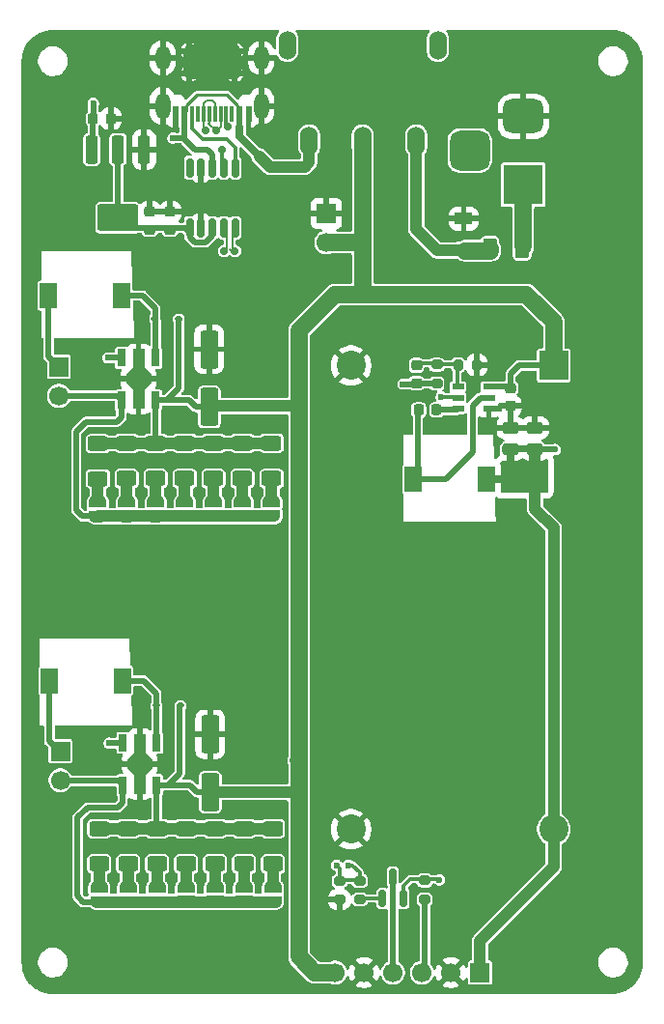
<source format=gtl>
%TF.GenerationSoftware,KiCad,Pcbnew,9.0.2*%
%TF.CreationDate,2025-05-13T17:20:56+02:00*%
%TF.ProjectId,CCFL2LED,4343464c-324c-4454-942e-6b696361645f,rev?*%
%TF.SameCoordinates,Original*%
%TF.FileFunction,Copper,L1,Top*%
%TF.FilePolarity,Positive*%
%FSLAX46Y46*%
G04 Gerber Fmt 4.6, Leading zero omitted, Abs format (unit mm)*
G04 Created by KiCad (PCBNEW 9.0.2) date 2025-05-13 17:20:56*
%MOMM*%
%LPD*%
G01*
G04 APERTURE LIST*
G04 Aperture macros list*
%AMRoundRect*
0 Rectangle with rounded corners*
0 $1 Rounding radius*
0 $2 $3 $4 $5 $6 $7 $8 $9 X,Y pos of 4 corners*
0 Add a 4 corners polygon primitive as box body*
4,1,4,$2,$3,$4,$5,$6,$7,$8,$9,$2,$3,0*
0 Add four circle primitives for the rounded corners*
1,1,$1+$1,$2,$3*
1,1,$1+$1,$4,$5*
1,1,$1+$1,$6,$7*
1,1,$1+$1,$8,$9*
0 Add four rect primitives between the rounded corners*
20,1,$1+$1,$2,$3,$4,$5,0*
20,1,$1+$1,$4,$5,$6,$7,0*
20,1,$1+$1,$6,$7,$8,$9,0*
20,1,$1+$1,$8,$9,$2,$3,0*%
%AMFreePoly0*
4,1,23,0.500000,-0.750000,0.000000,-0.750000,0.000000,-0.745722,-0.065263,-0.745722,-0.191342,-0.711940,-0.304381,-0.646677,-0.396677,-0.554381,-0.461940,-0.441342,-0.495722,-0.315263,-0.495722,-0.250000,-0.500000,-0.250000,-0.500000,0.250000,-0.495722,0.250000,-0.495722,0.315263,-0.461940,0.441342,-0.396677,0.554381,-0.304381,0.646677,-0.191342,0.711940,-0.065263,0.745722,0.000000,0.745722,
0.000000,0.750000,0.500000,0.750000,0.500000,-0.750000,0.500000,-0.750000,$1*%
%AMFreePoly1*
4,1,23,0.000000,0.745722,0.065263,0.745722,0.191342,0.711940,0.304381,0.646677,0.396677,0.554381,0.461940,0.441342,0.495722,0.315263,0.495722,0.250000,0.500000,0.250000,0.500000,-0.250000,0.495722,-0.250000,0.495722,-0.315263,0.461940,-0.441342,0.396677,-0.554381,0.304381,-0.646677,0.191342,-0.711940,0.065263,-0.745722,0.000000,-0.745722,0.000000,-0.750000,-0.500000,-0.750000,
-0.500000,0.750000,0.000000,0.750000,0.000000,0.745722,0.000000,0.745722,$1*%
%AMFreePoly2*
4,1,17,0.500000,0.989802,1.044901,0.444901,1.063500,0.400000,1.063500,-0.400000,1.044901,-0.444901,0.500000,-0.989802,0.500000,-2.600000,-0.500000,-2.600000,-0.500000,-0.989802,-1.044901,-0.444901,-1.063500,-0.400000,-1.063500,0.400000,-1.044901,0.444901,-0.500000,0.989802,-0.500000,2.600000,0.500000,2.600000,0.500000,0.989802,0.500000,0.989802,$1*%
G04 Aperture macros list end*
%TA.AperFunction,SMDPad,CuDef*%
%ADD10RoundRect,0.200000X-0.200000X-0.275000X0.200000X-0.275000X0.200000X0.275000X-0.200000X0.275000X0*%
%TD*%
%TA.AperFunction,SMDPad,CuDef*%
%ADD11FreePoly0,90.000000*%
%TD*%
%TA.AperFunction,SMDPad,CuDef*%
%ADD12FreePoly1,90.000000*%
%TD*%
%TA.AperFunction,SMDPad,CuDef*%
%ADD13RoundRect,0.112500X0.187500X0.112500X-0.187500X0.112500X-0.187500X-0.112500X0.187500X-0.112500X0*%
%TD*%
%TA.AperFunction,SMDPad,CuDef*%
%ADD14RoundRect,0.250000X0.300000X-1.000000X0.300000X1.000000X-0.300000X1.000000X-0.300000X-1.000000X0*%
%TD*%
%TA.AperFunction,ComponentPad*%
%ADD15C,0.500000*%
%TD*%
%TA.AperFunction,SMDPad,CuDef*%
%ADD16RoundRect,0.250000X1.550000X-0.920000X1.550000X0.920000X-1.550000X0.920000X-1.550000X-0.920000X0*%
%TD*%
%TA.AperFunction,SMDPad,CuDef*%
%ADD17RoundRect,0.250000X0.625000X-0.400000X0.625000X0.400000X-0.625000X0.400000X-0.625000X-0.400000X0*%
%TD*%
%TA.AperFunction,WasherPad*%
%ADD18O,1.560000X2.540000*%
%TD*%
%TA.AperFunction,ComponentPad*%
%ADD19O,1.560000X2.540000*%
%TD*%
%TA.AperFunction,SMDPad,CuDef*%
%ADD20RoundRect,0.250000X-0.625000X0.400000X-0.625000X-0.400000X0.625000X-0.400000X0.625000X0.400000X0*%
%TD*%
%TA.AperFunction,SMDPad,CuDef*%
%ADD21RoundRect,0.225000X0.250000X-0.225000X0.250000X0.225000X-0.250000X0.225000X-0.250000X-0.225000X0*%
%TD*%
%TA.AperFunction,SMDPad,CuDef*%
%ADD22RoundRect,0.150000X0.150000X-0.590000X0.150000X0.590000X-0.150000X0.590000X-0.150000X-0.590000X0*%
%TD*%
%TA.AperFunction,ComponentPad*%
%ADD23R,1.700000X1.700000*%
%TD*%
%TA.AperFunction,ComponentPad*%
%ADD24C,1.700000*%
%TD*%
%TA.AperFunction,SMDPad,CuDef*%
%ADD25RoundRect,0.250000X0.475000X-0.250000X0.475000X0.250000X-0.475000X0.250000X-0.475000X-0.250000X0*%
%TD*%
%TA.AperFunction,SMDPad,CuDef*%
%ADD26R,1.500000X2.200000*%
%TD*%
%TA.AperFunction,SMDPad,CuDef*%
%ADD27RoundRect,0.225000X0.225000X0.250000X-0.225000X0.250000X-0.225000X-0.250000X0.225000X-0.250000X0*%
%TD*%
%TA.AperFunction,SMDPad,CuDef*%
%ADD28RoundRect,0.250000X0.550000X-0.300000X0.550000X0.300000X-0.550000X0.300000X-0.550000X-0.300000X0*%
%TD*%
%TA.AperFunction,SMDPad,CuDef*%
%ADD29RoundRect,0.250000X0.550000X-1.412500X0.550000X1.412500X-0.550000X1.412500X-0.550000X-1.412500X0*%
%TD*%
%TA.AperFunction,ComponentPad*%
%ADD30R,2.540000X2.540000*%
%TD*%
%TA.AperFunction,ComponentPad*%
%ADD31C,2.540000*%
%TD*%
%TA.AperFunction,SMDPad,CuDef*%
%ADD32R,1.003300X0.558800*%
%TD*%
%TA.AperFunction,SMDPad,CuDef*%
%ADD33RoundRect,0.225000X-0.225000X-0.250000X0.225000X-0.250000X0.225000X0.250000X-0.225000X0.250000X0*%
%TD*%
%TA.AperFunction,SMDPad,CuDef*%
%ADD34RoundRect,0.200000X0.275000X-0.200000X0.275000X0.200000X-0.275000X0.200000X-0.275000X-0.200000X0*%
%TD*%
%TA.AperFunction,SMDPad,CuDef*%
%ADD35RoundRect,0.150000X0.150000X-0.687500X0.150000X0.687500X-0.150000X0.687500X-0.150000X-0.687500X0*%
%TD*%
%TA.AperFunction,HeatsinkPad*%
%ADD36R,3.300000X2.100000*%
%TD*%
%TA.AperFunction,SMDPad,CuDef*%
%ADD37RoundRect,0.250000X0.375000X0.625000X-0.375000X0.625000X-0.375000X-0.625000X0.375000X-0.625000X0*%
%TD*%
%TA.AperFunction,ComponentPad*%
%ADD38R,3.500000X3.500000*%
%TD*%
%TA.AperFunction,ComponentPad*%
%ADD39RoundRect,0.750000X-1.000000X0.750000X-1.000000X-0.750000X1.000000X-0.750000X1.000000X0.750000X0*%
%TD*%
%TA.AperFunction,ComponentPad*%
%ADD40RoundRect,0.875000X-0.875000X0.875000X-0.875000X-0.875000X0.875000X-0.875000X0.875000X0.875000X0*%
%TD*%
%TA.AperFunction,SMDPad,CuDef*%
%ADD41RoundRect,0.200000X-0.275000X0.200000X-0.275000X-0.200000X0.275000X-0.200000X0.275000X0.200000X0*%
%TD*%
%TA.AperFunction,SMDPad,CuDef*%
%ADD42R,0.700000X1.500000*%
%TD*%
%TA.AperFunction,SMDPad,CuDef*%
%ADD43FreePoly2,180.000000*%
%TD*%
%TA.AperFunction,SMDPad,CuDef*%
%ADD44R,0.300000X1.400000*%
%TD*%
%TA.AperFunction,SMDPad,CuDef*%
%ADD45R,0.500000X1.400000*%
%TD*%
%TA.AperFunction,ComponentPad*%
%ADD46O,1.300000X2.300000*%
%TD*%
%TA.AperFunction,ComponentPad*%
%ADD47O,1.300000X2.100000*%
%TD*%
%TA.AperFunction,SMDPad,CuDef*%
%ADD48RoundRect,0.500000X2.000000X1.000000X-2.000000X1.000000X-2.000000X-1.000000X2.000000X-1.000000X0*%
%TD*%
%TA.AperFunction,ViaPad*%
%ADD49C,0.600000*%
%TD*%
%TA.AperFunction,ViaPad*%
%ADD50C,0.700000*%
%TD*%
%TA.AperFunction,Conductor*%
%ADD51C,0.500000*%
%TD*%
%TA.AperFunction,Conductor*%
%ADD52C,1.500000*%
%TD*%
%TA.AperFunction,Conductor*%
%ADD53C,1.000000*%
%TD*%
%TA.AperFunction,Conductor*%
%ADD54C,0.700000*%
%TD*%
%TA.AperFunction,Conductor*%
%ADD55C,0.300000*%
%TD*%
%TA.AperFunction,Conductor*%
%ADD56C,0.200000*%
%TD*%
%TA.AperFunction,Conductor*%
%ADD57C,0.250000*%
%TD*%
G04 APERTURE END LIST*
D10*
%TO.P,R7,1*%
%TO.N,/FB*%
X78473500Y-59646500D03*
%TO.P,R7,2*%
%TO.N,GND*%
X80113500Y-59646500D03*
%TD*%
D11*
%TO.P,JP4,1,A*%
%TO.N,/LED+_1*%
X54495000Y-72898000D03*
D12*
%TO.P,JP4,2,B*%
%TO.N,Net-(JP4-B)*%
X54495000Y-71598000D03*
%TD*%
D13*
%TO.P,D1,1,K*%
%TO.N,+12V*%
X53975000Y-55596000D03*
%TO.P,D1,2,A*%
%TO.N,/SW1*%
X51875000Y-55596000D03*
%TD*%
D14*
%TO.P,U8,1,GND*%
%TO.N,GND*%
X50939000Y-40766000D03*
%TO.P,U8,2,VOUT*%
%TO.N,/Vdd*%
X48639000Y-40766000D03*
%TO.P,U8,3,VIN*%
%TO.N,/Vbus*%
X46339000Y-40766000D03*
D15*
%TO.P,U8,4,VOUT*%
%TO.N,/Vdd*%
X47639000Y-46736000D03*
X48639000Y-46736000D03*
D16*
X48639000Y-46736000D03*
D15*
X49639000Y-46736000D03*
%TD*%
D17*
%TO.P,R13,1*%
%TO.N,Net-(JP8-B)*%
X62230000Y-103378000D03*
%TO.P,R13,2*%
%TO.N,+12V*%
X62230000Y-100278000D03*
%TD*%
D18*
%TO.P,SW1,*%
%TO.N,*%
X63504000Y-31605000D03*
X76704000Y-31605000D03*
D19*
%TO.P,SW1,1,A*%
%TO.N,/Vbus*%
X65404000Y-40005000D03*
%TO.P,SW1,2,B*%
%TO.N,+12V*%
X70104000Y-40005000D03*
%TO.P,SW1,3,C*%
%TO.N,/PS_DC*%
X74804000Y-40005000D03*
%TD*%
D20*
%TO.P,R18,1*%
%TO.N,+12V*%
X49530000Y-100278000D03*
%TO.P,R18,2*%
%TO.N,Net-(JP13-B)*%
X49530000Y-103378000D03*
%TD*%
D21*
%TO.P,C23,1*%
%TO.N,/Vdd*%
X51435000Y-47788000D03*
%TO.P,C23,2*%
%TO.N,GND*%
X51435000Y-46228000D03*
%TD*%
D11*
%TO.P,JP10,1,A*%
%TO.N,/LED+*%
X57150000Y-106680000D03*
D12*
%TO.P,JP10,2,B*%
%TO.N,Net-(JP10-B)*%
X57150000Y-105380000D03*
%TD*%
D22*
%TO.P,Q1,1,B*%
%TO.N,/Base*%
X71821000Y-106398500D03*
%TO.P,Q1,2,E*%
%TO.N,/emitor*%
X73721000Y-106398500D03*
%TO.P,Q1,3,C*%
%TO.N,/DimPin*%
X72771000Y-104518500D03*
%TD*%
D23*
%TO.P,J4,1,Pin_1*%
%TO.N,+5V*%
X80391000Y-112900500D03*
D24*
%TO.P,J4,2,Pin_2*%
%TO.N,GND*%
X77851000Y-112900500D03*
%TO.P,J4,3,Pin_3*%
%TO.N,/EnablePin*%
X75311000Y-112900500D03*
%TO.P,J4,4,Pin_4*%
%TO.N,/DimPin*%
X72771000Y-112900500D03*
%TO.P,J4,5,Pin_5*%
%TO.N,GND*%
X70231000Y-112900500D03*
%TO.P,J4,6,Pin_6*%
%TO.N,+12V*%
X67691000Y-112900500D03*
%TD*%
D25*
%TO.P,C5,1*%
%TO.N,+5V*%
X85217000Y-67047000D03*
%TO.P,C5,2*%
%TO.N,GND*%
X85217000Y-65147000D03*
%TD*%
D20*
%TO.P,R8,1*%
%TO.N,+12V*%
X57023000Y-66496000D03*
%TO.P,R8,2*%
%TO.N,Net-(JP3-B)*%
X57023000Y-69596000D03*
%TD*%
D26*
%TO.P,L1,1,1*%
%TO.N,/LED-_1*%
X42545000Y-53561500D03*
%TO.P,L1,2,2*%
%TO.N,/SW1*%
X48945000Y-53561500D03*
%TD*%
D27*
%TO.P,C3,1*%
%TO.N,/BST*%
X76594500Y-63583500D03*
%TO.P,C3,2*%
%TO.N,/SW_BUCK*%
X75034500Y-63583500D03*
%TD*%
D11*
%TO.P,JP9,1,A*%
%TO.N,/LED+*%
X59690000Y-106680000D03*
D12*
%TO.P,JP9,2,B*%
%TO.N,Net-(JP9-B)*%
X59690000Y-105380000D03*
%TD*%
D28*
%TO.P,D3,1*%
%TO.N,/PS_DC*%
X78968600Y-49609200D03*
%TO.P,D3,2*%
%TO.N,GND*%
X78968600Y-46809200D03*
%TD*%
D20*
%TO.P,R9,1*%
%TO.N,+12V*%
X54495000Y-66496000D03*
%TO.P,R9,2*%
%TO.N,Net-(JP4-B)*%
X54495000Y-69596000D03*
%TD*%
D11*
%TO.P,JP11,1,A*%
%TO.N,/LED+*%
X54610000Y-106680000D03*
D12*
%TO.P,JP11,2,B*%
%TO.N,Net-(JP11-B)*%
X54610000Y-105380000D03*
%TD*%
D20*
%TO.P,R17,1*%
%TO.N,+12V*%
X52070000Y-100278000D03*
%TO.P,R17,2*%
%TO.N,Net-(JP12-B)*%
X52070000Y-103378000D03*
%TD*%
%TO.P,R14,1*%
%TO.N,+12V*%
X59690000Y-100278000D03*
%TO.P,R14,2*%
%TO.N,Net-(JP9-B)*%
X59690000Y-103378000D03*
%TD*%
D23*
%TO.P,+  -,1,Pin_1*%
%TO.N,/LED-_1*%
X43459000Y-59807000D03*
D24*
%TO.P,+  -,2,Pin_2*%
%TO.N,/LED+_1*%
X43459000Y-62347000D03*
%TD*%
D20*
%TO.P,R4,1*%
%TO.N,+12V*%
X59563000Y-66496000D03*
%TO.P,R4,2*%
%TO.N,Net-(JP2-B)*%
X59563000Y-69596000D03*
%TD*%
D11*
%TO.P,JP14,1,A*%
%TO.N,/LED+*%
X46990000Y-106695000D03*
D12*
%TO.P,JP14,2,B*%
%TO.N,Net-(JP14-B)*%
X46990000Y-105395000D03*
%TD*%
D20*
%TO.P,R16,1*%
%TO.N,+12V*%
X54610000Y-100278000D03*
%TO.P,R16,2*%
%TO.N,Net-(JP11-B)*%
X54610000Y-103378000D03*
%TD*%
D11*
%TO.P,JP2,1,A*%
%TO.N,/LED+_1*%
X59575000Y-72883000D03*
D12*
%TO.P,JP2,2,B*%
%TO.N,Net-(JP2-B)*%
X59575000Y-71583000D03*
%TD*%
D29*
%TO.P,C2,1*%
%TO.N,+12V*%
X56642000Y-63338000D03*
%TO.P,C2,2*%
%TO.N,GND*%
X56642000Y-58263000D03*
%TD*%
D30*
%TO.P,U7,1,Vin*%
%TO.N,+12V*%
X86868000Y-59687500D03*
D31*
%TO.P,U7,2,GNDin*%
%TO.N,GND*%
X69088000Y-59687500D03*
%TO.P,U7,3,GNDout*%
X69088000Y-100327500D03*
%TO.P,U7,4,Vout*%
%TO.N,+5V*%
X86868000Y-100327500D03*
%TD*%
D21*
%TO.P,C1,1*%
%TO.N,GND*%
X83080000Y-63220500D03*
%TO.P,C1,2*%
%TO.N,+12V*%
X83080000Y-61660500D03*
%TD*%
D32*
%TO.P,U3,1,GND*%
%TO.N,GND*%
X81175000Y-63456500D03*
%TO.P,U3,2,SW*%
%TO.N,/SW_BUCK*%
X81175000Y-62506499D03*
%TO.P,U3,3,VIN*%
%TO.N,+12V*%
X81175000Y-61556498D03*
%TO.P,U3,4,FB*%
%TO.N,/FB*%
X78469900Y-61556498D03*
%TO.P,U3,5,EN*%
%TO.N,/Base*%
X78469900Y-62506499D03*
%TO.P,U3,6,BST*%
%TO.N,/BST*%
X78469900Y-63456500D03*
%TD*%
D33*
%TO.P,C22,1*%
%TO.N,/Vbus*%
X46460000Y-38048000D03*
%TO.P,C22,2*%
%TO.N,GND*%
X48020000Y-38048000D03*
%TD*%
D25*
%TO.P,C6,1*%
%TO.N,+5V*%
X83080000Y-67047000D03*
%TO.P,C6,2*%
%TO.N,GND*%
X83080000Y-65147000D03*
%TD*%
D11*
%TO.P,JP13,1,A*%
%TO.N,/LED+*%
X49530000Y-106695000D03*
D12*
%TO.P,JP13,2,B*%
%TO.N,Net-(JP13-B)*%
X49530000Y-105395000D03*
%TD*%
D26*
%TO.P,L2,1,1*%
%TO.N,+5V*%
X80946000Y-69679500D03*
%TO.P,L2,2,2*%
%TO.N,/SW_BUCK*%
X74546000Y-69679500D03*
%TD*%
D34*
%TO.P,R1,1*%
%TO.N,GND*%
X68072000Y-106507500D03*
%TO.P,R1,2*%
%TO.N,/DIM*%
X68072000Y-104867500D03*
%TD*%
%TO.P,R2,1*%
%TO.N,/emitor*%
X69850000Y-106484000D03*
%TO.P,R2,2*%
%TO.N,/DIM*%
X69850000Y-104844000D03*
%TD*%
D11*
%TO.P,JP1,1,A*%
%TO.N,/LED+_1*%
X62115000Y-72898000D03*
D12*
%TO.P,JP1,2,B*%
%TO.N,Net-(JP1-B)*%
X62115000Y-71598000D03*
%TD*%
D35*
%TO.P,U9,1,VDD*%
%TO.N,/Vdd*%
X54928000Y-47625000D03*
%TO.P,U9,2,CFG2*%
%TO.N,GND*%
X55928000Y-47625000D03*
%TO.P,U9,3,CFG3*%
%TO.N,/Vdd*%
X56928000Y-47625000D03*
%TO.P,U9,4,DP*%
%TO.N,/D+*%
X57928000Y-47625000D03*
%TO.P,U9,5,DM*%
%TO.N,/D-*%
X58928000Y-47625000D03*
%TO.P,U9,6,CC2*%
%TO.N,/CC2*%
X58928000Y-42350000D03*
%TO.P,U9,7,CC1*%
%TO.N,/CC1*%
X57928000Y-42350000D03*
%TO.P,U9,8,VBUS*%
%TO.N,/Vbus*%
X56928000Y-42350000D03*
%TO.P,U9,9,CFG1*%
%TO.N,GND*%
X55928000Y-42350000D03*
%TO.P,U9,10,PG*%
%TO.N,unconnected-(U9-PG-Pad10)*%
X54928000Y-42350000D03*
D36*
%TO.P,U9,11,GND*%
%TO.N,GND*%
X56928000Y-44987500D03*
%TD*%
D11*
%TO.P,JP6,1,A*%
%TO.N,/LED+_1*%
X49415000Y-72913000D03*
D12*
%TO.P,JP6,2,B*%
%TO.N,Net-(JP6-B)*%
X49415000Y-71613000D03*
%TD*%
D29*
%TO.P,C7,1*%
%TO.N,+12V*%
X56728000Y-97080500D03*
%TO.P,C7,2*%
%TO.N,GND*%
X56728000Y-92005500D03*
%TD*%
D11*
%TO.P,JP3,1,A*%
%TO.N,/LED+_1*%
X57035000Y-72883000D03*
D12*
%TO.P,JP3,2,B*%
%TO.N,Net-(JP3-B)*%
X57035000Y-71583000D03*
%TD*%
D11*
%TO.P,JP8,1,A*%
%TO.N,/LED+*%
X62230000Y-106695000D03*
D12*
%TO.P,JP8,2,B*%
%TO.N,Net-(JP8-B)*%
X62230000Y-105395000D03*
%TD*%
D11*
%TO.P,JP5,1,A*%
%TO.N,/LED+_1*%
X51955000Y-72913000D03*
D12*
%TO.P,JP5,2,B*%
%TO.N,Net-(JP5-B)*%
X51955000Y-71613000D03*
%TD*%
D37*
%TO.P,F2,1*%
%TO.N,/DC+*%
X84077000Y-49403000D03*
%TO.P,F2,2*%
%TO.N,/PS_DC*%
X81277000Y-49403000D03*
%TD*%
D17*
%TO.P,R3,1*%
%TO.N,Net-(JP1-B)*%
X62115000Y-69596000D03*
%TO.P,R3,2*%
%TO.N,+12V*%
X62115000Y-66496000D03*
%TD*%
D38*
%TO.P,J3,1*%
%TO.N,/DC+*%
X84201000Y-43846000D03*
D39*
%TO.P,J3,2*%
%TO.N,GND*%
X84201000Y-37846000D03*
D40*
%TO.P,J3,3*%
%TO.N,N/C*%
X79501000Y-40846000D03*
%TD*%
D20*
%TO.P,R15,1*%
%TO.N,+12V*%
X57150000Y-100278000D03*
%TO.P,R15,2*%
%TO.N,Net-(JP10-B)*%
X57150000Y-103378000D03*
%TD*%
D21*
%TO.P,C24,1*%
%TO.N,/Vdd*%
X53213000Y-47788000D03*
%TO.P,C24,2*%
%TO.N,GND*%
X53213000Y-46228000D03*
%TD*%
D20*
%TO.P,R10,1*%
%TO.N,+12V*%
X51943000Y-66496000D03*
%TO.P,R10,2*%
%TO.N,Net-(JP5-B)*%
X51943000Y-69596000D03*
%TD*%
D23*
%TO.P,J7,1,Pin_1*%
%TO.N,GND*%
X66929000Y-46355000D03*
D24*
%TO.P,J7,2,Pin_2*%
%TO.N,+12V*%
X66929000Y-48895000D03*
%TD*%
D26*
%TO.P,L3,1,1*%
%TO.N,/LED-*%
X42631000Y-87304000D03*
%TO.P,L3,2,2*%
%TO.N,/SW*%
X49031000Y-87304000D03*
%TD*%
D21*
%TO.P,C4,1*%
%TO.N,+5V*%
X74825000Y-61232000D03*
%TO.P,C4,2*%
%TO.N,/FB*%
X74825000Y-59672000D03*
%TD*%
D23*
%TO.P,+  -,1,Pin_1*%
%TO.N,/LED-*%
X43586000Y-93492000D03*
D24*
%TO.P,+  -,2,Pin_2*%
%TO.N,/LED+*%
X43586000Y-96032000D03*
%TD*%
D41*
%TO.P,R5,1*%
%TO.N,/Base*%
X75565000Y-104820500D03*
%TO.P,R5,2*%
%TO.N,/EnablePin*%
X75565000Y-106460500D03*
%TD*%
D11*
%TO.P,JP7,1,A*%
%TO.N,/LED+_1*%
X46875000Y-72913000D03*
D12*
%TO.P,JP7,2,B*%
%TO.N,Net-(JP7-B)*%
X46875000Y-71613000D03*
%TD*%
D20*
%TO.P,R12,1*%
%TO.N,+12V*%
X46875000Y-66522000D03*
%TO.P,R12,2*%
%TO.N,Net-(JP7-B)*%
X46875000Y-69622000D03*
%TD*%
D11*
%TO.P,JP12,1,A*%
%TO.N,/LED+*%
X52070000Y-106695000D03*
D12*
%TO.P,JP12,2,B*%
%TO.N,Net-(JP12-B)*%
X52070000Y-105395000D03*
%TD*%
D13*
%TO.P,D2,1,K*%
%TO.N,+12V*%
X54112000Y-89480000D03*
%TO.P,D2,2,A*%
%TO.N,/SW*%
X52012000Y-89480000D03*
%TD*%
D42*
%TO.P,U1,1,SW*%
%TO.N,/SW1*%
X51943000Y-59022500D03*
D43*
%TO.P,U1,2,GND*%
%TO.N,GND*%
X50443000Y-60872500D03*
D42*
%TO.P,U1,3,DIM*%
%TO.N,/DIM*%
X48943000Y-59022500D03*
%TO.P,U1,4,CSN*%
%TO.N,/LED+_1*%
X48943000Y-62722500D03*
%TO.P,U1,5,VIN*%
%TO.N,+12V*%
X51943000Y-62722500D03*
%TD*%
D20*
%TO.P,R19,1*%
%TO.N,+12V*%
X46990000Y-100278000D03*
%TO.P,R19,2*%
%TO.N,Net-(JP14-B)*%
X46990000Y-103378000D03*
%TD*%
D34*
%TO.P,R6,1*%
%TO.N,+5V*%
X76603000Y-61255000D03*
%TO.P,R6,2*%
%TO.N,/FB*%
X76603000Y-59615000D03*
%TD*%
D44*
%TO.P,J2,A5,CC1*%
%TO.N,/CC1*%
X58144000Y-37611000D03*
%TO.P,J2,A6,D+*%
%TO.N,/D+*%
X57144000Y-37611000D03*
%TO.P,J2,A7,D-*%
%TO.N,/D-*%
X56644000Y-37611000D03*
%TO.P,J2,A8,SBU1*%
%TO.N,unconnected-(J2-SBU1-PadA8)*%
X55644000Y-37611000D03*
D45*
%TO.P,J2,A9B4,VBUS*%
%TO.N,/Vbus*%
X54494000Y-37611000D03*
%TO.P,J2,A12B1,GND*%
%TO.N,GND*%
X53694000Y-37611000D03*
D44*
%TO.P,J2,B5,CC2*%
%TO.N,/CC2*%
X55144000Y-37611000D03*
%TO.P,J2,B6,D+*%
%TO.N,/D+*%
X56144000Y-37611000D03*
%TO.P,J2,B7,D-*%
%TO.N,/D-*%
X57644000Y-37611000D03*
%TO.P,J2,B8,SBU2*%
%TO.N,unconnected-(J2-SBU2-PadB8)*%
X58644000Y-37611000D03*
D45*
%TO.P,J2,B9A4,VBUS*%
%TO.N,/Vbus*%
X59294000Y-37611000D03*
%TO.P,J2,B12A1,GND*%
%TO.N,GND*%
X60094000Y-37611000D03*
D46*
%TO.P,J2,S1,SHIELD*%
X61224000Y-36931000D03*
D47*
X61224000Y-32731000D03*
D15*
X58894000Y-34111000D03*
X58894000Y-32111000D03*
D48*
X56894000Y-33111000D03*
D15*
X54894000Y-34111000D03*
X54894000Y-32111000D03*
D46*
X52564000Y-36931000D03*
D47*
X52564000Y-32731000D03*
%TD*%
D42*
%TO.P,U2,1,SW*%
%TO.N,/SW*%
X52046000Y-92765000D03*
D43*
%TO.P,U2,2,GND*%
%TO.N,GND*%
X50546000Y-94615000D03*
D42*
%TO.P,U2,3,DIM*%
%TO.N,/DIM*%
X49046000Y-92765000D03*
%TO.P,U2,4,CSN*%
%TO.N,/LED+*%
X49046000Y-96465000D03*
%TO.P,U2,5,VIN*%
%TO.N,+12V*%
X52046000Y-96465000D03*
%TD*%
D20*
%TO.P,R11,1*%
%TO.N,+12V*%
X49403000Y-66496000D03*
%TO.P,R11,2*%
%TO.N,Net-(JP6-B)*%
X49403000Y-69596000D03*
%TD*%
D49*
%TO.N,GND*%
X48526000Y-60800500D03*
X50431000Y-64359000D03*
X50530000Y-98121500D03*
X50530000Y-91261000D03*
X48879000Y-94563000D03*
X50431000Y-57374000D03*
%TO.N,+5V*%
X73634600Y-61315600D03*
X86995000Y-67056000D03*
D50*
%TO.N,/D-*%
X58903000Y-49657000D03*
X57277000Y-39116000D03*
%TO.N,/D+*%
X56327000Y-39116000D03*
X57953000Y-49657000D03*
%TO.N,/CC1*%
X58294000Y-38713000D03*
X57798025Y-40753975D03*
D49*
%TO.N,/Base*%
X76984000Y-62440500D03*
X76835000Y-104754000D03*
%TO.N,/DIM*%
X67818000Y-103481500D03*
X47863000Y-92785000D03*
X47764000Y-59022500D03*
X68834000Y-103481500D03*
%TO.N,/Vbus*%
X53467000Y-39751000D03*
X46482000Y-36703000D03*
%TD*%
D51*
%TO.N,+12V*%
X54893000Y-62722500D02*
X53877000Y-62722500D01*
X83080000Y-61578000D02*
X83080000Y-60427500D01*
X54061000Y-89497000D02*
X54061000Y-95432000D01*
X56728000Y-97080500D02*
X55582500Y-97080500D01*
X54021000Y-55720500D02*
X53987000Y-55754500D01*
D52*
X65910500Y-112900500D02*
X67691000Y-112900500D01*
X66929000Y-48895000D02*
X69977000Y-48895000D01*
X84467000Y-53467000D02*
X86868000Y-55868000D01*
D53*
X62089000Y-66522000D02*
X62115000Y-66496000D01*
X64394000Y-63241000D02*
X64516000Y-63119000D01*
X46875000Y-66522000D02*
X62089000Y-66522000D01*
X64516000Y-62484000D02*
X64516000Y-58928000D01*
D51*
X54095000Y-89463000D02*
X54061000Y-89497000D01*
D52*
X70104000Y-53213000D02*
X70358000Y-53467000D01*
X64516000Y-63119000D02*
X64516000Y-93980000D01*
D51*
X55582500Y-97080500D02*
X54967000Y-96465000D01*
D53*
X64209500Y-94286500D02*
X64516000Y-93980000D01*
D52*
X64516000Y-56642000D02*
X64516000Y-63119000D01*
D51*
X52046000Y-96465000D02*
X52046000Y-100254000D01*
D52*
X64516000Y-97028000D02*
X64516000Y-111506000D01*
D51*
X54061000Y-95432000D02*
X53028000Y-96465000D01*
D52*
X64516000Y-93980000D02*
X64516000Y-97028000D01*
X86868000Y-55868000D02*
X86868000Y-59687500D01*
X67691000Y-53467000D02*
X64516000Y-56642000D01*
D53*
X56728000Y-97080500D02*
X64463500Y-97080500D01*
D52*
X64516000Y-111506000D02*
X65910500Y-112900500D01*
X84467000Y-53467000D02*
X70358000Y-53467000D01*
D51*
X83080000Y-60427500D02*
X83820000Y-59687500D01*
D53*
X46990000Y-100278000D02*
X62230000Y-100278000D01*
D51*
X56654000Y-63338000D02*
X55508500Y-63338000D01*
X83820000Y-59687500D02*
X86868000Y-59687500D01*
D53*
X69977000Y-48895000D02*
X70104000Y-49022000D01*
D51*
X52046000Y-100254000D02*
X52070000Y-100278000D01*
X64463500Y-97080500D02*
X64516000Y-97028000D01*
X53987000Y-55754500D02*
X53987000Y-61689500D01*
X55508500Y-63338000D02*
X54893000Y-62722500D01*
X53987000Y-61689500D02*
X52954000Y-62722500D01*
X53877000Y-62722500D02*
X51955000Y-62722500D01*
D52*
X70104000Y-49022000D02*
X70104000Y-53213000D01*
D51*
X54967000Y-96465000D02*
X53951000Y-96465000D01*
D53*
X56884000Y-63241000D02*
X64394000Y-63241000D01*
D51*
X53028000Y-96465000D02*
X52029000Y-96465000D01*
X52954000Y-62722500D02*
X51955000Y-62722500D01*
D52*
X70358000Y-53467000D02*
X67691000Y-53467000D01*
D51*
X51955000Y-62722500D02*
X51955000Y-66492000D01*
X81175000Y-61556498D02*
X83058498Y-61556498D01*
X53951000Y-96465000D02*
X52029000Y-96465000D01*
D52*
X70104000Y-40005000D02*
X70104000Y-49022000D01*
D51*
X83058498Y-61556498D02*
X83080000Y-61578000D01*
%TO.N,/BST*%
X76677000Y-63583500D02*
X78342900Y-63583500D01*
X78342900Y-63583500D02*
X78469900Y-63456500D01*
%TO.N,/SW_BUCK*%
X74952000Y-63583500D02*
X74952000Y-69273500D01*
X80441951Y-62506499D02*
X79756000Y-63192450D01*
X81175000Y-62506499D02*
X80441951Y-62506499D01*
X77384000Y-69679500D02*
X74546000Y-69679500D01*
X79756000Y-67307500D02*
X77384000Y-69679500D01*
X79756000Y-63192450D02*
X79756000Y-67307500D01*
X74952000Y-69273500D02*
X74546000Y-69679500D01*
D53*
%TO.N,+5V*%
X80391000Y-112900500D02*
X80391000Y-110106500D01*
D51*
X74781400Y-61315600D02*
X74825000Y-61272000D01*
D53*
X86868000Y-103629500D02*
X86868000Y-100327500D01*
D51*
X73634600Y-61315600D02*
X74781400Y-61315600D01*
X86995000Y-67056000D02*
X86614000Y-67056000D01*
D54*
X80946000Y-69679500D02*
X82466500Y-69679500D01*
D51*
X84801599Y-66959500D02*
X83080000Y-66959500D01*
D53*
X80391000Y-110106500D02*
X86868000Y-103629500D01*
D51*
X86614000Y-67056000D02*
X86611500Y-67053500D01*
D54*
X82466500Y-69679500D02*
X83080000Y-69066000D01*
D51*
X76546000Y-61272000D02*
X76603000Y-61215000D01*
D53*
X85217000Y-67047000D02*
X85217000Y-72263000D01*
X86868000Y-73914000D02*
X86868000Y-100327500D01*
D54*
X83080000Y-69066000D02*
X83080000Y-66959500D01*
D51*
X86611500Y-67053500D02*
X84895599Y-67053500D01*
D53*
X85217000Y-72263000D02*
X86868000Y-73914000D01*
D51*
X74825000Y-61272000D02*
X76546000Y-61272000D01*
D55*
%TO.N,/FB*%
X76526500Y-59496000D02*
X76603000Y-59572500D01*
X74825000Y-59496000D02*
X76526500Y-59496000D01*
X78307000Y-59572500D02*
X78381000Y-59646500D01*
X78381000Y-59646500D02*
X78381000Y-61467598D01*
X76603000Y-59572500D02*
X78307000Y-59572500D01*
X78381000Y-61467598D02*
X78469900Y-61556498D01*
D51*
%TO.N,/Vdd*%
X56928000Y-47625000D02*
X56928000Y-48316600D01*
X54699000Y-47854000D02*
X54928000Y-47625000D01*
X54801000Y-47752000D02*
X54928000Y-47625000D01*
X49596000Y-47432000D02*
X49403000Y-47625000D01*
X48639000Y-40505000D02*
X48639000Y-46475000D01*
X56331100Y-48913500D02*
X55379001Y-48913500D01*
X49403000Y-47625000D02*
X54928000Y-47625000D01*
X55379001Y-48913500D02*
X54928000Y-48462499D01*
X48639000Y-46475000D02*
X49596000Y-47432000D01*
X54928000Y-48462499D02*
X54928000Y-47625000D01*
X56928000Y-48316600D02*
X56331100Y-48913500D01*
%TO.N,/SW*%
X52029000Y-89497000D02*
X51995000Y-89463000D01*
X52029000Y-92765000D02*
X52029000Y-89497000D01*
X51995000Y-88413000D02*
X51995000Y-89463000D01*
X50886000Y-87304000D02*
X51995000Y-88413000D01*
X49031000Y-87304000D02*
X50886000Y-87304000D01*
D52*
%TO.N,/DC+*%
X84201000Y-43846000D02*
X84201000Y-49273000D01*
D55*
%TO.N,/CC2*%
X56097636Y-39878000D02*
X58166000Y-39878000D01*
X55144000Y-38924364D02*
X56097636Y-39878000D01*
X58928000Y-40640000D02*
X58928000Y-42350000D01*
X58166000Y-39878000D02*
X58928000Y-40640000D01*
X55144000Y-37524000D02*
X55144000Y-38924364D01*
D56*
%TO.N,/D-*%
X56644000Y-38386501D02*
X56644000Y-37524000D01*
X57644000Y-38749000D02*
X57277000Y-39116000D01*
X56619000Y-38411501D02*
X56644000Y-38386501D01*
X58928000Y-47625000D02*
X58653001Y-47899999D01*
X56619000Y-38458000D02*
X56619000Y-38411501D01*
X58411001Y-49504001D02*
X58661000Y-49754000D01*
X58653001Y-47899999D02*
X58653001Y-49407001D01*
X57277000Y-39116000D02*
X56619000Y-38458000D01*
X57644000Y-37524000D02*
X57644000Y-38749000D01*
%TO.N,/D+*%
X56345560Y-39026910D02*
X56169000Y-38850350D01*
X56169000Y-38850350D02*
X56169000Y-38411501D01*
X56144000Y-36693000D02*
X56388000Y-36449000D01*
X56345560Y-39340513D02*
X56345560Y-39026910D01*
X57960999Y-49504001D02*
X57711000Y-49754000D01*
X57144000Y-36697000D02*
X57144000Y-37524000D01*
X56388000Y-36449000D02*
X56896000Y-36449000D01*
X57928000Y-47625000D02*
X58202999Y-47899999D01*
X56144000Y-37524000D02*
X56144000Y-36693000D01*
X58202999Y-47899999D02*
X58202999Y-49407001D01*
X56896000Y-36449000D02*
X57144000Y-36697000D01*
X56169000Y-38411501D02*
X56144000Y-38386501D01*
X56144000Y-38386501D02*
X56144000Y-37524000D01*
D55*
%TO.N,/CC1*%
X57798025Y-42220025D02*
X57928000Y-42350000D01*
X57798025Y-40753975D02*
X57798025Y-42220025D01*
X58294000Y-38713000D02*
X58144000Y-38563000D01*
X58144000Y-38563000D02*
X58144000Y-37524000D01*
D51*
%TO.N,/EnablePin*%
X75565000Y-106553000D02*
X75565000Y-112519500D01*
X75692000Y-112519500D02*
X75311000Y-112900500D01*
D56*
X75565000Y-112646500D02*
X75311000Y-112900500D01*
D51*
%TO.N,/DimPin*%
X72771000Y-104521000D02*
X72771000Y-112773500D01*
X72898000Y-112773500D02*
X72771000Y-112900500D01*
%TO.N,/LED+*%
X45085000Y-99314000D02*
X45085000Y-106172000D01*
X48641000Y-98425000D02*
X45974000Y-98425000D01*
X48665000Y-96084000D02*
X49046000Y-96465000D01*
X49046000Y-98020000D02*
X48641000Y-98425000D01*
D53*
X46990000Y-106695000D02*
X62230000Y-106695000D01*
D51*
X45085000Y-106172000D02*
X45608000Y-106695000D01*
X49046000Y-96465000D02*
X49046000Y-98020000D01*
X43537000Y-96084000D02*
X48665000Y-96084000D01*
X45974000Y-98425000D02*
X45085000Y-99314000D01*
X45608000Y-106695000D02*
X46990000Y-106695000D01*
D53*
%TO.N,Net-(JP1-B)*%
X62115000Y-69596000D02*
X62115000Y-71598000D01*
%TO.N,Net-(JP2-B)*%
X59563000Y-71571000D02*
X59575000Y-71583000D01*
X59563000Y-69596000D02*
X59563000Y-71571000D01*
%TO.N,Net-(JP3-B)*%
X57023000Y-69596000D02*
X57023000Y-71571000D01*
X57023000Y-71571000D02*
X57035000Y-71583000D01*
%TO.N,Net-(JP4-B)*%
X54495000Y-69596000D02*
X54495000Y-71598000D01*
%TO.N,Net-(JP5-B)*%
X51943000Y-71601000D02*
X51955000Y-71613000D01*
X51943000Y-69596000D02*
X51943000Y-71601000D01*
%TO.N,Net-(JP6-B)*%
X49403000Y-71601000D02*
X49415000Y-71613000D01*
X49403000Y-69596000D02*
X49403000Y-71601000D01*
%TO.N,Net-(JP7-B)*%
X46875000Y-69622000D02*
X46875000Y-71613000D01*
%TO.N,Net-(JP8-B)*%
X62230000Y-103378000D02*
X62230000Y-105395000D01*
%TO.N,Net-(JP9-B)*%
X59690000Y-103378000D02*
X59690000Y-105380000D01*
%TO.N,Net-(JP10-B)*%
X57150000Y-103378000D02*
X57150000Y-105380000D01*
%TO.N,Net-(JP11-B)*%
X54610000Y-103378000D02*
X54610000Y-105380000D01*
%TO.N,Net-(JP12-B)*%
X52070000Y-103378000D02*
X52070000Y-105395000D01*
%TO.N,Net-(JP13-B)*%
X49530000Y-103378000D02*
X49530000Y-105395000D01*
%TO.N,Net-(JP14-B)*%
X46990000Y-103378000D02*
X46990000Y-105395000D01*
D51*
%TO.N,/LED-*%
X42631000Y-87304000D02*
X42631000Y-92633000D01*
X42631000Y-92633000D02*
X43545000Y-93547000D01*
D55*
%TO.N,/Base*%
X76809000Y-104728000D02*
X76835000Y-104754000D01*
X78403901Y-62440500D02*
X78469900Y-62506499D01*
X75565000Y-104728000D02*
X76809000Y-104728000D01*
X76984000Y-62440500D02*
X78403901Y-62440500D01*
X74247500Y-104728000D02*
X75565000Y-104728000D01*
X73721000Y-105254500D02*
X74247500Y-104728000D01*
X73721000Y-106396000D02*
X73721000Y-105254500D01*
%TO.N,/emitor*%
X71821000Y-106396000D02*
X70030500Y-106396000D01*
D56*
X70030500Y-106396000D02*
X69850000Y-106576500D01*
D55*
%TO.N,/DIM*%
X69850000Y-104751500D02*
X68095500Y-104751500D01*
X68072000Y-104728000D02*
X68095500Y-104751500D01*
X68834000Y-103481500D02*
X69191500Y-103481500D01*
D56*
X68095500Y-104751500D02*
X68072000Y-104775000D01*
D51*
X47863000Y-92785000D02*
X49026000Y-92785000D01*
D55*
X68072000Y-103735500D02*
X68072000Y-104728000D01*
X69850000Y-104140000D02*
X69850000Y-104751500D01*
X69191500Y-103481500D02*
X69850000Y-104140000D01*
D51*
X47764000Y-59022500D02*
X48955000Y-59022500D01*
D55*
X67818000Y-103481500D02*
X68072000Y-103735500D01*
D51*
X49026000Y-92785000D02*
X49046000Y-92765000D01*
%TO.N,/SW1*%
X50812000Y-53561500D02*
X51921000Y-54670500D01*
X51955000Y-55754500D02*
X51921000Y-55720500D01*
X51921000Y-54670500D02*
X51921000Y-55720500D01*
X48957000Y-53561500D02*
X50812000Y-53561500D01*
X51955000Y-59022500D02*
X51955000Y-55754500D01*
%TO.N,/LED-_1*%
X42557000Y-58890500D02*
X43471000Y-59804500D01*
X42557000Y-53561500D02*
X42557000Y-58890500D01*
%TO.N,/LED+_1*%
X48931000Y-62653000D02*
X48931000Y-64208000D01*
X44970000Y-72360000D02*
X45493000Y-72883000D01*
X48931000Y-64208000D02*
X48526000Y-64613000D01*
D53*
X46890000Y-72898000D02*
X46875000Y-72913000D01*
D51*
X48526000Y-64613000D02*
X45859000Y-64613000D01*
X45859000Y-64613000D02*
X44970000Y-65502000D01*
X45493000Y-72883000D02*
X46875000Y-72883000D01*
X43459000Y-62347000D02*
X48567500Y-62347000D01*
D53*
X62115000Y-72898000D02*
X46890000Y-72898000D01*
D51*
X44970000Y-65502000D02*
X44970000Y-72360000D01*
X48567500Y-62347000D02*
X48943000Y-62722500D01*
D54*
%TO.N,/Vbus*%
X61023500Y-41338500D02*
X59309000Y-39624000D01*
D53*
X61976000Y-42291000D02*
X65024000Y-42291000D01*
D54*
X59309000Y-38862000D02*
X59294000Y-38847000D01*
D57*
X59158000Y-37388000D02*
X59158000Y-36891000D01*
D53*
X65404000Y-41911000D02*
X65404000Y-40005000D01*
X65024000Y-42291000D02*
X65404000Y-41911000D01*
D51*
X46482000Y-36703000D02*
X46482000Y-38026000D01*
X56928000Y-41180000D02*
X56928000Y-42350000D01*
X55372000Y-40767000D02*
X56515000Y-40767000D01*
X56515000Y-40767000D02*
X56928000Y-41180000D01*
X59294000Y-37611000D02*
X59294000Y-38847000D01*
D57*
X59158000Y-36891000D02*
X58208000Y-35941000D01*
X58208000Y-35941000D02*
X55574000Y-35941000D01*
D51*
X54494000Y-39740000D02*
X54483000Y-39751000D01*
X46460000Y-40384000D02*
X46339000Y-40505000D01*
D54*
X59309000Y-39624000D02*
X59309000Y-38862000D01*
D51*
X54483000Y-39878000D02*
X55372000Y-40767000D01*
X53467000Y-39751000D02*
X54483000Y-39751000D01*
D57*
X54630000Y-37388000D02*
X54494000Y-37524000D01*
D51*
X54494000Y-38862000D02*
X54494000Y-39740000D01*
D53*
X61023500Y-41338500D02*
X61976000Y-42291000D01*
D57*
X54630000Y-36885000D02*
X54630000Y-37388000D01*
X55282500Y-36232500D02*
X54630000Y-36885000D01*
D51*
X46482000Y-38026000D02*
X46460000Y-38048000D01*
D57*
X55574000Y-35941000D02*
X55282500Y-36232500D01*
D51*
X54494000Y-37524000D02*
X54494000Y-38862000D01*
X46460000Y-38048000D02*
X46460000Y-40384000D01*
X54483000Y-39751000D02*
X54483000Y-39878000D01*
D52*
%TO.N,/PS_DC*%
X79121000Y-49637000D02*
X81297000Y-49637000D01*
D53*
X74804000Y-47753000D02*
X76660200Y-49609200D01*
X76660200Y-49609200D02*
X78968600Y-49609200D01*
X81297000Y-49637000D02*
X81531000Y-49403000D01*
X74804000Y-40005000D02*
X74804000Y-47753000D01*
%TD*%
%TA.AperFunction,Conductor*%
%TO.N,+5V*%
G36*
X85160039Y-66816685D02*
G01*
X85205794Y-66869489D01*
X85217000Y-66921000D01*
X85217000Y-67047000D01*
X85343000Y-67047000D01*
X85410039Y-67066685D01*
X85455794Y-67119489D01*
X85467000Y-67171000D01*
X85467000Y-68046999D01*
X85741972Y-68046999D01*
X85741986Y-68046998D01*
X85844697Y-68036505D01*
X86011119Y-67981358D01*
X86011124Y-67981356D01*
X86166491Y-67885525D01*
X86167379Y-67886965D01*
X86223879Y-67864169D01*
X86292522Y-67877206D01*
X86343219Y-67925285D01*
X86360000Y-67987575D01*
X86360000Y-70739500D01*
X86340315Y-70806539D01*
X86287511Y-70852294D01*
X86236000Y-70863500D01*
X82320000Y-70863500D01*
X82252961Y-70843815D01*
X82207206Y-70791011D01*
X82196000Y-70739500D01*
X82196000Y-69929500D01*
X81792135Y-69929500D01*
X81725096Y-69909815D01*
X81679341Y-69857011D01*
X81668204Y-69809631D01*
X81659804Y-69557631D01*
X81677244Y-69489973D01*
X81728494Y-69442484D01*
X81783735Y-69429500D01*
X82196000Y-69429500D01*
X82196000Y-68531672D01*
X82195999Y-68531655D01*
X82189598Y-68472127D01*
X82189597Y-68472123D01*
X82136975Y-68331037D01*
X82135703Y-68313252D01*
X82129473Y-68296548D01*
X82133262Y-68279127D01*
X82131991Y-68261345D01*
X82140534Y-68245698D01*
X82144325Y-68228275D01*
X82165467Y-68200032D01*
X82296000Y-68069500D01*
X82296000Y-68069498D01*
X82305602Y-68059897D01*
X82366926Y-68026413D01*
X82432286Y-68029873D01*
X82452298Y-68036504D01*
X82452309Y-68036506D01*
X82555019Y-68046999D01*
X82829999Y-68046999D01*
X83330000Y-68046999D01*
X83604972Y-68046999D01*
X83604986Y-68046998D01*
X83707697Y-68036505D01*
X83874119Y-67981358D01*
X83874124Y-67981356D01*
X84023345Y-67889315D01*
X84060819Y-67851842D01*
X84122142Y-67818357D01*
X84191834Y-67823341D01*
X84236181Y-67851842D01*
X84273654Y-67889315D01*
X84422875Y-67981356D01*
X84422880Y-67981358D01*
X84589302Y-68036505D01*
X84589309Y-68036506D01*
X84692019Y-68046999D01*
X84966999Y-68046999D01*
X84967000Y-68046998D01*
X84967000Y-67297000D01*
X83330000Y-67297000D01*
X83330000Y-68046999D01*
X82829999Y-68046999D01*
X82830000Y-68046998D01*
X82830000Y-67171000D01*
X82849685Y-67103961D01*
X82902489Y-67058206D01*
X82954000Y-67047000D01*
X83080000Y-67047000D01*
X83080000Y-66921000D01*
X83099685Y-66853961D01*
X83152489Y-66808206D01*
X83204000Y-66797000D01*
X85093000Y-66797000D01*
X85160039Y-66816685D01*
G37*
%TD.AperFunction*%
%TD*%
%TA.AperFunction,Conductor*%
%TO.N,GND*%
G36*
X62681746Y-30278738D02*
G01*
X62703835Y-30280318D01*
X62714618Y-30288390D01*
X62727540Y-30292185D01*
X62742039Y-30308918D01*
X62759768Y-30322190D01*
X62764475Y-30334810D01*
X62773295Y-30344989D01*
X62776446Y-30366906D01*
X62784185Y-30387654D01*
X62781322Y-30400814D01*
X62783239Y-30414147D01*
X62774039Y-30434290D01*
X62769333Y-30455927D01*
X62756064Y-30473652D01*
X62754214Y-30477703D01*
X62748182Y-30484181D01*
X62742398Y-30489964D01*
X62742395Y-30489968D01*
X62635095Y-30650552D01*
X62635088Y-30650565D01*
X62561181Y-30828994D01*
X62561178Y-30829006D01*
X62523500Y-31018424D01*
X62523500Y-31831821D01*
X62503815Y-31898860D01*
X62451011Y-31944615D01*
X62381853Y-31954559D01*
X62318297Y-31925534D01*
X62289015Y-31888116D01*
X62207565Y-31728265D01*
X62101176Y-31581830D01*
X61973169Y-31453823D01*
X61826734Y-31347434D01*
X61665447Y-31265252D01*
X61665441Y-31265250D01*
X61493295Y-31209318D01*
X61493285Y-31209315D01*
X61474000Y-31206260D01*
X61474000Y-32281272D01*
X61435940Y-32189386D01*
X61365614Y-32119060D01*
X61273728Y-32081000D01*
X61174272Y-32081000D01*
X61082386Y-32119060D01*
X61012060Y-32189386D01*
X60974000Y-32281272D01*
X60974000Y-31206260D01*
X60954714Y-31209315D01*
X60954704Y-31209318D01*
X60782558Y-31265250D01*
X60782552Y-31265252D01*
X60621265Y-31347434D01*
X60474830Y-31453823D01*
X60346823Y-31581830D01*
X60240434Y-31728265D01*
X60158252Y-31889552D01*
X60158251Y-31889555D01*
X60102317Y-32061706D01*
X60074000Y-32240493D01*
X60074000Y-32481000D01*
X60974000Y-32481000D01*
X60974000Y-32981000D01*
X60074000Y-32981000D01*
X60074000Y-33221506D01*
X60102317Y-33400293D01*
X60158251Y-33572444D01*
X60158252Y-33572447D01*
X60240434Y-33733734D01*
X60346823Y-33880169D01*
X60474830Y-34008176D01*
X60621265Y-34114565D01*
X60782552Y-34196747D01*
X60782555Y-34196748D01*
X60954699Y-34252680D01*
X60954712Y-34252683D01*
X60974000Y-34255738D01*
X60974000Y-33180728D01*
X61012060Y-33272614D01*
X61082386Y-33342940D01*
X61174272Y-33381000D01*
X61273728Y-33381000D01*
X61365614Y-33342940D01*
X61435940Y-33272614D01*
X61474000Y-33180728D01*
X61474000Y-34255737D01*
X61493287Y-34252683D01*
X61493300Y-34252680D01*
X61665444Y-34196748D01*
X61665447Y-34196747D01*
X61826734Y-34114565D01*
X61973169Y-34008176D01*
X62101176Y-33880169D01*
X62207565Y-33733734D01*
X62289747Y-33572447D01*
X62289748Y-33572444D01*
X62345682Y-33400293D01*
X62374000Y-33221506D01*
X62374000Y-32981000D01*
X61474000Y-32981000D01*
X61474000Y-32481000D01*
X62373998Y-32481000D01*
X62404419Y-32450579D01*
X62465742Y-32417094D01*
X62535434Y-32422078D01*
X62591368Y-32463949D01*
X62606662Y-32490806D01*
X62635092Y-32559441D01*
X62635095Y-32559447D01*
X62742395Y-32720031D01*
X62742398Y-32720035D01*
X62878964Y-32856601D01*
X62878968Y-32856604D01*
X63039552Y-32963904D01*
X63039565Y-32963911D01*
X63183193Y-33023403D01*
X63217999Y-33037820D01*
X63407424Y-33075499D01*
X63407427Y-33075500D01*
X63407429Y-33075500D01*
X63600573Y-33075500D01*
X63600574Y-33075499D01*
X63790001Y-33037820D01*
X63968441Y-32963908D01*
X64129032Y-32856604D01*
X64265604Y-32720032D01*
X64372908Y-32559441D01*
X64446820Y-32381001D01*
X64484500Y-32191571D01*
X64484500Y-31018429D01*
X64484500Y-31018426D01*
X64484499Y-31018424D01*
X64462898Y-30909829D01*
X64446820Y-30828999D01*
X64392248Y-30697250D01*
X64372911Y-30650565D01*
X64372904Y-30650552D01*
X64265604Y-30489968D01*
X64265601Y-30489964D01*
X64259818Y-30484181D01*
X64226333Y-30422858D01*
X64231317Y-30353166D01*
X64273189Y-30297233D01*
X64338653Y-30272816D01*
X64347499Y-30272500D01*
X75860501Y-30272500D01*
X75927540Y-30292185D01*
X75973295Y-30344989D01*
X75983239Y-30414147D01*
X75954214Y-30477703D01*
X75948182Y-30484181D01*
X75942398Y-30489964D01*
X75942395Y-30489968D01*
X75835095Y-30650552D01*
X75835088Y-30650565D01*
X75761181Y-30828994D01*
X75761178Y-30829006D01*
X75723500Y-31018424D01*
X75723500Y-32191575D01*
X75761178Y-32380993D01*
X75761181Y-32381005D01*
X75835088Y-32559434D01*
X75835095Y-32559447D01*
X75942395Y-32720031D01*
X75942398Y-32720035D01*
X76078964Y-32856601D01*
X76078968Y-32856604D01*
X76239552Y-32963904D01*
X76239565Y-32963911D01*
X76383193Y-33023403D01*
X76417999Y-33037820D01*
X76607424Y-33075499D01*
X76607427Y-33075500D01*
X76607429Y-33075500D01*
X76800573Y-33075500D01*
X76800574Y-33075499D01*
X76990001Y-33037820D01*
X77168441Y-32963908D01*
X77237674Y-32917648D01*
X90774500Y-32917648D01*
X90774500Y-33122351D01*
X90806522Y-33324534D01*
X90869781Y-33519223D01*
X90962715Y-33701613D01*
X91083028Y-33867213D01*
X91227786Y-34011971D01*
X91382749Y-34124556D01*
X91393390Y-34132287D01*
X91509607Y-34191503D01*
X91575776Y-34225218D01*
X91575778Y-34225218D01*
X91575781Y-34225220D01*
X91669703Y-34255737D01*
X91770465Y-34288477D01*
X91871557Y-34304488D01*
X91972648Y-34320500D01*
X91972649Y-34320500D01*
X92177351Y-34320500D01*
X92177352Y-34320500D01*
X92379534Y-34288477D01*
X92574219Y-34225220D01*
X92756610Y-34132287D01*
X92902859Y-34026032D01*
X92922213Y-34011971D01*
X92922215Y-34011968D01*
X92922219Y-34011966D01*
X93066966Y-33867219D01*
X93066968Y-33867215D01*
X93066971Y-33867213D01*
X93147963Y-33755735D01*
X93187287Y-33701610D01*
X93280220Y-33519219D01*
X93343477Y-33324534D01*
X93375500Y-33122352D01*
X93375500Y-32917648D01*
X93360841Y-32825095D01*
X93343477Y-32715465D01*
X93280218Y-32520776D01*
X93234316Y-32430689D01*
X93187287Y-32338390D01*
X93145789Y-32281272D01*
X93066971Y-32172786D01*
X92922213Y-32028028D01*
X92756613Y-31907715D01*
X92756612Y-31907714D01*
X92756610Y-31907713D01*
X92655748Y-31856321D01*
X92574223Y-31814781D01*
X92379534Y-31751522D01*
X92204995Y-31723878D01*
X92177352Y-31719500D01*
X91972648Y-31719500D01*
X91948329Y-31723351D01*
X91770465Y-31751522D01*
X91575776Y-31814781D01*
X91393386Y-31907715D01*
X91227786Y-32028028D01*
X91083028Y-32172786D01*
X90962715Y-32338386D01*
X90869781Y-32520776D01*
X90806522Y-32715465D01*
X90774500Y-32917648D01*
X77237674Y-32917648D01*
X77329032Y-32856604D01*
X77341123Y-32844513D01*
X77360542Y-32825095D01*
X77465601Y-32720035D01*
X77465604Y-32720032D01*
X77572908Y-32559441D01*
X77646820Y-32381001D01*
X77684500Y-32191571D01*
X77684500Y-31018429D01*
X77684500Y-31018426D01*
X77684499Y-31018424D01*
X77662898Y-30909829D01*
X77646820Y-30828999D01*
X77592248Y-30697250D01*
X77572911Y-30650565D01*
X77572904Y-30650552D01*
X77465604Y-30489968D01*
X77465601Y-30489964D01*
X77459818Y-30484181D01*
X77426333Y-30422858D01*
X77431317Y-30353166D01*
X77473189Y-30297233D01*
X77538653Y-30272816D01*
X77547499Y-30272500D01*
X92059211Y-30272500D01*
X92071127Y-30273073D01*
X92354609Y-30300445D01*
X92367957Y-30302474D01*
X92648622Y-30360971D01*
X92661697Y-30364450D01*
X92934311Y-30453193D01*
X92946917Y-30458072D01*
X93146082Y-30547955D01*
X93208223Y-30575999D01*
X93220239Y-30582232D01*
X93467133Y-30727940D01*
X93478399Y-30735447D01*
X93603436Y-30829006D01*
X93666978Y-30876552D01*
X93707934Y-30907197D01*
X93718314Y-30915887D01*
X93927755Y-31111631D01*
X93937126Y-31121400D01*
X94123989Y-31338818D01*
X94132239Y-31349551D01*
X94294283Y-31586035D01*
X94301314Y-31597603D01*
X94436614Y-31850343D01*
X94442342Y-31862608D01*
X94549288Y-32128595D01*
X94553645Y-32141413D01*
X94630958Y-32417474D01*
X94633889Y-32430679D01*
X94655177Y-32559441D01*
X94680649Y-32713520D01*
X94682124Y-32726976D01*
X94697960Y-33016634D01*
X94698145Y-33023403D01*
X94698145Y-112125227D01*
X94697571Y-112137140D01*
X94670183Y-112420892D01*
X94668149Y-112434276D01*
X94609604Y-112715217D01*
X94606123Y-112728299D01*
X94517304Y-113001178D01*
X94512418Y-113013803D01*
X94394375Y-113275383D01*
X94388141Y-113287400D01*
X94242296Y-113534541D01*
X94234790Y-113545807D01*
X94062863Y-113775589D01*
X94054173Y-113785969D01*
X93858231Y-113995630D01*
X93848462Y-114005001D01*
X93630830Y-114192055D01*
X93620097Y-114200306D01*
X93383362Y-114362527D01*
X93371795Y-114369557D01*
X93118798Y-114504999D01*
X93106538Y-114510725D01*
X92840267Y-114617786D01*
X92827450Y-114622142D01*
X92551119Y-114699533D01*
X92537903Y-114702467D01*
X92254772Y-114749275D01*
X92241316Y-114750751D01*
X92015844Y-114763077D01*
X91992894Y-114762202D01*
X91987563Y-114761500D01*
X91987562Y-114761500D01*
X91987560Y-114761500D01*
X42929481Y-114761500D01*
X42922528Y-114761305D01*
X42625330Y-114744614D01*
X42611512Y-114743057D01*
X42321491Y-114693780D01*
X42307934Y-114690686D01*
X42025246Y-114609245D01*
X42012122Y-114604652D01*
X41740339Y-114492077D01*
X41727810Y-114486044D01*
X41470331Y-114343740D01*
X41458565Y-114336347D01*
X41218632Y-114166105D01*
X41207775Y-114157447D01*
X41093275Y-114055124D01*
X40988414Y-113961414D01*
X40978583Y-113951583D01*
X40941985Y-113910630D01*
X40782547Y-113732218D01*
X40773896Y-113721369D01*
X40603649Y-113481429D01*
X40596259Y-113469668D01*
X40594535Y-113466548D01*
X40453951Y-113212182D01*
X40447922Y-113199660D01*
X40439359Y-113178988D01*
X40370938Y-113013803D01*
X40335347Y-112927877D01*
X40330754Y-112914753D01*
X40249313Y-112632065D01*
X40246219Y-112618508D01*
X40242070Y-112594087D01*
X40196941Y-112328479D01*
X40195386Y-112314678D01*
X40178695Y-112017472D01*
X40178500Y-112010519D01*
X40178500Y-111911648D01*
X41625500Y-111911648D01*
X41625500Y-112116351D01*
X41657522Y-112318534D01*
X41720781Y-112513223D01*
X41813715Y-112695613D01*
X41934028Y-112861213D01*
X42078786Y-113005971D01*
X42233749Y-113118556D01*
X42244390Y-113126287D01*
X42359328Y-113184851D01*
X42426776Y-113219218D01*
X42426778Y-113219218D01*
X42426781Y-113219220D01*
X42531137Y-113253127D01*
X42621465Y-113282477D01*
X42722557Y-113298488D01*
X42823648Y-113314500D01*
X42823649Y-113314500D01*
X43028351Y-113314500D01*
X43028352Y-113314500D01*
X43230534Y-113282477D01*
X43425219Y-113219220D01*
X43607610Y-113126287D01*
X43700590Y-113058732D01*
X43773213Y-113005971D01*
X43773215Y-113005968D01*
X43773219Y-113005966D01*
X43917966Y-112861219D01*
X43917968Y-112861215D01*
X43917971Y-112861213D01*
X44019220Y-112721853D01*
X44038287Y-112695610D01*
X44131220Y-112513219D01*
X44194477Y-112318534D01*
X44226500Y-112116352D01*
X44226500Y-111911648D01*
X44206164Y-111783251D01*
X44194477Y-111709465D01*
X44131218Y-111514776D01*
X44097503Y-111448607D01*
X44038287Y-111332390D01*
X44030556Y-111321749D01*
X43917971Y-111166786D01*
X43773213Y-111022028D01*
X43607613Y-110901715D01*
X43607612Y-110901714D01*
X43607610Y-110901713D01*
X43550653Y-110872691D01*
X43425223Y-110808781D01*
X43230534Y-110745522D01*
X43055995Y-110717878D01*
X43028352Y-110713500D01*
X42823648Y-110713500D01*
X42799329Y-110717351D01*
X42621465Y-110745522D01*
X42426776Y-110808781D01*
X42244386Y-110901715D01*
X42078786Y-111022028D01*
X41934028Y-111166786D01*
X41813715Y-111332386D01*
X41720781Y-111514776D01*
X41657522Y-111709465D01*
X41625500Y-111911648D01*
X40178500Y-111911648D01*
X40178500Y-95928530D01*
X42535500Y-95928530D01*
X42535500Y-96135469D01*
X42575868Y-96338412D01*
X42575870Y-96338420D01*
X42655059Y-96529598D01*
X42694347Y-96588397D01*
X42770024Y-96701657D01*
X42916342Y-96847975D01*
X42916345Y-96847977D01*
X43088402Y-96962941D01*
X43279580Y-97042130D01*
X43482530Y-97082499D01*
X43482534Y-97082500D01*
X43482535Y-97082500D01*
X43689466Y-97082500D01*
X43689467Y-97082499D01*
X43892420Y-97042130D01*
X44083598Y-96962941D01*
X44255655Y-96847977D01*
X44401977Y-96701655D01*
X44465231Y-96606989D01*
X44476844Y-96589609D01*
X44530456Y-96544804D01*
X44579946Y-96534500D01*
X48371500Y-96534500D01*
X48438539Y-96554185D01*
X48484294Y-96606989D01*
X48495500Y-96658500D01*
X48495500Y-97234752D01*
X48507131Y-97293229D01*
X48507132Y-97293230D01*
X48551448Y-97359553D01*
X48559181Y-97367286D01*
X48592666Y-97428609D01*
X48595500Y-97454967D01*
X48595500Y-97782035D01*
X48586855Y-97811475D01*
X48580332Y-97841462D01*
X48576577Y-97846477D01*
X48575815Y-97849074D01*
X48559181Y-97869716D01*
X48490716Y-97938181D01*
X48429393Y-97971666D01*
X48403035Y-97974500D01*
X45914691Y-97974500D01*
X45824325Y-97998713D01*
X45824324Y-97998712D01*
X45800115Y-98005200D01*
X45800106Y-98005204D01*
X45697392Y-98064505D01*
X45697384Y-98064511D01*
X44724513Y-99037383D01*
X44724509Y-99037389D01*
X44665201Y-99140112D01*
X44665200Y-99140117D01*
X44634500Y-99254691D01*
X44634500Y-106231309D01*
X44642378Y-106260708D01*
X44642379Y-106260712D01*
X44665201Y-106345888D01*
X44685762Y-106381500D01*
X44724511Y-106448614D01*
X45331386Y-107055490D01*
X45434113Y-107114799D01*
X45458321Y-107121284D01*
X45458324Y-107121286D01*
X45458325Y-107121286D01*
X45488447Y-107129357D01*
X45548691Y-107145500D01*
X46141412Y-107145500D01*
X46208451Y-107165185D01*
X46229093Y-107181819D01*
X46287683Y-107240409D01*
X46330243Y-107273067D01*
X46444257Y-107338893D01*
X46444262Y-107338895D01*
X46444268Y-107338898D01*
X46493811Y-107359419D01*
X46493813Y-107359419D01*
X46493819Y-107359422D01*
X46620986Y-107393497D01*
X46674174Y-107400500D01*
X46674180Y-107400500D01*
X47305820Y-107400500D01*
X47305826Y-107400500D01*
X47335743Y-107396561D01*
X47351930Y-107395500D01*
X49168070Y-107395500D01*
X49184257Y-107396561D01*
X49214174Y-107400500D01*
X49214180Y-107400500D01*
X49845820Y-107400500D01*
X49845826Y-107400500D01*
X49875743Y-107396561D01*
X49891930Y-107395500D01*
X51708070Y-107395500D01*
X51724257Y-107396561D01*
X51754174Y-107400500D01*
X51754180Y-107400500D01*
X52385820Y-107400500D01*
X52385826Y-107400500D01*
X52415743Y-107396561D01*
X52431930Y-107395500D01*
X61868070Y-107395500D01*
X61884257Y-107396561D01*
X61914174Y-107400500D01*
X61914180Y-107400500D01*
X62545820Y-107400500D01*
X62545826Y-107400500D01*
X62599014Y-107393497D01*
X62726181Y-107359422D01*
X62775743Y-107338893D01*
X62889757Y-107273067D01*
X62932317Y-107240409D01*
X63025409Y-107147317D01*
X63058067Y-107104757D01*
X63123893Y-106990743D01*
X63144422Y-106941181D01*
X63178497Y-106814014D01*
X63185500Y-106760826D01*
X63185500Y-106195000D01*
X63180348Y-106149272D01*
X63173570Y-106135198D01*
X63158856Y-106104644D01*
X63147504Y-106035703D01*
X63163086Y-105998677D01*
X63159087Y-105996752D01*
X63165148Y-105984164D01*
X63165147Y-105984164D01*
X63165149Y-105984163D01*
X63185500Y-105895000D01*
X63185500Y-105329174D01*
X63178497Y-105275986D01*
X63144422Y-105148819D01*
X63144419Y-105148811D01*
X63123898Y-105099268D01*
X63123895Y-105099262D01*
X63123893Y-105099257D01*
X63058067Y-104985243D01*
X63025409Y-104942683D01*
X62966818Y-104884092D01*
X62933334Y-104822768D01*
X62930500Y-104796411D01*
X62930500Y-104316847D01*
X62950185Y-104249808D01*
X63002989Y-104204053D01*
X63013528Y-104199812D01*
X63067882Y-104180793D01*
X63177150Y-104100150D01*
X63257793Y-103990882D01*
X63290130Y-103898469D01*
X63302646Y-103862701D01*
X63302646Y-103862699D01*
X63305500Y-103832269D01*
X63305500Y-102923730D01*
X63302646Y-102893300D01*
X63302646Y-102893298D01*
X63257793Y-102765119D01*
X63257792Y-102765117D01*
X63177150Y-102655850D01*
X63067882Y-102575207D01*
X63067880Y-102575206D01*
X62939700Y-102530353D01*
X62909270Y-102527500D01*
X62909266Y-102527500D01*
X61550734Y-102527500D01*
X61550730Y-102527500D01*
X61520300Y-102530353D01*
X61520298Y-102530353D01*
X61392119Y-102575206D01*
X61392117Y-102575207D01*
X61282850Y-102655850D01*
X61202207Y-102765117D01*
X61202206Y-102765119D01*
X61157353Y-102893298D01*
X61157353Y-102893300D01*
X61154500Y-102923730D01*
X61154500Y-103832269D01*
X61157353Y-103862699D01*
X61157353Y-103862701D01*
X61202206Y-103990880D01*
X61202207Y-103990882D01*
X61282850Y-104100150D01*
X61392118Y-104180793D01*
X61446456Y-104199806D01*
X61503231Y-104240527D01*
X61528978Y-104305480D01*
X61529500Y-104316847D01*
X61529500Y-104796411D01*
X61509815Y-104863450D01*
X61493182Y-104884092D01*
X61434588Y-104942686D01*
X61401934Y-104985240D01*
X61336108Y-105099254D01*
X61336101Y-105099268D01*
X61315580Y-105148811D01*
X61281503Y-105275986D01*
X61281502Y-105275992D01*
X61274500Y-105329167D01*
X61274500Y-105870500D01*
X61254815Y-105937539D01*
X61202011Y-105983294D01*
X61150500Y-105994500D01*
X60769500Y-105994500D01*
X60702461Y-105974815D01*
X60656706Y-105922011D01*
X60645500Y-105870500D01*
X60645500Y-105314179D01*
X60645499Y-105314167D01*
X60638497Y-105260986D01*
X60604422Y-105133819D01*
X60599396Y-105121685D01*
X60583898Y-105084268D01*
X60583895Y-105084262D01*
X60583893Y-105084257D01*
X60518067Y-104970243D01*
X60485409Y-104927683D01*
X60426818Y-104869092D01*
X60393334Y-104807768D01*
X60390500Y-104781411D01*
X60390500Y-104316847D01*
X60410185Y-104249808D01*
X60462989Y-104204053D01*
X60473528Y-104199812D01*
X60527882Y-104180793D01*
X60637150Y-104100150D01*
X60717793Y-103990882D01*
X60750130Y-103898469D01*
X60762646Y-103862701D01*
X60762646Y-103862699D01*
X60765500Y-103832269D01*
X60765500Y-102923730D01*
X60762646Y-102893300D01*
X60762646Y-102893298D01*
X60717793Y-102765119D01*
X60717792Y-102765117D01*
X60637150Y-102655850D01*
X60527882Y-102575207D01*
X60527880Y-102575206D01*
X60399700Y-102530353D01*
X60369270Y-102527500D01*
X60369266Y-102527500D01*
X59010734Y-102527500D01*
X59010730Y-102527500D01*
X58980300Y-102530353D01*
X58980298Y-102530353D01*
X58852119Y-102575206D01*
X58852117Y-102575207D01*
X58742850Y-102655850D01*
X58662207Y-102765117D01*
X58662206Y-102765119D01*
X58617353Y-102893298D01*
X58617353Y-102893300D01*
X58614500Y-102923730D01*
X58614500Y-103832269D01*
X58617353Y-103862699D01*
X58617353Y-103862701D01*
X58662206Y-103990880D01*
X58662207Y-103990882D01*
X58742850Y-104100150D01*
X58852118Y-104180793D01*
X58906456Y-104199806D01*
X58963231Y-104240527D01*
X58988978Y-104305480D01*
X58989500Y-104316847D01*
X58989500Y-104781411D01*
X58969815Y-104848450D01*
X58953182Y-104869092D01*
X58894588Y-104927686D01*
X58861934Y-104970240D01*
X58796108Y-105084254D01*
X58796101Y-105084268D01*
X58775580Y-105133811D01*
X58741503Y-105260986D01*
X58741502Y-105260992D01*
X58734500Y-105314167D01*
X58734500Y-105870500D01*
X58714815Y-105937539D01*
X58662011Y-105983294D01*
X58610500Y-105994500D01*
X58229500Y-105994500D01*
X58162461Y-105974815D01*
X58116706Y-105922011D01*
X58105500Y-105870500D01*
X58105500Y-105314179D01*
X58105499Y-105314167D01*
X58098497Y-105260986D01*
X58064422Y-105133819D01*
X58059396Y-105121685D01*
X58043898Y-105084268D01*
X58043895Y-105084262D01*
X58043893Y-105084257D01*
X57978067Y-104970243D01*
X57945409Y-104927683D01*
X57886818Y-104869092D01*
X57853334Y-104807768D01*
X57850500Y-104781411D01*
X57850500Y-104316847D01*
X57870185Y-104249808D01*
X57922989Y-104204053D01*
X57933528Y-104199812D01*
X57987882Y-104180793D01*
X58097150Y-104100150D01*
X58177793Y-103990882D01*
X58210130Y-103898469D01*
X58222646Y-103862701D01*
X58222646Y-103862699D01*
X58225500Y-103832269D01*
X58225500Y-102923730D01*
X58222646Y-102893300D01*
X58222646Y-102893298D01*
X58177793Y-102765119D01*
X58177792Y-102765117D01*
X58097150Y-102655850D01*
X57987882Y-102575207D01*
X57987880Y-102575206D01*
X57859700Y-102530353D01*
X57829270Y-102527500D01*
X57829266Y-102527500D01*
X56470734Y-102527500D01*
X56470730Y-102527500D01*
X56440300Y-102530353D01*
X56440298Y-102530353D01*
X56312119Y-102575206D01*
X56312117Y-102575207D01*
X56202850Y-102655850D01*
X56122207Y-102765117D01*
X56122206Y-102765119D01*
X56077353Y-102893298D01*
X56077353Y-102893300D01*
X56074500Y-102923730D01*
X56074500Y-103832269D01*
X56077353Y-103862699D01*
X56077353Y-103862701D01*
X56122206Y-103990880D01*
X56122207Y-103990882D01*
X56202850Y-104100150D01*
X56312118Y-104180793D01*
X56366456Y-104199806D01*
X56423231Y-104240527D01*
X56448978Y-104305480D01*
X56449500Y-104316847D01*
X56449500Y-104781411D01*
X56429815Y-104848450D01*
X56413182Y-104869092D01*
X56354588Y-104927686D01*
X56321934Y-104970240D01*
X56256108Y-105084254D01*
X56256101Y-105084268D01*
X56235580Y-105133811D01*
X56201503Y-105260986D01*
X56201502Y-105260992D01*
X56194500Y-105314167D01*
X56194500Y-105870500D01*
X56174815Y-105937539D01*
X56122011Y-105983294D01*
X56070500Y-105994500D01*
X55689500Y-105994500D01*
X55622461Y-105974815D01*
X55576706Y-105922011D01*
X55565500Y-105870500D01*
X55565500Y-105314179D01*
X55565499Y-105314167D01*
X55558497Y-105260986D01*
X55524422Y-105133819D01*
X55519396Y-105121685D01*
X55503898Y-105084268D01*
X55503895Y-105084262D01*
X55503893Y-105084257D01*
X55438067Y-104970243D01*
X55405409Y-104927683D01*
X55346818Y-104869092D01*
X55313334Y-104807768D01*
X55310500Y-104781411D01*
X55310500Y-104316847D01*
X55330185Y-104249808D01*
X55382989Y-104204053D01*
X55393528Y-104199812D01*
X55447882Y-104180793D01*
X55557150Y-104100150D01*
X55637793Y-103990882D01*
X55670130Y-103898469D01*
X55682646Y-103862701D01*
X55682646Y-103862699D01*
X55685500Y-103832269D01*
X55685500Y-102923730D01*
X55682646Y-102893300D01*
X55682646Y-102893298D01*
X55637793Y-102765119D01*
X55637792Y-102765117D01*
X55557150Y-102655850D01*
X55447882Y-102575207D01*
X55447880Y-102575206D01*
X55319700Y-102530353D01*
X55289270Y-102527500D01*
X55289266Y-102527500D01*
X53930734Y-102527500D01*
X53930730Y-102527500D01*
X53900300Y-102530353D01*
X53900298Y-102530353D01*
X53772119Y-102575206D01*
X53772117Y-102575207D01*
X53662850Y-102655850D01*
X53582207Y-102765117D01*
X53582206Y-102765119D01*
X53537353Y-102893298D01*
X53537353Y-102893300D01*
X53534500Y-102923730D01*
X53534500Y-103832269D01*
X53537353Y-103862699D01*
X53537353Y-103862701D01*
X53582206Y-103990880D01*
X53582207Y-103990882D01*
X53662850Y-104100150D01*
X53772118Y-104180793D01*
X53826456Y-104199806D01*
X53883231Y-104240527D01*
X53908978Y-104305480D01*
X53909500Y-104316847D01*
X53909500Y-104781411D01*
X53889815Y-104848450D01*
X53873182Y-104869092D01*
X53814588Y-104927686D01*
X53781934Y-104970240D01*
X53716108Y-105084254D01*
X53716101Y-105084268D01*
X53695580Y-105133811D01*
X53661503Y-105260986D01*
X53661502Y-105260992D01*
X53654500Y-105314167D01*
X53654500Y-105870500D01*
X53634815Y-105937539D01*
X53582011Y-105983294D01*
X53530500Y-105994500D01*
X53149500Y-105994500D01*
X53082461Y-105974815D01*
X53036706Y-105922011D01*
X53025500Y-105870500D01*
X53025500Y-105329179D01*
X53025499Y-105329167D01*
X53024365Y-105320552D01*
X53018497Y-105275986D01*
X52984422Y-105148819D01*
X52984419Y-105148811D01*
X52963898Y-105099268D01*
X52963895Y-105099262D01*
X52963893Y-105099257D01*
X52898067Y-104985243D01*
X52865409Y-104942683D01*
X52806818Y-104884092D01*
X52773334Y-104822768D01*
X52770500Y-104796411D01*
X52770500Y-104316847D01*
X52790185Y-104249808D01*
X52842989Y-104204053D01*
X52853528Y-104199812D01*
X52907882Y-104180793D01*
X53017150Y-104100150D01*
X53097793Y-103990882D01*
X53130130Y-103898469D01*
X53142646Y-103862701D01*
X53142646Y-103862699D01*
X53145500Y-103832269D01*
X53145500Y-102923730D01*
X53142646Y-102893300D01*
X53142646Y-102893298D01*
X53097793Y-102765119D01*
X53097792Y-102765117D01*
X53017150Y-102655850D01*
X52907882Y-102575207D01*
X52907880Y-102575206D01*
X52779700Y-102530353D01*
X52749270Y-102527500D01*
X52749266Y-102527500D01*
X51390734Y-102527500D01*
X51390730Y-102527500D01*
X51360300Y-102530353D01*
X51360298Y-102530353D01*
X51232119Y-102575206D01*
X51232117Y-102575207D01*
X51122850Y-102655850D01*
X51042207Y-102765117D01*
X51042206Y-102765119D01*
X50997353Y-102893298D01*
X50997353Y-102893300D01*
X50994500Y-102923730D01*
X50994500Y-103832269D01*
X50997353Y-103862699D01*
X50997353Y-103862701D01*
X51042206Y-103990880D01*
X51042207Y-103990882D01*
X51122850Y-104100150D01*
X51232118Y-104180793D01*
X51286456Y-104199806D01*
X51343231Y-104240527D01*
X51368978Y-104305480D01*
X51369500Y-104316847D01*
X51369500Y-104796411D01*
X51349815Y-104863450D01*
X51333182Y-104884092D01*
X51274588Y-104942686D01*
X51241934Y-104985240D01*
X51176108Y-105099254D01*
X51176101Y-105099268D01*
X51155580Y-105148811D01*
X51121503Y-105275986D01*
X51121502Y-105275992D01*
X51114500Y-105329167D01*
X51114500Y-105870500D01*
X51094815Y-105937539D01*
X51042011Y-105983294D01*
X50990500Y-105994500D01*
X50609500Y-105994500D01*
X50542461Y-105974815D01*
X50496706Y-105922011D01*
X50485500Y-105870500D01*
X50485500Y-105329179D01*
X50485499Y-105329167D01*
X50484365Y-105320552D01*
X50478497Y-105275986D01*
X50444422Y-105148819D01*
X50444419Y-105148811D01*
X50423898Y-105099268D01*
X50423895Y-105099262D01*
X50423893Y-105099257D01*
X50358067Y-104985243D01*
X50325409Y-104942683D01*
X50266818Y-104884092D01*
X50233334Y-104822768D01*
X50230500Y-104796411D01*
X50230500Y-104316847D01*
X50250185Y-104249808D01*
X50302989Y-104204053D01*
X50313528Y-104199812D01*
X50367882Y-104180793D01*
X50477150Y-104100150D01*
X50557793Y-103990882D01*
X50590130Y-103898469D01*
X50602646Y-103862701D01*
X50602646Y-103862699D01*
X50605500Y-103832269D01*
X50605500Y-102923730D01*
X50602646Y-102893300D01*
X50602646Y-102893298D01*
X50557793Y-102765119D01*
X50557792Y-102765117D01*
X50477150Y-102655850D01*
X50367882Y-102575207D01*
X50367880Y-102575206D01*
X50239700Y-102530353D01*
X50209270Y-102527500D01*
X50209266Y-102527500D01*
X48850734Y-102527500D01*
X48850730Y-102527500D01*
X48820300Y-102530353D01*
X48820298Y-102530353D01*
X48692119Y-102575206D01*
X48692117Y-102575207D01*
X48582850Y-102655850D01*
X48502207Y-102765117D01*
X48502206Y-102765119D01*
X48457353Y-102893298D01*
X48457353Y-102893300D01*
X48454500Y-102923730D01*
X48454500Y-103832269D01*
X48457353Y-103862699D01*
X48457353Y-103862701D01*
X48502206Y-103990880D01*
X48502207Y-103990882D01*
X48582850Y-104100150D01*
X48692118Y-104180793D01*
X48746456Y-104199806D01*
X48803231Y-104240527D01*
X48828978Y-104305480D01*
X48829500Y-104316847D01*
X48829500Y-104796411D01*
X48809815Y-104863450D01*
X48793182Y-104884092D01*
X48734588Y-104942686D01*
X48701934Y-104985240D01*
X48636108Y-105099254D01*
X48636101Y-105099268D01*
X48615580Y-105148811D01*
X48581503Y-105275986D01*
X48581502Y-105275992D01*
X48574500Y-105329167D01*
X48574500Y-105870500D01*
X48554815Y-105937539D01*
X48502011Y-105983294D01*
X48450500Y-105994500D01*
X48069500Y-105994500D01*
X48002461Y-105974815D01*
X47956706Y-105922011D01*
X47945500Y-105870500D01*
X47945500Y-105329179D01*
X47945499Y-105329167D01*
X47944365Y-105320552D01*
X47938497Y-105275986D01*
X47904422Y-105148819D01*
X47904419Y-105148811D01*
X47883898Y-105099268D01*
X47883895Y-105099262D01*
X47883893Y-105099257D01*
X47818067Y-104985243D01*
X47785409Y-104942683D01*
X47726818Y-104884092D01*
X47693334Y-104822768D01*
X47690500Y-104796411D01*
X47690500Y-104316847D01*
X47710185Y-104249808D01*
X47762989Y-104204053D01*
X47773528Y-104199812D01*
X47827882Y-104180793D01*
X47937150Y-104100150D01*
X48017793Y-103990882D01*
X48050130Y-103898469D01*
X48062646Y-103862701D01*
X48062646Y-103862699D01*
X48065500Y-103832269D01*
X48065500Y-102923730D01*
X48062646Y-102893300D01*
X48062646Y-102893298D01*
X48017793Y-102765119D01*
X48017792Y-102765117D01*
X47937150Y-102655850D01*
X47827882Y-102575207D01*
X47827880Y-102575206D01*
X47699700Y-102530353D01*
X47669270Y-102527500D01*
X47669266Y-102527500D01*
X46310734Y-102527500D01*
X46310730Y-102527500D01*
X46280300Y-102530353D01*
X46280298Y-102530353D01*
X46152119Y-102575206D01*
X46152117Y-102575207D01*
X46042850Y-102655850D01*
X45962207Y-102765117D01*
X45962206Y-102765119D01*
X45917353Y-102893298D01*
X45917353Y-102893300D01*
X45914500Y-102923730D01*
X45914500Y-103832269D01*
X45917353Y-103862699D01*
X45917353Y-103862701D01*
X45962206Y-103990880D01*
X45962207Y-103990882D01*
X46042850Y-104100150D01*
X46152118Y-104180793D01*
X46206456Y-104199806D01*
X46263231Y-104240527D01*
X46288978Y-104305480D01*
X46289500Y-104316847D01*
X46289500Y-104796411D01*
X46269815Y-104863450D01*
X46253182Y-104884092D01*
X46194588Y-104942686D01*
X46161934Y-104985240D01*
X46096108Y-105099254D01*
X46096101Y-105099268D01*
X46075580Y-105148811D01*
X46041503Y-105275986D01*
X46041502Y-105275992D01*
X46034500Y-105329167D01*
X46034500Y-105895004D01*
X46039651Y-105940728D01*
X46061144Y-105985356D01*
X46072496Y-106054297D01*
X46067908Y-106075732D01*
X46060992Y-106098136D01*
X46054851Y-106105837D01*
X46044170Y-106152630D01*
X46042799Y-106157074D01*
X46025972Y-106182477D01*
X46011097Y-106209072D01*
X46006863Y-106211327D01*
X46004216Y-106215325D01*
X45976329Y-106227598D01*
X45949435Y-106241929D01*
X45942049Y-106242684D01*
X45940266Y-106243470D01*
X45937950Y-106243104D01*
X45924315Y-106244500D01*
X45845966Y-106244500D01*
X45778927Y-106224815D01*
X45758285Y-106208181D01*
X45571819Y-106021715D01*
X45538334Y-105960392D01*
X45535500Y-105934034D01*
X45535500Y-99551965D01*
X45555185Y-99484926D01*
X45571819Y-99464284D01*
X46124285Y-98911819D01*
X46185608Y-98878334D01*
X46211966Y-98875500D01*
X48700308Y-98875500D01*
X48700309Y-98875500D01*
X48785635Y-98852636D01*
X48790666Y-98851288D01*
X48790667Y-98851287D01*
X48790673Y-98851286D01*
X48814887Y-98844799D01*
X48917614Y-98785489D01*
X49406489Y-98296614D01*
X49465798Y-98193887D01*
X49465799Y-98193886D01*
X49496500Y-98079309D01*
X49496500Y-97671787D01*
X49516185Y-97604748D01*
X49568989Y-97558993D01*
X49638147Y-97549049D01*
X49701703Y-97578074D01*
X49772976Y-97639832D01*
X49772977Y-97639833D01*
X49903721Y-97699543D01*
X49903725Y-97699544D01*
X50046001Y-97719999D01*
X50046003Y-97720000D01*
X50296000Y-97720000D01*
X50296000Y-94865000D01*
X48972500Y-94865000D01*
X48972500Y-95015003D01*
X48975393Y-95068980D01*
X48975393Y-95068982D01*
X49010938Y-95208248D01*
X49010942Y-95208260D01*
X49030995Y-95256674D01*
X49031008Y-95256702D01*
X49054333Y-95305455D01*
X49054340Y-95305466D01*
X49062368Y-95316190D01*
X49086785Y-95381654D01*
X49071933Y-95449927D01*
X49022528Y-95499332D01*
X48963101Y-95514500D01*
X48676247Y-95514500D01*
X48617770Y-95526131D01*
X48617769Y-95526132D01*
X48551446Y-95570448D01*
X48546139Y-95578392D01*
X48492527Y-95623196D01*
X48443038Y-95633500D01*
X44640843Y-95633500D01*
X44573804Y-95613815D01*
X44528049Y-95561011D01*
X44526282Y-95556952D01*
X44516943Y-95534405D01*
X44401975Y-95362342D01*
X44255657Y-95216024D01*
X44167726Y-95157271D01*
X44083598Y-95101059D01*
X43892420Y-95021870D01*
X43892412Y-95021868D01*
X43689469Y-94981500D01*
X43689465Y-94981500D01*
X43482535Y-94981500D01*
X43482530Y-94981500D01*
X43279587Y-95021868D01*
X43279579Y-95021870D01*
X43088403Y-95101058D01*
X42916342Y-95216024D01*
X42770024Y-95362342D01*
X42655058Y-95534403D01*
X42575870Y-95725579D01*
X42575868Y-95725587D01*
X42535500Y-95928530D01*
X40178500Y-95928530D01*
X40178500Y-86184252D01*
X41680500Y-86184252D01*
X41680500Y-86203751D01*
X41680500Y-88423752D01*
X41692131Y-88482229D01*
X41692132Y-88482230D01*
X41743233Y-88558707D01*
X41740404Y-88560596D01*
X41764162Y-88604087D01*
X41767000Y-88630466D01*
X41767000Y-91261000D01*
X42056500Y-91261000D01*
X42123539Y-91280685D01*
X42169294Y-91333489D01*
X42180500Y-91385000D01*
X42180500Y-92692308D01*
X42204712Y-92782672D01*
X42211200Y-92806885D01*
X42211200Y-92806886D01*
X42211201Y-92806887D01*
X42270511Y-92909614D01*
X42270513Y-92909616D01*
X42499181Y-93138284D01*
X42532666Y-93199607D01*
X42535500Y-93225965D01*
X42535500Y-94361752D01*
X42547131Y-94420229D01*
X42547132Y-94420230D01*
X42591447Y-94486552D01*
X42657769Y-94530867D01*
X42657770Y-94530868D01*
X42716247Y-94542499D01*
X42716250Y-94542500D01*
X42716252Y-94542500D01*
X44455750Y-94542500D01*
X44455751Y-94542499D01*
X44471071Y-94539452D01*
X44514229Y-94530868D01*
X44514229Y-94530867D01*
X44514231Y-94530867D01*
X44580552Y-94486552D01*
X44624867Y-94420231D01*
X44624867Y-94420229D01*
X44624868Y-94420229D01*
X44636499Y-94361752D01*
X44636500Y-94361750D01*
X44636500Y-92719108D01*
X47362500Y-92719108D01*
X47362500Y-92850891D01*
X47396608Y-92978187D01*
X47429554Y-93035250D01*
X47462500Y-93092314D01*
X47555686Y-93185500D01*
X47654521Y-93242563D01*
X47664425Y-93248281D01*
X47669814Y-93251392D01*
X47797108Y-93285500D01*
X47797110Y-93285500D01*
X47928890Y-93285500D01*
X47928892Y-93285500D01*
X48056186Y-93251392D01*
X48056194Y-93251387D01*
X48063696Y-93248281D01*
X48064249Y-93249618D01*
X48116937Y-93235500D01*
X48371500Y-93235500D01*
X48438539Y-93255185D01*
X48484294Y-93307989D01*
X48495500Y-93359500D01*
X48495500Y-93534752D01*
X48507131Y-93593229D01*
X48507132Y-93593230D01*
X48551447Y-93659552D01*
X48617769Y-93703867D01*
X48617770Y-93703868D01*
X48676247Y-93715499D01*
X48676250Y-93715500D01*
X48966212Y-93715500D01*
X49033251Y-93735185D01*
X49079006Y-93787989D01*
X49088950Y-93857147D01*
X49072854Y-93902773D01*
X49031006Y-93973304D01*
X49030999Y-93973318D01*
X49010954Y-94021710D01*
X49010951Y-94021717D01*
X48992955Y-94072728D01*
X48972500Y-94215001D01*
X48972500Y-94365000D01*
X50296000Y-94365000D01*
X50296000Y-91510000D01*
X50045997Y-91510000D01*
X49974129Y-91515140D01*
X49836218Y-91555634D01*
X49715296Y-91633345D01*
X49621167Y-91741976D01*
X49621166Y-91741977D01*
X49614454Y-91756674D01*
X49568697Y-91809477D01*
X49501657Y-91829159D01*
X49477471Y-91826777D01*
X49415748Y-91814500D01*
X48676252Y-91814500D01*
X48676247Y-91814500D01*
X48617770Y-91826131D01*
X48617769Y-91826132D01*
X48551447Y-91870447D01*
X48507132Y-91936769D01*
X48507131Y-91936770D01*
X48495500Y-91995247D01*
X48495500Y-92210500D01*
X48475815Y-92277539D01*
X48423011Y-92323294D01*
X48371500Y-92334500D01*
X48116937Y-92334500D01*
X48064249Y-92320381D01*
X48063696Y-92321719D01*
X48056188Y-92318609D01*
X48056186Y-92318608D01*
X47928892Y-92284500D01*
X47797108Y-92284500D01*
X47669812Y-92318608D01*
X47555686Y-92384500D01*
X47555683Y-92384502D01*
X47462502Y-92477683D01*
X47462500Y-92477686D01*
X47396608Y-92591812D01*
X47362500Y-92719108D01*
X44636500Y-92719108D01*
X44636500Y-92622249D01*
X44636499Y-92622247D01*
X44624868Y-92563770D01*
X44624867Y-92563769D01*
X44580552Y-92497447D01*
X44514230Y-92453132D01*
X44514229Y-92453131D01*
X44455752Y-92441500D01*
X44455748Y-92441500D01*
X43205500Y-92441500D01*
X43138461Y-92421815D01*
X43092706Y-92369011D01*
X43081500Y-92317500D01*
X43081500Y-91385000D01*
X43101185Y-91317961D01*
X43153989Y-91272206D01*
X43205500Y-91261000D01*
X49895000Y-91261000D01*
X49895000Y-91260999D01*
X49862096Y-90273880D01*
X49809517Y-88696538D01*
X49826957Y-88628882D01*
X49864553Y-88589310D01*
X49925552Y-88548552D01*
X49969867Y-88482231D01*
X49969867Y-88482229D01*
X49969868Y-88482229D01*
X49981499Y-88423752D01*
X49981500Y-88423750D01*
X49981500Y-87878500D01*
X50001185Y-87811461D01*
X50053989Y-87765706D01*
X50105500Y-87754500D01*
X50648035Y-87754500D01*
X50715074Y-87774185D01*
X50735716Y-87790819D01*
X51508181Y-88563284D01*
X51541666Y-88624607D01*
X51544500Y-88650965D01*
X51544500Y-89199850D01*
X51532882Y-89252255D01*
X51517502Y-89285236D01*
X51517500Y-89285244D01*
X51511501Y-89330811D01*
X51511500Y-89330827D01*
X51511500Y-89629180D01*
X51517500Y-89674756D01*
X51517502Y-89674763D01*
X51566882Y-89780657D01*
X51578500Y-89833062D01*
X51578500Y-91543482D01*
X51558815Y-91610521D01*
X51506011Y-91656276D01*
X51436853Y-91666220D01*
X51373297Y-91637195D01*
X51319023Y-91590167D01*
X51319022Y-91590166D01*
X51188278Y-91530456D01*
X51188274Y-91530455D01*
X51045998Y-91510000D01*
X50796000Y-91510000D01*
X50796000Y-94365000D01*
X52119500Y-94365000D01*
X52119500Y-94214996D01*
X52116606Y-94161019D01*
X52116606Y-94161017D01*
X52081061Y-94021751D01*
X52081057Y-94021739D01*
X52061004Y-93973325D01*
X52060991Y-93973297D01*
X52037666Y-93924544D01*
X52037659Y-93924533D01*
X52029632Y-93913810D01*
X52005215Y-93848346D01*
X52020067Y-93780073D01*
X52069472Y-93730668D01*
X52128899Y-93715500D01*
X52415750Y-93715500D01*
X52415751Y-93715499D01*
X52430568Y-93712552D01*
X52474229Y-93703868D01*
X52474229Y-93703867D01*
X52474231Y-93703867D01*
X52540552Y-93659552D01*
X52584867Y-93593231D01*
X52584867Y-93593229D01*
X52584868Y-93593229D01*
X52596499Y-93534752D01*
X52596500Y-93534750D01*
X52596500Y-91995249D01*
X52596499Y-91995247D01*
X52584868Y-91936770D01*
X52584867Y-91936769D01*
X52540554Y-91870450D01*
X52540551Y-91870447D01*
X52534606Y-91866475D01*
X52489803Y-91812862D01*
X52479500Y-91763375D01*
X52479500Y-89760149D01*
X52491118Y-89707744D01*
X52506499Y-89674760D01*
X52512500Y-89629179D01*
X52512499Y-89330822D01*
X52506499Y-89285240D01*
X52459850Y-89185201D01*
X52457118Y-89179342D01*
X52445500Y-89126937D01*
X52445500Y-88353693D01*
X52445500Y-88353691D01*
X52414799Y-88239114D01*
X52414799Y-88239113D01*
X52414799Y-88239112D01*
X52355492Y-88136389D01*
X52355488Y-88136384D01*
X51162616Y-86943513D01*
X51162614Y-86943511D01*
X51111250Y-86913856D01*
X51059888Y-86884201D01*
X51047780Y-86880957D01*
X51035673Y-86877713D01*
X51035670Y-86877712D01*
X50997478Y-86867478D01*
X50945309Y-86853500D01*
X50945308Y-86853500D01*
X50105500Y-86853500D01*
X50038461Y-86833815D01*
X49992706Y-86781011D01*
X49981500Y-86729500D01*
X49981500Y-86184249D01*
X49981499Y-86184247D01*
X49969868Y-86125770D01*
X49969867Y-86125769D01*
X49925552Y-86059447D01*
X49859230Y-86015132D01*
X49815670Y-86006467D01*
X49753760Y-85974081D01*
X49719186Y-85913365D01*
X49715932Y-85888987D01*
X49641000Y-83641000D01*
X41767000Y-83641000D01*
X41767000Y-85977534D01*
X41764824Y-85984942D01*
X41766086Y-85992559D01*
X41756867Y-86026628D01*
X41745253Y-86053564D01*
X41736448Y-86059448D01*
X41692133Y-86125769D01*
X41680500Y-86184252D01*
X40178500Y-86184252D01*
X40178500Y-62243530D01*
X42408500Y-62243530D01*
X42408500Y-62450469D01*
X42448868Y-62653412D01*
X42448870Y-62653420D01*
X42526568Y-62841000D01*
X42528059Y-62844598D01*
X42540901Y-62863817D01*
X42643024Y-63016657D01*
X42789342Y-63162975D01*
X42789345Y-63162977D01*
X42961402Y-63277941D01*
X43152580Y-63357130D01*
X43355530Y-63397499D01*
X43355534Y-63397500D01*
X43355535Y-63397500D01*
X43562466Y-63397500D01*
X43562467Y-63397499D01*
X43765420Y-63357130D01*
X43956598Y-63277941D01*
X44128655Y-63162977D01*
X44274977Y-63016655D01*
X44311483Y-62962020D01*
X44384589Y-62852609D01*
X44438201Y-62807804D01*
X44487691Y-62797500D01*
X48268500Y-62797500D01*
X48335539Y-62817185D01*
X48381294Y-62869989D01*
X48392500Y-62921500D01*
X48392500Y-63492252D01*
X48404131Y-63550729D01*
X48404132Y-63550731D01*
X48455233Y-63627206D01*
X48452904Y-63628761D01*
X48477666Y-63674108D01*
X48480500Y-63700466D01*
X48480500Y-63970035D01*
X48471855Y-63999475D01*
X48465332Y-64029462D01*
X48461577Y-64034477D01*
X48460815Y-64037074D01*
X48444181Y-64057716D01*
X48375716Y-64126181D01*
X48314393Y-64159666D01*
X48288035Y-64162500D01*
X45799691Y-64162500D01*
X45709325Y-64186713D01*
X45709324Y-64186712D01*
X45685115Y-64193200D01*
X45685106Y-64193204D01*
X45582392Y-64252505D01*
X45582384Y-64252511D01*
X44609513Y-65225383D01*
X44609509Y-65225389D01*
X44550201Y-65328112D01*
X44550201Y-65328113D01*
X44550201Y-65328114D01*
X44519500Y-65442691D01*
X44519500Y-72419309D01*
X44532367Y-72467328D01*
X44550201Y-72533887D01*
X44609511Y-72636614D01*
X45216386Y-73243490D01*
X45216388Y-73243491D01*
X45216392Y-73243494D01*
X45319110Y-73302798D01*
X45319113Y-73302799D01*
X45337612Y-73307755D01*
X45337615Y-73307757D01*
X45337616Y-73307757D01*
X45357919Y-73313196D01*
X45433691Y-73333500D01*
X45996411Y-73333500D01*
X46063450Y-73353185D01*
X46084092Y-73369818D01*
X46172683Y-73458409D01*
X46215243Y-73491067D01*
X46329257Y-73556893D01*
X46329262Y-73556895D01*
X46329268Y-73556898D01*
X46378811Y-73577419D01*
X46378813Y-73577419D01*
X46378819Y-73577422D01*
X46505986Y-73611497D01*
X46559174Y-73618500D01*
X46559180Y-73618500D01*
X47190820Y-73618500D01*
X47190826Y-73618500D01*
X47244014Y-73611497D01*
X47276751Y-73602724D01*
X47308844Y-73598500D01*
X48981156Y-73598500D01*
X49013248Y-73602724D01*
X49045986Y-73611497D01*
X49099174Y-73618500D01*
X49099180Y-73618500D01*
X49730820Y-73618500D01*
X49730826Y-73618500D01*
X49784014Y-73611497D01*
X49816751Y-73602724D01*
X49848844Y-73598500D01*
X51521156Y-73598500D01*
X51553248Y-73602724D01*
X51585986Y-73611497D01*
X51639174Y-73618500D01*
X51639180Y-73618500D01*
X52270820Y-73618500D01*
X52270826Y-73618500D01*
X52324014Y-73611497D01*
X52356751Y-73602724D01*
X52388844Y-73598500D01*
X54133070Y-73598500D01*
X54149257Y-73599561D01*
X54179174Y-73603500D01*
X54179180Y-73603500D01*
X54810820Y-73603500D01*
X54810826Y-73603500D01*
X54840743Y-73599561D01*
X54856930Y-73598500D01*
X61753070Y-73598500D01*
X61769257Y-73599561D01*
X61799174Y-73603500D01*
X61799180Y-73603500D01*
X62430820Y-73603500D01*
X62430826Y-73603500D01*
X62484014Y-73596497D01*
X62611181Y-73562422D01*
X62660743Y-73541893D01*
X62774757Y-73476067D01*
X62817317Y-73443409D01*
X62910409Y-73350317D01*
X62943067Y-73307757D01*
X63008893Y-73193743D01*
X63029422Y-73144181D01*
X63063497Y-73017014D01*
X63070500Y-72963826D01*
X63070500Y-72398000D01*
X63065348Y-72352272D01*
X63064279Y-72350053D01*
X63043856Y-72307644D01*
X63032504Y-72238703D01*
X63048086Y-72201677D01*
X63044087Y-72199752D01*
X63050148Y-72187164D01*
X63050147Y-72187164D01*
X63050149Y-72187163D01*
X63070500Y-72098000D01*
X63070500Y-71532174D01*
X63063497Y-71478986D01*
X63029422Y-71351819D01*
X63029419Y-71351811D01*
X63008898Y-71302268D01*
X63008895Y-71302262D01*
X63008893Y-71302257D01*
X62943067Y-71188243D01*
X62910409Y-71145683D01*
X62851818Y-71087092D01*
X62818334Y-71025768D01*
X62815500Y-70999411D01*
X62815500Y-70534847D01*
X62835185Y-70467808D01*
X62887989Y-70422053D01*
X62898528Y-70417812D01*
X62952882Y-70398793D01*
X63062150Y-70318150D01*
X63142793Y-70208882D01*
X63178548Y-70106701D01*
X63187646Y-70080701D01*
X63187646Y-70080699D01*
X63190500Y-70050269D01*
X63190500Y-69141730D01*
X63187646Y-69111300D01*
X63187646Y-69111298D01*
X63142793Y-68983119D01*
X63142792Y-68983117D01*
X63062150Y-68873850D01*
X62952882Y-68793207D01*
X62952880Y-68793206D01*
X62824700Y-68748353D01*
X62794270Y-68745500D01*
X62794266Y-68745500D01*
X61435734Y-68745500D01*
X61435730Y-68745500D01*
X61405300Y-68748353D01*
X61405298Y-68748353D01*
X61277119Y-68793206D01*
X61277117Y-68793207D01*
X61167850Y-68873850D01*
X61087207Y-68983117D01*
X61087206Y-68983119D01*
X61042353Y-69111298D01*
X61042353Y-69111300D01*
X61039500Y-69141730D01*
X61039500Y-70050269D01*
X61042353Y-70080699D01*
X61042353Y-70080701D01*
X61087206Y-70208880D01*
X61087207Y-70208882D01*
X61167850Y-70318150D01*
X61277118Y-70398793D01*
X61331456Y-70417806D01*
X61388231Y-70458527D01*
X61413978Y-70523480D01*
X61414500Y-70534847D01*
X61414500Y-70999411D01*
X61394815Y-71066450D01*
X61378182Y-71087092D01*
X61319588Y-71145686D01*
X61286934Y-71188240D01*
X61221108Y-71302254D01*
X61221101Y-71302268D01*
X61200580Y-71351811D01*
X61166503Y-71478986D01*
X61166502Y-71478992D01*
X61159500Y-71532167D01*
X61159500Y-72073500D01*
X61139815Y-72140539D01*
X61087011Y-72186294D01*
X61035500Y-72197500D01*
X60654500Y-72197500D01*
X60587461Y-72177815D01*
X60541706Y-72125011D01*
X60530500Y-72073500D01*
X60530500Y-71517179D01*
X60530499Y-71517167D01*
X60523497Y-71463986D01*
X60489422Y-71336819D01*
X60489419Y-71336811D01*
X60468898Y-71287268D01*
X60468895Y-71287262D01*
X60468893Y-71287257D01*
X60403067Y-71173243D01*
X60370409Y-71130683D01*
X60299818Y-71060092D01*
X60266334Y-70998768D01*
X60263500Y-70972411D01*
X60263500Y-70534847D01*
X60283185Y-70467808D01*
X60335989Y-70422053D01*
X60346528Y-70417812D01*
X60400882Y-70398793D01*
X60510150Y-70318150D01*
X60590793Y-70208882D01*
X60626548Y-70106701D01*
X60635646Y-70080701D01*
X60635646Y-70080699D01*
X60638500Y-70050269D01*
X60638500Y-69141730D01*
X60635646Y-69111300D01*
X60635646Y-69111298D01*
X60590793Y-68983119D01*
X60590792Y-68983117D01*
X60510150Y-68873850D01*
X60400882Y-68793207D01*
X60400880Y-68793206D01*
X60272700Y-68748353D01*
X60242270Y-68745500D01*
X60242266Y-68745500D01*
X58883734Y-68745500D01*
X58883730Y-68745500D01*
X58853300Y-68748353D01*
X58853298Y-68748353D01*
X58725119Y-68793206D01*
X58725117Y-68793207D01*
X58615850Y-68873850D01*
X58535207Y-68983117D01*
X58535206Y-68983119D01*
X58490353Y-69111298D01*
X58490353Y-69111300D01*
X58487500Y-69141730D01*
X58487500Y-70050269D01*
X58490353Y-70080699D01*
X58490353Y-70080701D01*
X58535206Y-70208880D01*
X58535207Y-70208882D01*
X58615850Y-70318150D01*
X58725118Y-70398793D01*
X58779456Y-70417806D01*
X58836231Y-70458527D01*
X58861978Y-70523480D01*
X58862500Y-70534847D01*
X58862500Y-70996412D01*
X58842815Y-71063451D01*
X58826181Y-71084093D01*
X58779592Y-71130681D01*
X58779590Y-71130683D01*
X58746934Y-71173240D01*
X58681108Y-71287254D01*
X58681101Y-71287268D01*
X58660580Y-71336811D01*
X58626503Y-71463986D01*
X58626502Y-71463992D01*
X58619500Y-71517167D01*
X58619500Y-72073500D01*
X58599815Y-72140539D01*
X58547011Y-72186294D01*
X58495500Y-72197500D01*
X58114500Y-72197500D01*
X58047461Y-72177815D01*
X58001706Y-72125011D01*
X57990500Y-72073500D01*
X57990500Y-71517179D01*
X57990499Y-71517167D01*
X57983497Y-71463986D01*
X57949422Y-71336819D01*
X57949419Y-71336811D01*
X57928898Y-71287268D01*
X57928895Y-71287262D01*
X57928893Y-71287257D01*
X57863067Y-71173243D01*
X57830409Y-71130683D01*
X57759818Y-71060092D01*
X57726334Y-70998768D01*
X57723500Y-70972411D01*
X57723500Y-70534847D01*
X57743185Y-70467808D01*
X57795989Y-70422053D01*
X57806528Y-70417812D01*
X57860882Y-70398793D01*
X57970150Y-70318150D01*
X58050793Y-70208882D01*
X58086548Y-70106701D01*
X58095646Y-70080701D01*
X58095646Y-70080699D01*
X58098500Y-70050269D01*
X58098500Y-69141730D01*
X58095646Y-69111300D01*
X58095646Y-69111298D01*
X58050793Y-68983119D01*
X58050792Y-68983117D01*
X57970150Y-68873850D01*
X57860882Y-68793207D01*
X57860880Y-68793206D01*
X57732700Y-68748353D01*
X57702270Y-68745500D01*
X57702266Y-68745500D01*
X56343734Y-68745500D01*
X56343730Y-68745500D01*
X56313300Y-68748353D01*
X56313298Y-68748353D01*
X56185119Y-68793206D01*
X56185117Y-68793207D01*
X56075850Y-68873850D01*
X55995207Y-68983117D01*
X55995206Y-68983119D01*
X55950353Y-69111298D01*
X55950353Y-69111300D01*
X55947500Y-69141730D01*
X55947500Y-70050269D01*
X55950353Y-70080699D01*
X55950353Y-70080701D01*
X55995206Y-70208880D01*
X55995207Y-70208882D01*
X56075850Y-70318150D01*
X56185118Y-70398793D01*
X56239456Y-70417806D01*
X56296231Y-70458527D01*
X56321978Y-70523480D01*
X56322500Y-70534847D01*
X56322500Y-70996412D01*
X56302815Y-71063451D01*
X56286181Y-71084093D01*
X56239592Y-71130681D01*
X56239590Y-71130683D01*
X56206934Y-71173240D01*
X56141108Y-71287254D01*
X56141101Y-71287268D01*
X56120580Y-71336811D01*
X56086503Y-71463986D01*
X56086502Y-71463992D01*
X56079500Y-71517167D01*
X56079500Y-72073500D01*
X56059815Y-72140539D01*
X56007011Y-72186294D01*
X55955500Y-72197500D01*
X55574500Y-72197500D01*
X55507461Y-72177815D01*
X55461706Y-72125011D01*
X55450500Y-72073500D01*
X55450500Y-71532179D01*
X55450499Y-71532167D01*
X55443497Y-71478986D01*
X55409422Y-71351819D01*
X55409419Y-71351811D01*
X55388898Y-71302268D01*
X55388895Y-71302262D01*
X55388893Y-71302257D01*
X55323067Y-71188243D01*
X55290409Y-71145683D01*
X55231818Y-71087092D01*
X55198334Y-71025768D01*
X55195500Y-70999411D01*
X55195500Y-70534847D01*
X55215185Y-70467808D01*
X55267989Y-70422053D01*
X55278528Y-70417812D01*
X55332882Y-70398793D01*
X55442150Y-70318150D01*
X55522793Y-70208882D01*
X55558548Y-70106701D01*
X55567646Y-70080701D01*
X55567646Y-70080699D01*
X55570500Y-70050269D01*
X55570500Y-69141730D01*
X55567646Y-69111300D01*
X55567646Y-69111298D01*
X55522793Y-68983119D01*
X55522792Y-68983117D01*
X55442150Y-68873850D01*
X55332882Y-68793207D01*
X55332880Y-68793206D01*
X55204700Y-68748353D01*
X55174270Y-68745500D01*
X55174266Y-68745500D01*
X53815734Y-68745500D01*
X53815730Y-68745500D01*
X53785300Y-68748353D01*
X53785298Y-68748353D01*
X53657119Y-68793206D01*
X53657117Y-68793207D01*
X53547850Y-68873850D01*
X53467207Y-68983117D01*
X53467206Y-68983119D01*
X53422353Y-69111298D01*
X53422353Y-69111300D01*
X53419500Y-69141730D01*
X53419500Y-70050269D01*
X53422353Y-70080699D01*
X53422353Y-70080701D01*
X53467206Y-70208880D01*
X53467207Y-70208882D01*
X53547850Y-70318150D01*
X53657118Y-70398793D01*
X53711456Y-70417806D01*
X53768231Y-70458527D01*
X53793978Y-70523480D01*
X53794500Y-70534847D01*
X53794500Y-70999411D01*
X53774815Y-71066450D01*
X53758182Y-71087092D01*
X53699588Y-71145686D01*
X53666934Y-71188240D01*
X53601108Y-71302254D01*
X53601101Y-71302268D01*
X53580580Y-71351811D01*
X53546503Y-71478986D01*
X53546502Y-71478992D01*
X53539500Y-71532167D01*
X53539500Y-72073500D01*
X53519815Y-72140539D01*
X53467011Y-72186294D01*
X53415500Y-72197500D01*
X53034500Y-72197500D01*
X52967461Y-72177815D01*
X52921706Y-72125011D01*
X52910500Y-72073500D01*
X52910500Y-71547179D01*
X52910499Y-71547167D01*
X52903497Y-71493986D01*
X52869422Y-71366819D01*
X52865540Y-71357447D01*
X52848898Y-71317268D01*
X52848895Y-71317262D01*
X52848893Y-71317257D01*
X52783067Y-71203243D01*
X52771812Y-71188576D01*
X52750411Y-71160686D01*
X52750409Y-71160683D01*
X52679818Y-71090092D01*
X52646334Y-71028768D01*
X52643500Y-71002411D01*
X52643500Y-70534847D01*
X52663185Y-70467808D01*
X52715989Y-70422053D01*
X52726528Y-70417812D01*
X52780882Y-70398793D01*
X52890150Y-70318150D01*
X52970793Y-70208882D01*
X53006548Y-70106701D01*
X53015646Y-70080701D01*
X53015646Y-70080699D01*
X53018500Y-70050269D01*
X53018500Y-69141730D01*
X53015646Y-69111300D01*
X53015646Y-69111298D01*
X52970793Y-68983119D01*
X52970792Y-68983117D01*
X52890150Y-68873850D01*
X52780882Y-68793207D01*
X52780880Y-68793206D01*
X52652700Y-68748353D01*
X52622270Y-68745500D01*
X52622266Y-68745500D01*
X51263734Y-68745500D01*
X51263730Y-68745500D01*
X51233300Y-68748353D01*
X51233298Y-68748353D01*
X51105119Y-68793206D01*
X51105117Y-68793207D01*
X50995850Y-68873850D01*
X50915207Y-68983117D01*
X50915206Y-68983119D01*
X50870353Y-69111298D01*
X50870353Y-69111300D01*
X50867500Y-69141730D01*
X50867500Y-70050269D01*
X50870353Y-70080699D01*
X50870353Y-70080701D01*
X50915206Y-70208880D01*
X50915207Y-70208882D01*
X50995850Y-70318150D01*
X51105118Y-70398793D01*
X51159456Y-70417806D01*
X51216231Y-70458527D01*
X51241978Y-70523480D01*
X51242500Y-70534847D01*
X51242500Y-71026412D01*
X51222815Y-71093451D01*
X51206181Y-71114093D01*
X51159592Y-71160681D01*
X51159590Y-71160683D01*
X51126934Y-71203240D01*
X51061108Y-71317254D01*
X51061101Y-71317268D01*
X51040580Y-71366811D01*
X51006503Y-71493986D01*
X51006502Y-71493992D01*
X50999500Y-71547167D01*
X50999500Y-72073500D01*
X50979815Y-72140539D01*
X50927011Y-72186294D01*
X50875500Y-72197500D01*
X50494500Y-72197500D01*
X50427461Y-72177815D01*
X50381706Y-72125011D01*
X50370500Y-72073500D01*
X50370500Y-71547179D01*
X50370499Y-71547167D01*
X50363497Y-71493986D01*
X50329422Y-71366819D01*
X50325540Y-71357447D01*
X50308898Y-71317268D01*
X50308895Y-71317262D01*
X50308893Y-71317257D01*
X50243067Y-71203243D01*
X50231812Y-71188576D01*
X50210411Y-71160686D01*
X50210409Y-71160683D01*
X50139818Y-71090092D01*
X50106334Y-71028768D01*
X50103500Y-71002411D01*
X50103500Y-70534847D01*
X50123185Y-70467808D01*
X50175989Y-70422053D01*
X50186528Y-70417812D01*
X50240882Y-70398793D01*
X50350150Y-70318150D01*
X50430793Y-70208882D01*
X50466548Y-70106701D01*
X50475646Y-70080701D01*
X50475646Y-70080699D01*
X50478500Y-70050269D01*
X50478500Y-69141730D01*
X50475646Y-69111300D01*
X50475646Y-69111298D01*
X50430793Y-68983119D01*
X50430792Y-68983117D01*
X50350150Y-68873850D01*
X50240882Y-68793207D01*
X50240880Y-68793206D01*
X50112700Y-68748353D01*
X50082270Y-68745500D01*
X50082266Y-68745500D01*
X48723734Y-68745500D01*
X48723730Y-68745500D01*
X48693300Y-68748353D01*
X48693298Y-68748353D01*
X48565119Y-68793206D01*
X48565117Y-68793207D01*
X48455850Y-68873850D01*
X48375207Y-68983117D01*
X48375206Y-68983119D01*
X48330353Y-69111298D01*
X48330353Y-69111300D01*
X48327500Y-69141730D01*
X48327500Y-70050269D01*
X48330353Y-70080699D01*
X48330353Y-70080701D01*
X48375206Y-70208880D01*
X48375207Y-70208882D01*
X48455850Y-70318150D01*
X48565118Y-70398793D01*
X48619456Y-70417806D01*
X48676231Y-70458527D01*
X48701978Y-70523480D01*
X48702500Y-70534847D01*
X48702500Y-71026412D01*
X48682815Y-71093451D01*
X48666181Y-71114093D01*
X48619592Y-71160681D01*
X48619590Y-71160683D01*
X48586934Y-71203240D01*
X48521108Y-71317254D01*
X48521101Y-71317268D01*
X48500580Y-71366811D01*
X48466503Y-71493986D01*
X48466502Y-71493992D01*
X48459500Y-71547167D01*
X48459500Y-72073500D01*
X48439815Y-72140539D01*
X48387011Y-72186294D01*
X48335500Y-72197500D01*
X47954500Y-72197500D01*
X47887461Y-72177815D01*
X47841706Y-72125011D01*
X47830500Y-72073500D01*
X47830500Y-71547179D01*
X47830499Y-71547167D01*
X47823497Y-71493986D01*
X47789422Y-71366819D01*
X47785540Y-71357447D01*
X47768898Y-71317268D01*
X47768895Y-71317262D01*
X47768893Y-71317257D01*
X47703067Y-71203243D01*
X47691812Y-71188576D01*
X47670411Y-71160686D01*
X47670409Y-71160683D01*
X47611818Y-71102092D01*
X47578334Y-71040768D01*
X47575500Y-71014411D01*
X47575500Y-70560847D01*
X47595185Y-70493808D01*
X47647989Y-70448053D01*
X47658528Y-70443812D01*
X47712882Y-70424793D01*
X47822150Y-70344150D01*
X47902793Y-70234882D01*
X47925219Y-70170790D01*
X47947646Y-70106701D01*
X47947646Y-70106699D01*
X47950500Y-70076269D01*
X47950500Y-69167730D01*
X47947646Y-69137300D01*
X47947646Y-69137298D01*
X47902793Y-69009119D01*
X47902792Y-69009117D01*
X47883603Y-68983117D01*
X47822150Y-68899850D01*
X47712882Y-68819207D01*
X47712880Y-68819206D01*
X47584700Y-68774353D01*
X47554270Y-68771500D01*
X47554266Y-68771500D01*
X46195734Y-68771500D01*
X46195730Y-68771500D01*
X46165300Y-68774353D01*
X46165298Y-68774353D01*
X46037119Y-68819206D01*
X46037117Y-68819207D01*
X45927850Y-68899850D01*
X45847207Y-69009117D01*
X45847206Y-69009119D01*
X45802353Y-69137298D01*
X45802353Y-69137300D01*
X45799500Y-69167730D01*
X45799500Y-70076269D01*
X45802353Y-70106699D01*
X45802353Y-70106701D01*
X45838109Y-70208882D01*
X45847207Y-70234882D01*
X45927850Y-70344150D01*
X46037118Y-70424793D01*
X46091456Y-70443806D01*
X46148231Y-70484527D01*
X46173978Y-70549480D01*
X46174500Y-70560847D01*
X46174500Y-71014411D01*
X46154815Y-71081450D01*
X46138182Y-71102092D01*
X46079588Y-71160686D01*
X46046934Y-71203240D01*
X45981108Y-71317254D01*
X45981101Y-71317268D01*
X45960580Y-71366811D01*
X45926503Y-71493986D01*
X45926502Y-71493992D01*
X45919500Y-71547167D01*
X45919500Y-72113004D01*
X45924651Y-72158728D01*
X45946144Y-72203356D01*
X45957496Y-72272297D01*
X45951254Y-72298711D01*
X45944302Y-72318254D01*
X45939851Y-72323837D01*
X45935433Y-72343191D01*
X45932993Y-72350053D01*
X45916589Y-72372678D01*
X45902946Y-72397070D01*
X45896360Y-72400579D01*
X45891981Y-72406620D01*
X45865952Y-72416783D01*
X45841285Y-72429929D01*
X45829093Y-72431176D01*
X45826898Y-72432034D01*
X45824816Y-72431614D01*
X45816163Y-72432500D01*
X45730966Y-72432500D01*
X45663927Y-72412815D01*
X45643285Y-72396181D01*
X45456819Y-72209715D01*
X45423334Y-72148392D01*
X45420500Y-72122034D01*
X45420500Y-66067730D01*
X45799500Y-66067730D01*
X45799500Y-66976269D01*
X45802353Y-67006699D01*
X45802353Y-67006701D01*
X45847206Y-67134880D01*
X45847207Y-67134882D01*
X45927850Y-67244150D01*
X46037118Y-67324793D01*
X46079845Y-67339744D01*
X46165299Y-67369646D01*
X46195730Y-67372500D01*
X46195734Y-67372500D01*
X47554270Y-67372500D01*
X47584699Y-67369646D01*
X47584701Y-67369646D01*
X47659003Y-67343646D01*
X47712882Y-67324793D01*
X47748111Y-67298793D01*
X47818655Y-67246730D01*
X47884284Y-67222759D01*
X47892288Y-67222500D01*
X48420941Y-67222500D01*
X48487980Y-67242185D01*
X48494574Y-67246730D01*
X48565113Y-67298790D01*
X48565115Y-67298791D01*
X48565118Y-67298793D01*
X48607845Y-67313744D01*
X48693299Y-67343646D01*
X48723730Y-67346500D01*
X48723734Y-67346500D01*
X50082270Y-67346500D01*
X50112699Y-67343646D01*
X50112701Y-67343646D01*
X50176790Y-67321219D01*
X50240882Y-67298793D01*
X50246929Y-67294330D01*
X50311426Y-67246730D01*
X50377055Y-67222759D01*
X50385059Y-67222500D01*
X50960941Y-67222500D01*
X51027980Y-67242185D01*
X51034574Y-67246730D01*
X51105113Y-67298790D01*
X51105115Y-67298791D01*
X51105118Y-67298793D01*
X51147845Y-67313744D01*
X51233299Y-67343646D01*
X51263730Y-67346500D01*
X51263734Y-67346500D01*
X52622270Y-67346500D01*
X52652699Y-67343646D01*
X52652701Y-67343646D01*
X52716790Y-67321219D01*
X52780882Y-67298793D01*
X52786929Y-67294330D01*
X52851426Y-67246730D01*
X52917055Y-67222759D01*
X52925059Y-67222500D01*
X53512941Y-67222500D01*
X53579980Y-67242185D01*
X53586574Y-67246730D01*
X53657113Y-67298790D01*
X53657115Y-67298791D01*
X53657118Y-67298793D01*
X53699845Y-67313744D01*
X53785299Y-67343646D01*
X53815730Y-67346500D01*
X53815734Y-67346500D01*
X55174270Y-67346500D01*
X55204699Y-67343646D01*
X55204701Y-67343646D01*
X55268790Y-67321219D01*
X55332882Y-67298793D01*
X55338929Y-67294330D01*
X55403426Y-67246730D01*
X55469055Y-67222759D01*
X55477059Y-67222500D01*
X56040941Y-67222500D01*
X56107980Y-67242185D01*
X56114574Y-67246730D01*
X56185113Y-67298790D01*
X56185115Y-67298791D01*
X56185118Y-67298793D01*
X56227845Y-67313744D01*
X56313299Y-67343646D01*
X56343730Y-67346500D01*
X56343734Y-67346500D01*
X57702270Y-67346500D01*
X57732699Y-67343646D01*
X57732701Y-67343646D01*
X57796790Y-67321219D01*
X57860882Y-67298793D01*
X57866929Y-67294330D01*
X57931426Y-67246730D01*
X57997055Y-67222759D01*
X58005059Y-67222500D01*
X58580941Y-67222500D01*
X58647980Y-67242185D01*
X58654574Y-67246730D01*
X58725113Y-67298790D01*
X58725115Y-67298791D01*
X58725118Y-67298793D01*
X58767845Y-67313744D01*
X58853299Y-67343646D01*
X58883730Y-67346500D01*
X58883734Y-67346500D01*
X60242270Y-67346500D01*
X60272699Y-67343646D01*
X60272701Y-67343646D01*
X60336790Y-67321219D01*
X60400882Y-67298793D01*
X60406929Y-67294330D01*
X60471426Y-67246730D01*
X60537055Y-67222759D01*
X60545059Y-67222500D01*
X61132941Y-67222500D01*
X61199980Y-67242185D01*
X61206574Y-67246730D01*
X61277113Y-67298790D01*
X61277115Y-67298791D01*
X61277118Y-67298793D01*
X61319845Y-67313744D01*
X61405299Y-67343646D01*
X61435730Y-67346500D01*
X61435734Y-67346500D01*
X62794270Y-67346500D01*
X62824699Y-67343646D01*
X62824701Y-67343646D01*
X62888790Y-67321219D01*
X62952882Y-67298793D01*
X63062150Y-67218150D01*
X63142793Y-67108882D01*
X63178548Y-67006701D01*
X63187646Y-66980701D01*
X63187646Y-66980699D01*
X63190500Y-66950269D01*
X63190500Y-66041730D01*
X63187646Y-66011300D01*
X63187646Y-66011298D01*
X63142793Y-65883119D01*
X63142792Y-65883117D01*
X63129676Y-65865345D01*
X63062150Y-65773850D01*
X62952882Y-65693207D01*
X62952880Y-65693206D01*
X62824700Y-65648353D01*
X62794270Y-65645500D01*
X62794266Y-65645500D01*
X61435734Y-65645500D01*
X61435730Y-65645500D01*
X61405300Y-65648353D01*
X61405298Y-65648353D01*
X61277119Y-65693206D01*
X61277117Y-65693207D01*
X61167848Y-65773851D01*
X61161279Y-65780421D01*
X61159701Y-65778843D01*
X61114208Y-65813384D01*
X61070085Y-65821500D01*
X60607915Y-65821500D01*
X60540876Y-65801815D01*
X60517365Y-65779776D01*
X60516721Y-65780421D01*
X60510151Y-65773851D01*
X60508041Y-65772294D01*
X60400882Y-65693207D01*
X60400880Y-65693206D01*
X60272700Y-65648353D01*
X60242270Y-65645500D01*
X60242266Y-65645500D01*
X58883734Y-65645500D01*
X58883730Y-65645500D01*
X58853300Y-65648353D01*
X58853298Y-65648353D01*
X58725119Y-65693206D01*
X58725117Y-65693207D01*
X58615848Y-65773851D01*
X58609279Y-65780421D01*
X58607701Y-65778843D01*
X58562208Y-65813384D01*
X58518085Y-65821500D01*
X58067915Y-65821500D01*
X58000876Y-65801815D01*
X57977365Y-65779776D01*
X57976721Y-65780421D01*
X57970151Y-65773851D01*
X57968041Y-65772294D01*
X57860882Y-65693207D01*
X57860880Y-65693206D01*
X57732700Y-65648353D01*
X57702270Y-65645500D01*
X57702266Y-65645500D01*
X56343734Y-65645500D01*
X56343730Y-65645500D01*
X56313300Y-65648353D01*
X56313298Y-65648353D01*
X56185119Y-65693206D01*
X56185117Y-65693207D01*
X56075848Y-65773851D01*
X56069279Y-65780421D01*
X56067701Y-65778843D01*
X56022208Y-65813384D01*
X55978085Y-65821500D01*
X55539915Y-65821500D01*
X55472876Y-65801815D01*
X55449365Y-65779776D01*
X55448721Y-65780421D01*
X55442151Y-65773851D01*
X55440041Y-65772294D01*
X55332882Y-65693207D01*
X55332880Y-65693206D01*
X55204700Y-65648353D01*
X55174270Y-65645500D01*
X55174266Y-65645500D01*
X53815734Y-65645500D01*
X53815730Y-65645500D01*
X53785300Y-65648353D01*
X53785298Y-65648353D01*
X53657119Y-65693206D01*
X53657117Y-65693207D01*
X53547848Y-65773851D01*
X53541279Y-65780421D01*
X53539701Y-65778843D01*
X53494208Y-65813384D01*
X53450085Y-65821500D01*
X52987915Y-65821500D01*
X52920876Y-65801815D01*
X52897365Y-65779776D01*
X52896721Y-65780421D01*
X52890151Y-65773851D01*
X52888041Y-65772294D01*
X52780882Y-65693207D01*
X52780880Y-65693206D01*
X52652700Y-65648353D01*
X52622270Y-65645500D01*
X52622266Y-65645500D01*
X52529500Y-65645500D01*
X52462461Y-65625815D01*
X52416706Y-65573011D01*
X52405500Y-65521500D01*
X52405500Y-63700466D01*
X52425185Y-63633427D01*
X52433529Y-63623072D01*
X52461976Y-63580500D01*
X52481867Y-63550731D01*
X52481868Y-63550729D01*
X52493499Y-63492252D01*
X52493500Y-63492250D01*
X52493500Y-63297000D01*
X52513185Y-63229961D01*
X52565989Y-63184206D01*
X52617500Y-63173000D01*
X53013309Y-63173000D01*
X53817691Y-63173000D01*
X54655035Y-63173000D01*
X54722074Y-63192685D01*
X54742716Y-63209319D01*
X55231886Y-63698489D01*
X55231887Y-63698490D01*
X55231889Y-63698491D01*
X55291193Y-63732729D01*
X55291196Y-63732732D01*
X55325437Y-63752500D01*
X55334614Y-63757799D01*
X55449191Y-63788500D01*
X55517500Y-63788500D01*
X55584539Y-63808185D01*
X55630294Y-63860989D01*
X55641500Y-63912500D01*
X55641500Y-64804769D01*
X55644353Y-64835199D01*
X55644353Y-64835201D01*
X55689206Y-64963380D01*
X55689207Y-64963382D01*
X55769850Y-65072650D01*
X55879118Y-65153293D01*
X55921845Y-65168244D01*
X56007299Y-65198146D01*
X56037730Y-65201000D01*
X56037734Y-65201000D01*
X57246270Y-65201000D01*
X57276699Y-65198146D01*
X57276701Y-65198146D01*
X57340790Y-65175719D01*
X57404882Y-65153293D01*
X57514150Y-65072650D01*
X57594793Y-64963382D01*
X57635507Y-64847028D01*
X57639646Y-64835201D01*
X57639646Y-64835199D01*
X57642500Y-64804769D01*
X57642500Y-64065500D01*
X57662185Y-63998461D01*
X57714989Y-63952706D01*
X57766500Y-63941500D01*
X63441500Y-63941500D01*
X63508539Y-63961185D01*
X63554294Y-64013989D01*
X63565500Y-64065500D01*
X63565500Y-93986094D01*
X63556061Y-94033546D01*
X63535921Y-94082167D01*
X63535918Y-94082177D01*
X63509000Y-94217503D01*
X63509000Y-94217506D01*
X63509000Y-94355494D01*
X63509000Y-94355496D01*
X63508999Y-94355496D01*
X63535918Y-94490822D01*
X63535920Y-94490828D01*
X63556061Y-94539452D01*
X63565500Y-94586905D01*
X63565500Y-96256000D01*
X63545815Y-96323039D01*
X63493011Y-96368794D01*
X63441500Y-96380000D01*
X57852500Y-96380000D01*
X57785461Y-96360315D01*
X57739706Y-96307511D01*
X57728500Y-96256000D01*
X57728500Y-95613730D01*
X57725646Y-95583300D01*
X57725646Y-95583298D01*
X57680793Y-95455119D01*
X57680792Y-95455117D01*
X57676962Y-95449927D01*
X57600150Y-95345850D01*
X57490882Y-95265207D01*
X57490880Y-95265206D01*
X57362700Y-95220353D01*
X57332270Y-95217500D01*
X57332266Y-95217500D01*
X56123734Y-95217500D01*
X56123730Y-95217500D01*
X56093300Y-95220353D01*
X56093298Y-95220353D01*
X55965119Y-95265206D01*
X55965117Y-95265207D01*
X55855850Y-95345850D01*
X55775207Y-95455117D01*
X55775206Y-95455119D01*
X55730353Y-95583298D01*
X55730353Y-95583300D01*
X55727500Y-95613730D01*
X55727500Y-96289035D01*
X55707815Y-96356074D01*
X55655011Y-96401829D01*
X55585853Y-96411773D01*
X55522297Y-96382748D01*
X55515819Y-96376716D01*
X55243616Y-96104513D01*
X55243614Y-96104511D01*
X55192250Y-96074856D01*
X55140888Y-96045201D01*
X55128780Y-96041957D01*
X55116673Y-96038713D01*
X55116670Y-96038712D01*
X55078478Y-96028478D01*
X55026309Y-96014500D01*
X55026308Y-96014500D01*
X54414966Y-96014500D01*
X54347927Y-95994815D01*
X54302172Y-95942011D01*
X54292228Y-95872853D01*
X54321253Y-95809297D01*
X54327285Y-95802819D01*
X54421490Y-95708614D01*
X54480799Y-95605886D01*
X54486273Y-95585458D01*
X54486852Y-95583300D01*
X54493911Y-95556952D01*
X54511500Y-95491309D01*
X54511500Y-93467986D01*
X55428001Y-93467986D01*
X55438494Y-93570697D01*
X55493641Y-93737119D01*
X55493643Y-93737124D01*
X55585684Y-93886345D01*
X55709654Y-94010315D01*
X55858875Y-94102356D01*
X55858880Y-94102358D01*
X56025302Y-94157505D01*
X56025309Y-94157506D01*
X56128019Y-94167999D01*
X56477999Y-94167999D01*
X56978000Y-94167999D01*
X57327972Y-94167999D01*
X57327986Y-94167998D01*
X57430697Y-94157505D01*
X57597119Y-94102358D01*
X57597124Y-94102356D01*
X57746345Y-94010315D01*
X57870315Y-93886345D01*
X57962356Y-93737124D01*
X57962358Y-93737119D01*
X58017505Y-93570697D01*
X58017506Y-93570690D01*
X58027999Y-93467986D01*
X58028000Y-93467973D01*
X58028000Y-92255500D01*
X56978000Y-92255500D01*
X56978000Y-94167999D01*
X56477999Y-94167999D01*
X56478000Y-94167998D01*
X56478000Y-92255500D01*
X55428001Y-92255500D01*
X55428001Y-93467986D01*
X54511500Y-93467986D01*
X54511500Y-90543013D01*
X55428000Y-90543013D01*
X55428000Y-91755500D01*
X56478000Y-91755500D01*
X56978000Y-91755500D01*
X58027999Y-91755500D01*
X58027999Y-90543028D01*
X58027998Y-90543013D01*
X58017505Y-90440302D01*
X57962358Y-90273880D01*
X57962356Y-90273875D01*
X57870315Y-90124654D01*
X57746345Y-90000684D01*
X57597124Y-89908643D01*
X57597119Y-89908641D01*
X57430697Y-89853494D01*
X57430690Y-89853493D01*
X57327986Y-89843000D01*
X56978000Y-89843000D01*
X56978000Y-91755500D01*
X56478000Y-91755500D01*
X56478000Y-89843000D01*
X56128028Y-89843000D01*
X56128012Y-89843001D01*
X56025302Y-89853494D01*
X55858880Y-89908641D01*
X55858875Y-89908643D01*
X55709654Y-90000684D01*
X55585684Y-90124654D01*
X55493643Y-90273875D01*
X55493641Y-90273880D01*
X55438494Y-90440302D01*
X55438493Y-90440309D01*
X55428000Y-90543013D01*
X54511500Y-90543013D01*
X54511500Y-89874511D01*
X54531185Y-89807472D01*
X54547819Y-89786830D01*
X54559850Y-89774799D01*
X54606499Y-89674760D01*
X54612500Y-89629179D01*
X54612499Y-89330822D01*
X54606499Y-89285240D01*
X54559850Y-89185201D01*
X54481799Y-89107150D01*
X54381760Y-89060501D01*
X54381758Y-89060500D01*
X54336188Y-89054501D01*
X54336185Y-89054500D01*
X54336179Y-89054500D01*
X54336172Y-89054500D01*
X54320831Y-89054500D01*
X54273383Y-89045063D01*
X54268888Y-89043201D01*
X54154310Y-89012501D01*
X54154309Y-89012501D01*
X54035691Y-89012501D01*
X54035689Y-89012501D01*
X53921119Y-89043198D01*
X53913609Y-89046310D01*
X53912903Y-89044606D01*
X53881139Y-89055380D01*
X53842243Y-89060500D01*
X53842236Y-89060502D01*
X53742200Y-89107150D01*
X53664150Y-89185200D01*
X53617500Y-89285241D01*
X53611501Y-89330811D01*
X53611500Y-89330827D01*
X53611500Y-89421969D01*
X53610500Y-89437231D01*
X53610500Y-95194034D01*
X53590815Y-95261073D01*
X53574181Y-95281715D01*
X52877716Y-95978181D01*
X52850788Y-95992884D01*
X52824970Y-96009477D01*
X52818769Y-96010368D01*
X52816393Y-96011666D01*
X52790035Y-96014500D01*
X52720500Y-96014500D01*
X52653461Y-95994815D01*
X52607706Y-95942011D01*
X52596500Y-95890500D01*
X52596500Y-95695249D01*
X52596499Y-95695247D01*
X52584868Y-95636770D01*
X52584867Y-95636769D01*
X52540552Y-95570447D01*
X52474230Y-95526132D01*
X52474229Y-95526131D01*
X52415752Y-95514500D01*
X52415748Y-95514500D01*
X52125788Y-95514500D01*
X52058749Y-95494815D01*
X52012994Y-95442011D01*
X52003050Y-95372853D01*
X52019146Y-95327227D01*
X52060993Y-95256695D01*
X52061000Y-95256681D01*
X52081045Y-95208289D01*
X52081048Y-95208282D01*
X52099044Y-95157271D01*
X52119499Y-95014998D01*
X52119500Y-95014997D01*
X52119500Y-94865000D01*
X50796000Y-94865000D01*
X50796000Y-97720000D01*
X51046000Y-97720000D01*
X51046002Y-97719999D01*
X51117870Y-97714859D01*
X51255781Y-97674365D01*
X51376702Y-97596655D01*
X51377784Y-97595407D01*
X51379177Y-97594511D01*
X51383405Y-97590848D01*
X51383931Y-97591455D01*
X51436561Y-97557631D01*
X51506431Y-97557629D01*
X51565210Y-97595401D01*
X51594237Y-97658956D01*
X51595500Y-97676607D01*
X51595500Y-99303500D01*
X51575815Y-99370539D01*
X51523011Y-99416294D01*
X51471500Y-99427500D01*
X51390730Y-99427500D01*
X51360300Y-99430353D01*
X51360298Y-99430353D01*
X51232119Y-99475206D01*
X51232113Y-99475209D01*
X51126345Y-99553270D01*
X51060716Y-99577241D01*
X51052712Y-99577500D01*
X50547288Y-99577500D01*
X50480249Y-99557815D01*
X50473655Y-99553270D01*
X50367886Y-99475209D01*
X50367880Y-99475206D01*
X50239700Y-99430353D01*
X50209270Y-99427500D01*
X50209266Y-99427500D01*
X48850734Y-99427500D01*
X48850730Y-99427500D01*
X48820300Y-99430353D01*
X48820298Y-99430353D01*
X48692119Y-99475206D01*
X48692113Y-99475209D01*
X48586345Y-99553270D01*
X48520716Y-99577241D01*
X48512712Y-99577500D01*
X48007288Y-99577500D01*
X47940249Y-99557815D01*
X47933655Y-99553270D01*
X47827886Y-99475209D01*
X47827880Y-99475206D01*
X47699700Y-99430353D01*
X47669270Y-99427500D01*
X47669266Y-99427500D01*
X46310734Y-99427500D01*
X46310730Y-99427500D01*
X46280300Y-99430353D01*
X46280298Y-99430353D01*
X46152119Y-99475206D01*
X46152117Y-99475207D01*
X46042850Y-99555850D01*
X45962207Y-99665117D01*
X45962206Y-99665119D01*
X45917353Y-99793298D01*
X45917353Y-99793300D01*
X45914500Y-99823730D01*
X45914500Y-100732269D01*
X45917353Y-100762699D01*
X45917353Y-100762701D01*
X45962206Y-100890880D01*
X45962207Y-100890882D01*
X46042850Y-101000150D01*
X46152118Y-101080793D01*
X46194845Y-101095744D01*
X46280299Y-101125646D01*
X46310730Y-101128500D01*
X46310734Y-101128500D01*
X47669270Y-101128500D01*
X47699699Y-101125646D01*
X47699701Y-101125646D01*
X47778098Y-101098213D01*
X47827882Y-101080793D01*
X47835861Y-101074904D01*
X47933655Y-101002730D01*
X47999284Y-100978759D01*
X48007288Y-100978500D01*
X48512712Y-100978500D01*
X48579751Y-100998185D01*
X48586345Y-101002730D01*
X48692113Y-101080790D01*
X48692115Y-101080791D01*
X48692118Y-101080793D01*
X48734845Y-101095744D01*
X48820299Y-101125646D01*
X48850730Y-101128500D01*
X48850734Y-101128500D01*
X50209270Y-101128500D01*
X50239699Y-101125646D01*
X50239701Y-101125646D01*
X50318098Y-101098213D01*
X50367882Y-101080793D01*
X50375861Y-101074904D01*
X50473655Y-101002730D01*
X50539284Y-100978759D01*
X50547288Y-100978500D01*
X51052712Y-100978500D01*
X51119751Y-100998185D01*
X51126345Y-101002730D01*
X51232113Y-101080790D01*
X51232115Y-101080791D01*
X51232118Y-101080793D01*
X51274845Y-101095744D01*
X51360299Y-101125646D01*
X51390730Y-101128500D01*
X51390734Y-101128500D01*
X52749270Y-101128500D01*
X52779699Y-101125646D01*
X52779701Y-101125646D01*
X52858098Y-101098213D01*
X52907882Y-101080793D01*
X52915861Y-101074904D01*
X53013655Y-101002730D01*
X53079284Y-100978759D01*
X53087288Y-100978500D01*
X53592712Y-100978500D01*
X53659751Y-100998185D01*
X53666345Y-101002730D01*
X53772113Y-101080790D01*
X53772115Y-101080791D01*
X53772118Y-101080793D01*
X53814845Y-101095744D01*
X53900299Y-101125646D01*
X53930730Y-101128500D01*
X53930734Y-101128500D01*
X55289270Y-101128500D01*
X55319699Y-101125646D01*
X55319701Y-101125646D01*
X55398098Y-101098213D01*
X55447882Y-101080793D01*
X55455861Y-101074904D01*
X55553655Y-101002730D01*
X55619284Y-100978759D01*
X55627288Y-100978500D01*
X56132712Y-100978500D01*
X56199751Y-100998185D01*
X56206345Y-101002730D01*
X56312113Y-101080790D01*
X56312115Y-101080791D01*
X56312118Y-101080793D01*
X56354845Y-101095744D01*
X56440299Y-101125646D01*
X56470730Y-101128500D01*
X56470734Y-101128500D01*
X57829270Y-101128500D01*
X57859699Y-101125646D01*
X57859701Y-101125646D01*
X57938098Y-101098213D01*
X57987882Y-101080793D01*
X57995861Y-101074904D01*
X58093655Y-101002730D01*
X58159284Y-100978759D01*
X58167288Y-100978500D01*
X58672712Y-100978500D01*
X58739751Y-100998185D01*
X58746345Y-101002730D01*
X58852113Y-101080790D01*
X58852115Y-101080791D01*
X58852118Y-101080793D01*
X58894845Y-101095744D01*
X58980299Y-101125646D01*
X59010730Y-101128500D01*
X59010734Y-101128500D01*
X60369270Y-101128500D01*
X60399699Y-101125646D01*
X60399701Y-101125646D01*
X60478098Y-101098213D01*
X60527882Y-101080793D01*
X60535861Y-101074904D01*
X60633655Y-101002730D01*
X60699284Y-100978759D01*
X60707288Y-100978500D01*
X61212712Y-100978500D01*
X61279751Y-100998185D01*
X61286345Y-101002730D01*
X61392113Y-101080790D01*
X61392115Y-101080791D01*
X61392118Y-101080793D01*
X61434845Y-101095744D01*
X61520299Y-101125646D01*
X61550730Y-101128500D01*
X61550734Y-101128500D01*
X62909270Y-101128500D01*
X62939699Y-101125646D01*
X62939701Y-101125646D01*
X63018098Y-101098213D01*
X63067882Y-101080793D01*
X63177150Y-101000150D01*
X63257793Y-100890882D01*
X63291895Y-100793425D01*
X63302646Y-100762701D01*
X63302646Y-100762699D01*
X63305500Y-100732269D01*
X63305500Y-99823730D01*
X63302646Y-99793300D01*
X63302646Y-99793298D01*
X63257793Y-99665119D01*
X63257792Y-99665117D01*
X63177150Y-99555850D01*
X63067882Y-99475207D01*
X63067880Y-99475206D01*
X62939700Y-99430353D01*
X62909270Y-99427500D01*
X62909266Y-99427500D01*
X61550734Y-99427500D01*
X61550730Y-99427500D01*
X61520300Y-99430353D01*
X61520298Y-99430353D01*
X61392119Y-99475206D01*
X61392113Y-99475209D01*
X61286345Y-99553270D01*
X61220716Y-99577241D01*
X61212712Y-99577500D01*
X60707288Y-99577500D01*
X60640249Y-99557815D01*
X60633655Y-99553270D01*
X60527886Y-99475209D01*
X60527880Y-99475206D01*
X60399700Y-99430353D01*
X60369270Y-99427500D01*
X60369266Y-99427500D01*
X59010734Y-99427500D01*
X59010730Y-99427500D01*
X58980300Y-99430353D01*
X58980298Y-99430353D01*
X58852119Y-99475206D01*
X58852113Y-99475209D01*
X58746345Y-99553270D01*
X58680716Y-99577241D01*
X58672712Y-99577500D01*
X58167288Y-99577500D01*
X58100249Y-99557815D01*
X58093655Y-99553270D01*
X57987886Y-99475209D01*
X57987880Y-99475206D01*
X57859700Y-99430353D01*
X57829270Y-99427500D01*
X57829266Y-99427500D01*
X56470734Y-99427500D01*
X56470730Y-99427500D01*
X56440300Y-99430353D01*
X56440298Y-99430353D01*
X56312119Y-99475206D01*
X56312113Y-99475209D01*
X56206345Y-99553270D01*
X56140716Y-99577241D01*
X56132712Y-99577500D01*
X55627288Y-99577500D01*
X55560249Y-99557815D01*
X55553655Y-99553270D01*
X55447886Y-99475209D01*
X55447880Y-99475206D01*
X55319700Y-99430353D01*
X55289270Y-99427500D01*
X55289266Y-99427500D01*
X53930734Y-99427500D01*
X53930730Y-99427500D01*
X53900300Y-99430353D01*
X53900298Y-99430353D01*
X53772119Y-99475206D01*
X53772113Y-99475209D01*
X53666345Y-99553270D01*
X53600716Y-99577241D01*
X53592712Y-99577500D01*
X53087288Y-99577500D01*
X53020249Y-99557815D01*
X53013655Y-99553270D01*
X52907886Y-99475209D01*
X52907880Y-99475206D01*
X52779700Y-99430353D01*
X52749270Y-99427500D01*
X52749266Y-99427500D01*
X52620500Y-99427500D01*
X52553461Y-99407815D01*
X52507706Y-99355011D01*
X52496500Y-99303500D01*
X52496500Y-97454967D01*
X52516185Y-97387928D01*
X52532819Y-97367286D01*
X52540551Y-97359553D01*
X52540552Y-97359552D01*
X52584867Y-97293231D01*
X52584867Y-97293229D01*
X52584868Y-97293229D01*
X52596499Y-97234752D01*
X52596500Y-97234750D01*
X52596500Y-97039500D01*
X52616185Y-96972461D01*
X52668989Y-96926706D01*
X52720500Y-96915500D01*
X53891691Y-96915500D01*
X54729035Y-96915500D01*
X54796074Y-96935185D01*
X54816716Y-96951819D01*
X55305886Y-97440989D01*
X55305887Y-97440990D01*
X55305889Y-97440991D01*
X55365193Y-97475229D01*
X55365196Y-97475232D01*
X55399437Y-97495000D01*
X55408614Y-97500299D01*
X55523191Y-97531000D01*
X55603500Y-97531000D01*
X55670539Y-97550685D01*
X55716294Y-97603489D01*
X55727500Y-97655000D01*
X55727500Y-98547269D01*
X55730353Y-98577699D01*
X55730353Y-98577701D01*
X55775206Y-98705880D01*
X55775207Y-98705882D01*
X55855850Y-98815150D01*
X55965118Y-98895793D01*
X56007845Y-98910744D01*
X56093299Y-98940646D01*
X56123730Y-98943500D01*
X56123734Y-98943500D01*
X57332270Y-98943500D01*
X57362699Y-98940646D01*
X57362701Y-98940646D01*
X57445662Y-98911616D01*
X57490882Y-98895793D01*
X57600150Y-98815150D01*
X57680793Y-98705882D01*
X57703219Y-98641790D01*
X57725646Y-98577701D01*
X57725646Y-98577699D01*
X57728500Y-98547269D01*
X57728500Y-97905000D01*
X57748185Y-97837961D01*
X57800989Y-97792206D01*
X57852500Y-97781000D01*
X63441500Y-97781000D01*
X63508539Y-97800685D01*
X63554294Y-97853489D01*
X63565500Y-97905000D01*
X63565500Y-111599621D01*
X63602024Y-111783242D01*
X63602027Y-111783251D01*
X63673673Y-111956223D01*
X63673680Y-111956236D01*
X63777697Y-112111907D01*
X63777700Y-112111911D01*
X65304588Y-113638799D01*
X65304592Y-113638802D01*
X65460263Y-113742819D01*
X65460270Y-113742823D01*
X65552472Y-113781014D01*
X65633249Y-113814473D01*
X65718554Y-113831441D01*
X65774330Y-113842535D01*
X65816880Y-113851000D01*
X65816883Y-113851000D01*
X65816884Y-113851000D01*
X67215956Y-113851000D01*
X67263408Y-113860438D01*
X67384580Y-113910630D01*
X67529052Y-113939367D01*
X67587530Y-113950999D01*
X67587534Y-113951000D01*
X67587535Y-113951000D01*
X67794466Y-113951000D01*
X67794467Y-113950999D01*
X67997420Y-113910630D01*
X68188598Y-113831441D01*
X68360655Y-113716477D01*
X68506977Y-113570155D01*
X68621941Y-113398098D01*
X68690165Y-113233389D01*
X68734004Y-113178988D01*
X68800298Y-113156923D01*
X68867998Y-113174202D01*
X68915609Y-113225339D01*
X68922656Y-113242526D01*
X68979904Y-113418716D01*
X69076375Y-113608050D01*
X69115728Y-113662216D01*
X69748037Y-113029908D01*
X69765075Y-113093493D01*
X69830901Y-113207507D01*
X69923993Y-113300599D01*
X70038007Y-113366425D01*
X70101590Y-113383462D01*
X69469282Y-114015769D01*
X69469282Y-114015770D01*
X69523449Y-114055124D01*
X69712782Y-114151595D01*
X69914870Y-114217257D01*
X70124754Y-114250500D01*
X70337246Y-114250500D01*
X70547127Y-114217257D01*
X70547130Y-114217257D01*
X70749217Y-114151595D01*
X70938554Y-114055122D01*
X70992716Y-114015770D01*
X70992717Y-114015770D01*
X70360408Y-113383462D01*
X70423993Y-113366425D01*
X70538007Y-113300599D01*
X70631099Y-113207507D01*
X70696925Y-113093493D01*
X70713962Y-113029908D01*
X71346270Y-113662217D01*
X71346270Y-113662216D01*
X71385622Y-113608054D01*
X71482095Y-113418717D01*
X71539343Y-113242526D01*
X71578780Y-113184851D01*
X71643139Y-113157652D01*
X71711985Y-113169566D01*
X71763461Y-113216810D01*
X71771833Y-113233387D01*
X71791787Y-113281559D01*
X71826939Y-113366425D01*
X71840059Y-113398098D01*
X71853836Y-113418717D01*
X71955024Y-113570157D01*
X72101342Y-113716475D01*
X72101345Y-113716477D01*
X72273402Y-113831441D01*
X72464580Y-113910630D01*
X72609052Y-113939367D01*
X72667530Y-113950999D01*
X72667534Y-113951000D01*
X72667535Y-113951000D01*
X72874466Y-113951000D01*
X72874467Y-113950999D01*
X73077420Y-113910630D01*
X73268598Y-113831441D01*
X73440655Y-113716477D01*
X73586977Y-113570155D01*
X73701941Y-113398098D01*
X73781130Y-113206920D01*
X73821500Y-113003965D01*
X73821500Y-112797035D01*
X73781130Y-112594080D01*
X73701941Y-112402902D01*
X73586977Y-112230845D01*
X73586975Y-112230842D01*
X73440655Y-112084522D01*
X73276609Y-111974911D01*
X73231804Y-111921299D01*
X73221500Y-111871809D01*
X73221500Y-107406425D01*
X73241185Y-107339386D01*
X73293989Y-107293631D01*
X73363147Y-107283687D01*
X73399958Y-107295024D01*
X73431836Y-107310608D01*
X73469607Y-107329073D01*
X73537739Y-107339000D01*
X73537740Y-107339000D01*
X73904261Y-107339000D01*
X73926971Y-107335691D01*
X73972393Y-107329073D01*
X74077483Y-107277698D01*
X74160198Y-107194983D01*
X74211573Y-107089893D01*
X74221500Y-107021760D01*
X74221500Y-105775240D01*
X74211573Y-105707107D01*
X74160198Y-105602017D01*
X74160196Y-105602015D01*
X74160196Y-105602014D01*
X74107819Y-105549637D01*
X74093115Y-105522709D01*
X74076523Y-105496891D01*
X74075631Y-105490690D01*
X74074334Y-105488314D01*
X74071500Y-105461956D01*
X74071500Y-105451044D01*
X74091185Y-105384005D01*
X74107819Y-105363363D01*
X74356363Y-105114819D01*
X74417686Y-105081334D01*
X74444044Y-105078500D01*
X74794074Y-105078500D01*
X74861113Y-105098185D01*
X74904557Y-105146203D01*
X74961950Y-105258842D01*
X74961952Y-105258844D01*
X74961954Y-105258847D01*
X75051652Y-105348545D01*
X75051654Y-105348546D01*
X75051658Y-105348550D01*
X75152010Y-105399682D01*
X75164698Y-105406147D01*
X75258475Y-105420999D01*
X75258481Y-105421000D01*
X75871518Y-105420999D01*
X75965304Y-105406146D01*
X76078342Y-105348550D01*
X76168050Y-105258842D01*
X76225442Y-105146203D01*
X76235890Y-105135140D01*
X76242213Y-105121297D01*
X76259393Y-105110255D01*
X76273416Y-105095409D01*
X76289095Y-105091167D01*
X76300991Y-105083523D01*
X76335926Y-105078500D01*
X76400324Y-105078500D01*
X76467363Y-105098185D01*
X76488005Y-105114819D01*
X76527686Y-105154500D01*
X76641814Y-105220392D01*
X76769108Y-105254500D01*
X76769110Y-105254500D01*
X76900890Y-105254500D01*
X76900892Y-105254500D01*
X77028186Y-105220392D01*
X77142314Y-105154500D01*
X77235500Y-105061314D01*
X77301392Y-104947186D01*
X77335500Y-104819892D01*
X77335500Y-104688108D01*
X77301392Y-104560814D01*
X77235500Y-104446686D01*
X77142314Y-104353500D01*
X77065321Y-104309048D01*
X77028187Y-104287608D01*
X76953044Y-104267474D01*
X76900892Y-104253500D01*
X76769108Y-104253500D01*
X76641812Y-104287608D01*
X76562006Y-104333684D01*
X76527686Y-104353500D01*
X76527684Y-104353501D01*
X76520648Y-104357564D01*
X76519633Y-104355806D01*
X76508485Y-104360116D01*
X76489252Y-104372477D01*
X76468981Y-104375391D01*
X76464643Y-104377069D01*
X76454317Y-104377500D01*
X76214754Y-104377500D01*
X76147715Y-104357815D01*
X76127072Y-104341180D01*
X76078346Y-104292453D01*
X76078344Y-104292452D01*
X76078342Y-104292450D01*
X75990180Y-104247529D01*
X75965301Y-104234852D01*
X75871524Y-104220000D01*
X75258482Y-104220000D01*
X75179326Y-104232537D01*
X75164696Y-104234854D01*
X75051658Y-104292450D01*
X75051657Y-104292451D01*
X75051653Y-104292453D01*
X75002928Y-104341180D01*
X74941605Y-104374666D01*
X74915246Y-104377500D01*
X74201356Y-104377500D01*
X74113652Y-104401000D01*
X74113642Y-104401003D01*
X74112212Y-104401385D01*
X74032287Y-104447531D01*
X74032284Y-104447533D01*
X73483181Y-104996637D01*
X73421858Y-105030122D01*
X73352166Y-105025138D01*
X73296233Y-104983266D01*
X73271816Y-104917802D01*
X73271500Y-104908956D01*
X73271500Y-103895239D01*
X73261573Y-103827108D01*
X73261573Y-103827107D01*
X73210198Y-103722017D01*
X73210196Y-103722015D01*
X73210196Y-103722014D01*
X73127485Y-103639303D01*
X73022391Y-103587926D01*
X72954261Y-103578000D01*
X72954260Y-103578000D01*
X72587740Y-103578000D01*
X72587739Y-103578000D01*
X72519608Y-103587926D01*
X72414514Y-103639303D01*
X72331803Y-103722014D01*
X72280426Y-103827108D01*
X72270500Y-103895239D01*
X72270500Y-105141760D01*
X72280426Y-105209891D01*
X72280427Y-105209893D01*
X72302233Y-105254499D01*
X72307901Y-105266092D01*
X72310697Y-105278179D01*
X72315477Y-105285617D01*
X72320500Y-105320552D01*
X72320500Y-105390574D01*
X72300815Y-105457613D01*
X72248011Y-105503368D01*
X72178853Y-105513312D01*
X72142040Y-105501975D01*
X72072391Y-105467926D01*
X72004261Y-105458000D01*
X72004260Y-105458000D01*
X71637740Y-105458000D01*
X71637739Y-105458000D01*
X71569608Y-105467926D01*
X71464514Y-105519303D01*
X71381803Y-105602014D01*
X71330426Y-105707108D01*
X71320500Y-105775239D01*
X71320500Y-105921500D01*
X71300815Y-105988539D01*
X71248011Y-106034294D01*
X71196500Y-106045500D01*
X70504254Y-106045500D01*
X70437215Y-106025815D01*
X70416577Y-106009185D01*
X70363342Y-105955950D01*
X70296733Y-105922011D01*
X70250301Y-105898352D01*
X70156524Y-105883500D01*
X69543482Y-105883500D01*
X69462519Y-105896323D01*
X69449696Y-105898354D01*
X69336658Y-105955950D01*
X69336657Y-105955951D01*
X69336652Y-105955954D01*
X69246954Y-106045652D01*
X69246949Y-106045659D01*
X69231113Y-106076739D01*
X69183138Y-106127535D01*
X69115317Y-106144329D01*
X69049182Y-106121791D01*
X69005731Y-106067075D01*
X69002244Y-106057334D01*
X68990018Y-106018103D01*
X68902072Y-105872622D01*
X68781877Y-105752427D01*
X68636395Y-105664480D01*
X68636396Y-105664480D01*
X68567969Y-105643158D01*
X68509821Y-105604421D01*
X68481847Y-105540396D01*
X68492929Y-105471410D01*
X68539547Y-105419367D01*
X68548548Y-105414297D01*
X68585342Y-105395550D01*
X68675050Y-105305842D01*
X68732646Y-105192804D01*
X68732646Y-105192802D01*
X68732648Y-105192799D01*
X68734313Y-105187676D01*
X68748262Y-105167278D01*
X68758529Y-105144797D01*
X68767640Y-105138941D01*
X68773754Y-105130002D01*
X68796516Y-105120384D01*
X68817307Y-105107023D01*
X68833725Y-105104662D01*
X68838114Y-105102808D01*
X68852242Y-105102000D01*
X69079074Y-105102000D01*
X69146113Y-105121685D01*
X69189557Y-105169703D01*
X69246950Y-105282342D01*
X69246952Y-105282344D01*
X69246954Y-105282347D01*
X69336652Y-105372045D01*
X69336654Y-105372046D01*
X69336658Y-105372050D01*
X69449694Y-105429645D01*
X69449698Y-105429647D01*
X69543475Y-105444499D01*
X69543481Y-105444500D01*
X70156518Y-105444499D01*
X70250304Y-105429646D01*
X70363342Y-105372050D01*
X70453050Y-105282342D01*
X70510646Y-105169304D01*
X70510646Y-105169302D01*
X70510647Y-105169301D01*
X70524116Y-105084257D01*
X70525500Y-105075519D01*
X70525499Y-104612482D01*
X70510646Y-104518696D01*
X70453050Y-104405658D01*
X70453046Y-104405654D01*
X70453045Y-104405652D01*
X70363347Y-104315954D01*
X70363343Y-104315951D01*
X70363342Y-104315950D01*
X70317221Y-104292450D01*
X70268204Y-104267474D01*
X70217409Y-104219500D01*
X70200500Y-104156990D01*
X70200500Y-104093858D01*
X70200500Y-104093856D01*
X70176614Y-104004712D01*
X70145437Y-103950712D01*
X70142128Y-103944980D01*
X70130472Y-103924791D01*
X70130468Y-103924786D01*
X69406713Y-103201031D01*
X69406708Y-103201027D01*
X69326790Y-103154887D01*
X69326789Y-103154886D01*
X69326788Y-103154886D01*
X69237644Y-103131000D01*
X69237643Y-103131000D01*
X69229584Y-103129939D01*
X69229936Y-103127259D01*
X69175637Y-103111315D01*
X69154995Y-103094681D01*
X69141316Y-103081002D01*
X69141314Y-103081000D01*
X69084250Y-103048054D01*
X69027187Y-103015108D01*
X68963539Y-102998054D01*
X68899892Y-102981000D01*
X68768108Y-102981000D01*
X68640812Y-103015108D01*
X68526686Y-103081000D01*
X68526683Y-103081002D01*
X68433502Y-103174183D01*
X68433495Y-103174192D01*
X68433384Y-103174386D01*
X68433246Y-103174516D01*
X68428552Y-103180635D01*
X68427597Y-103179902D01*
X68382815Y-103222599D01*
X68314207Y-103235819D01*
X68249344Y-103209848D01*
X68223798Y-103180366D01*
X68223448Y-103180635D01*
X68218937Y-103174757D01*
X68218616Y-103174386D01*
X68218504Y-103174192D01*
X68218501Y-103174189D01*
X68218500Y-103174186D01*
X68125314Y-103081000D01*
X68068250Y-103048054D01*
X68011187Y-103015108D01*
X67947539Y-102998054D01*
X67883892Y-102981000D01*
X67752108Y-102981000D01*
X67624812Y-103015108D01*
X67510686Y-103081000D01*
X67510683Y-103081002D01*
X67417502Y-103174183D01*
X67417500Y-103174186D01*
X67351608Y-103288312D01*
X67317500Y-103415608D01*
X67317500Y-103547391D01*
X67351608Y-103674687D01*
X67365353Y-103698493D01*
X67417500Y-103788814D01*
X67510686Y-103882000D01*
X67624814Y-103947892D01*
X67629585Y-103949170D01*
X67653365Y-103963662D01*
X67678703Y-103975234D01*
X67682791Y-103981596D01*
X67689248Y-103985531D01*
X67701418Y-104010580D01*
X67716477Y-104034012D01*
X67718021Y-104044751D01*
X67719782Y-104048376D01*
X67721500Y-104068947D01*
X67721500Y-104180490D01*
X67701815Y-104247529D01*
X67653796Y-104290974D01*
X67558659Y-104339449D01*
X67558652Y-104339454D01*
X67468954Y-104429152D01*
X67468951Y-104429157D01*
X67468950Y-104429158D01*
X67449751Y-104466837D01*
X67411352Y-104542198D01*
X67396500Y-104635975D01*
X67396500Y-105099017D01*
X67405288Y-105154500D01*
X67411354Y-105192804D01*
X67468950Y-105305842D01*
X67468952Y-105305844D01*
X67468954Y-105305847D01*
X67558652Y-105395545D01*
X67558655Y-105395547D01*
X67558658Y-105395550D01*
X67579452Y-105406145D01*
X67595435Y-105414289D01*
X67646230Y-105462263D01*
X67663025Y-105530084D01*
X67640487Y-105596219D01*
X67585772Y-105639670D01*
X67576030Y-105643158D01*
X67507603Y-105664481D01*
X67362122Y-105752427D01*
X67241927Y-105872622D01*
X67153980Y-106018104D01*
X67103409Y-106180393D01*
X67097000Y-106250927D01*
X67097000Y-106257500D01*
X67948000Y-106257500D01*
X68015039Y-106277185D01*
X68060794Y-106329989D01*
X68072000Y-106381500D01*
X68072000Y-106507500D01*
X68198000Y-106507500D01*
X68265039Y-106527185D01*
X68310794Y-106579989D01*
X68322000Y-106631500D01*
X68322000Y-107407499D01*
X68403581Y-107407499D01*
X68474102Y-107401091D01*
X68474107Y-107401090D01*
X68636396Y-107350518D01*
X68781877Y-107262572D01*
X68902072Y-107142377D01*
X68990017Y-106996898D01*
X69011330Y-106928502D01*
X69050067Y-106870354D01*
X69114092Y-106842379D01*
X69183077Y-106853460D01*
X69235121Y-106900078D01*
X69240200Y-106909094D01*
X69246950Y-106922342D01*
X69246954Y-106922347D01*
X69336652Y-107012045D01*
X69336654Y-107012046D01*
X69336658Y-107012050D01*
X69449694Y-107069645D01*
X69449698Y-107069647D01*
X69543475Y-107084499D01*
X69543481Y-107084500D01*
X70156518Y-107084499D01*
X70250304Y-107069646D01*
X70363342Y-107012050D01*
X70453050Y-106922342D01*
X70508149Y-106814203D01*
X70556123Y-106763409D01*
X70618633Y-106746500D01*
X71196500Y-106746500D01*
X71263539Y-106766185D01*
X71309294Y-106818989D01*
X71320500Y-106870500D01*
X71320500Y-107021760D01*
X71330426Y-107089891D01*
X71381803Y-107194985D01*
X71464514Y-107277696D01*
X71464515Y-107277696D01*
X71464517Y-107277698D01*
X71569607Y-107329073D01*
X71603673Y-107334036D01*
X71637739Y-107339000D01*
X71637740Y-107339000D01*
X72004261Y-107339000D01*
X72038326Y-107334036D01*
X72072393Y-107329073D01*
X72142040Y-107295024D01*
X72210912Y-107283265D01*
X72275209Y-107310608D01*
X72314517Y-107368372D01*
X72320500Y-107406425D01*
X72320500Y-111871809D01*
X72300815Y-111938848D01*
X72265391Y-111974911D01*
X72101344Y-112084522D01*
X71955024Y-112230842D01*
X71840057Y-112402903D01*
X71771835Y-112567608D01*
X71727994Y-112622011D01*
X71661700Y-112644076D01*
X71594000Y-112626797D01*
X71546390Y-112575659D01*
X71539343Y-112558473D01*
X71482095Y-112382282D01*
X71385624Y-112192949D01*
X71346270Y-112138782D01*
X71346269Y-112138782D01*
X70713962Y-112771090D01*
X70696925Y-112707507D01*
X70631099Y-112593493D01*
X70538007Y-112500401D01*
X70423993Y-112434575D01*
X70360409Y-112417537D01*
X70992716Y-111785228D01*
X70938550Y-111745875D01*
X70749217Y-111649404D01*
X70547129Y-111583742D01*
X70337246Y-111550500D01*
X70124754Y-111550500D01*
X69914872Y-111583742D01*
X69914869Y-111583742D01*
X69712782Y-111649404D01*
X69523439Y-111745880D01*
X69469282Y-111785227D01*
X69469282Y-111785228D01*
X70101591Y-112417537D01*
X70038007Y-112434575D01*
X69923993Y-112500401D01*
X69830901Y-112593493D01*
X69765075Y-112707507D01*
X69748037Y-112771091D01*
X69115728Y-112138782D01*
X69115727Y-112138782D01*
X69076380Y-112192939D01*
X68979905Y-112382281D01*
X68922656Y-112558474D01*
X68883218Y-112616149D01*
X68818859Y-112643347D01*
X68750013Y-112631432D01*
X68698537Y-112584188D01*
X68690164Y-112567607D01*
X68621943Y-112402905D01*
X68506975Y-112230842D01*
X68360657Y-112084524D01*
X68249899Y-112010519D01*
X68188598Y-111969559D01*
X67997420Y-111890370D01*
X67997412Y-111890368D01*
X67794469Y-111850000D01*
X67794465Y-111850000D01*
X67587535Y-111850000D01*
X67587530Y-111850000D01*
X67384587Y-111890368D01*
X67384579Y-111890370D01*
X67263409Y-111940561D01*
X67215956Y-111950000D01*
X66355572Y-111950000D01*
X66288533Y-111930315D01*
X66267891Y-111913681D01*
X65502819Y-111148609D01*
X65469334Y-111087286D01*
X65466500Y-111060928D01*
X65466500Y-106764082D01*
X67097001Y-106764082D01*
X67103408Y-106834602D01*
X67103409Y-106834607D01*
X67153981Y-106996896D01*
X67241927Y-107142377D01*
X67362122Y-107262572D01*
X67507604Y-107350519D01*
X67507603Y-107350519D01*
X67669894Y-107401090D01*
X67669892Y-107401090D01*
X67740418Y-107407499D01*
X67821999Y-107407498D01*
X67822000Y-107407498D01*
X67822000Y-106757500D01*
X67097001Y-106757500D01*
X67097001Y-106764082D01*
X65466500Y-106764082D01*
X65466500Y-100211494D01*
X67318000Y-100211494D01*
X67318000Y-100443505D01*
X67318001Y-100443522D01*
X67348283Y-100673540D01*
X67348286Y-100673553D01*
X67408336Y-100897667D01*
X67497124Y-101112021D01*
X67497132Y-101112038D01*
X67613136Y-101312961D01*
X67613142Y-101312969D01*
X67672117Y-101389827D01*
X68605037Y-100456908D01*
X68622075Y-100520493D01*
X68687901Y-100634507D01*
X68780993Y-100727599D01*
X68895007Y-100793425D01*
X68958591Y-100810462D01*
X68025671Y-101743381D01*
X68102530Y-101802357D01*
X68102538Y-101802363D01*
X68303461Y-101918367D01*
X68303478Y-101918375D01*
X68517832Y-102007163D01*
X68741946Y-102067213D01*
X68741959Y-102067216D01*
X68971977Y-102097498D01*
X68971995Y-102097500D01*
X69204005Y-102097500D01*
X69204022Y-102097498D01*
X69434040Y-102067216D01*
X69434053Y-102067213D01*
X69658167Y-102007163D01*
X69872521Y-101918375D01*
X69872538Y-101918367D01*
X70073475Y-101802355D01*
X70150327Y-101743383D01*
X70150327Y-101743380D01*
X69217408Y-100810462D01*
X69280993Y-100793425D01*
X69395007Y-100727599D01*
X69488099Y-100634507D01*
X69553925Y-100520493D01*
X69570962Y-100456908D01*
X70503880Y-101389827D01*
X70503883Y-101389827D01*
X70562855Y-101312975D01*
X70678867Y-101112038D01*
X70678875Y-101112021D01*
X70767663Y-100897667D01*
X70827713Y-100673553D01*
X70827716Y-100673540D01*
X70857998Y-100443522D01*
X70858000Y-100443505D01*
X70858000Y-100211494D01*
X70857998Y-100211477D01*
X70827716Y-99981459D01*
X70827713Y-99981446D01*
X70767663Y-99757332D01*
X70678875Y-99542978D01*
X70678867Y-99542961D01*
X70562863Y-99342038D01*
X70562857Y-99342030D01*
X70503881Y-99265171D01*
X69570962Y-100198090D01*
X69553925Y-100134507D01*
X69488099Y-100020493D01*
X69395007Y-99927401D01*
X69280993Y-99861575D01*
X69217409Y-99844537D01*
X70150327Y-98911617D01*
X70073469Y-98852642D01*
X70073461Y-98852636D01*
X69872538Y-98736632D01*
X69872521Y-98736624D01*
X69658167Y-98647836D01*
X69434053Y-98587786D01*
X69434040Y-98587783D01*
X69204022Y-98557501D01*
X69204005Y-98557500D01*
X68971995Y-98557500D01*
X68971977Y-98557501D01*
X68741959Y-98587783D01*
X68741946Y-98587786D01*
X68517832Y-98647836D01*
X68303478Y-98736624D01*
X68303461Y-98736632D01*
X68102541Y-98852634D01*
X68102533Y-98852640D01*
X68025671Y-98911616D01*
X68025671Y-98911617D01*
X68958591Y-99844537D01*
X68895007Y-99861575D01*
X68780993Y-99927401D01*
X68687901Y-100020493D01*
X68622075Y-100134507D01*
X68605037Y-100198090D01*
X67672117Y-99265171D01*
X67672116Y-99265171D01*
X67613140Y-99342033D01*
X67613134Y-99342041D01*
X67497132Y-99542961D01*
X67497124Y-99542978D01*
X67408336Y-99757332D01*
X67348286Y-99981446D01*
X67348283Y-99981459D01*
X67318001Y-100211477D01*
X67318000Y-100211494D01*
X65466500Y-100211494D01*
X65466500Y-59571494D01*
X67318000Y-59571494D01*
X67318000Y-59803505D01*
X67318001Y-59803522D01*
X67348283Y-60033540D01*
X67348286Y-60033553D01*
X67408336Y-60257667D01*
X67497124Y-60472021D01*
X67497132Y-60472038D01*
X67613136Y-60672961D01*
X67613142Y-60672969D01*
X67672117Y-60749827D01*
X68605037Y-59816908D01*
X68622075Y-59880493D01*
X68687901Y-59994507D01*
X68780993Y-60087599D01*
X68895007Y-60153425D01*
X68958591Y-60170462D01*
X68025671Y-61103381D01*
X68102530Y-61162357D01*
X68102538Y-61162363D01*
X68303461Y-61278367D01*
X68303478Y-61278375D01*
X68517832Y-61367163D01*
X68741946Y-61427213D01*
X68741959Y-61427216D01*
X68971977Y-61457498D01*
X68971995Y-61457500D01*
X69204005Y-61457500D01*
X69204022Y-61457498D01*
X69434040Y-61427216D01*
X69434053Y-61427213D01*
X69658167Y-61367163D01*
X69872521Y-61278375D01*
X69872538Y-61278367D01*
X70073475Y-61162355D01*
X70150327Y-61103383D01*
X70150327Y-61103380D01*
X69217408Y-60170462D01*
X69280993Y-60153425D01*
X69395007Y-60087599D01*
X69488099Y-59994507D01*
X69553925Y-59880493D01*
X69570962Y-59816908D01*
X70503880Y-60749827D01*
X70503883Y-60749827D01*
X70562855Y-60672975D01*
X70678867Y-60472038D01*
X70678875Y-60472021D01*
X70767663Y-60257667D01*
X70827713Y-60033553D01*
X70827716Y-60033540D01*
X70857998Y-59803522D01*
X70858000Y-59803505D01*
X70858000Y-59571494D01*
X70857998Y-59571477D01*
X70827716Y-59341459D01*
X70827713Y-59341446D01*
X70767663Y-59117332D01*
X70678875Y-58902978D01*
X70678867Y-58902961D01*
X70562863Y-58702038D01*
X70562857Y-58702030D01*
X70503881Y-58625171D01*
X69570962Y-59558090D01*
X69553925Y-59494507D01*
X69488099Y-59380493D01*
X69395007Y-59287401D01*
X69280993Y-59221575D01*
X69217409Y-59204537D01*
X70150327Y-58271617D01*
X70073469Y-58212642D01*
X70073461Y-58212636D01*
X69872538Y-58096632D01*
X69872521Y-58096624D01*
X69658167Y-58007836D01*
X69434053Y-57947786D01*
X69434040Y-57947783D01*
X69204022Y-57917501D01*
X69204005Y-57917500D01*
X68971995Y-57917500D01*
X68971977Y-57917501D01*
X68741959Y-57947783D01*
X68741946Y-57947786D01*
X68517832Y-58007836D01*
X68303478Y-58096624D01*
X68303461Y-58096632D01*
X68102541Y-58212634D01*
X68102533Y-58212640D01*
X68025671Y-58271616D01*
X68025671Y-58271617D01*
X68958591Y-59204537D01*
X68895007Y-59221575D01*
X68780993Y-59287401D01*
X68687901Y-59380493D01*
X68622075Y-59494507D01*
X68605037Y-59558090D01*
X67672117Y-58625171D01*
X67672116Y-58625171D01*
X67613140Y-58702033D01*
X67613134Y-58702041D01*
X67497132Y-58902961D01*
X67497124Y-58902978D01*
X67408336Y-59117332D01*
X67348286Y-59341446D01*
X67348283Y-59341459D01*
X67318001Y-59571477D01*
X67318000Y-59571494D01*
X65466500Y-59571494D01*
X65466500Y-57087072D01*
X65486185Y-57020033D01*
X65502819Y-56999391D01*
X68048391Y-54453819D01*
X68109714Y-54420334D01*
X68136072Y-54417500D01*
X70264383Y-54417500D01*
X70264384Y-54417500D01*
X84021928Y-54417500D01*
X84088967Y-54437185D01*
X84109609Y-54453819D01*
X85881181Y-56225391D01*
X85914666Y-56286714D01*
X85917500Y-56313072D01*
X85917500Y-58093000D01*
X85897815Y-58160039D01*
X85845011Y-58205794D01*
X85793500Y-58217000D01*
X85578247Y-58217000D01*
X85519770Y-58228631D01*
X85519769Y-58228632D01*
X85453447Y-58272947D01*
X85409132Y-58339269D01*
X85409131Y-58339270D01*
X85397500Y-58397747D01*
X85397500Y-59113000D01*
X85377815Y-59180039D01*
X85325011Y-59225794D01*
X85273500Y-59237000D01*
X83760691Y-59237000D01*
X83670325Y-59261213D01*
X83670324Y-59261212D01*
X83646116Y-59267699D01*
X83646113Y-59267700D01*
X83543386Y-59327011D01*
X83543383Y-59327013D01*
X82719513Y-60150883D01*
X82719509Y-60150889D01*
X82660201Y-60253612D01*
X82660200Y-60253617D01*
X82629500Y-60368191D01*
X82629500Y-60981998D01*
X82609815Y-61049037D01*
X82557011Y-61094792D01*
X82505500Y-61105998D01*
X81819086Y-61105998D01*
X81767064Y-61090722D01*
X81766161Y-61092904D01*
X81754876Y-61088229D01*
X81696402Y-61076598D01*
X81696398Y-61076598D01*
X80653602Y-61076598D01*
X80653597Y-61076598D01*
X80595120Y-61088229D01*
X80595119Y-61088230D01*
X80528797Y-61132545D01*
X80484482Y-61198867D01*
X80484481Y-61198868D01*
X80472850Y-61257345D01*
X80472850Y-61257350D01*
X80472850Y-61855646D01*
X80474389Y-61863384D01*
X80483555Y-61909465D01*
X80477327Y-61979056D01*
X80434463Y-62034233D01*
X80389956Y-62051898D01*
X80390492Y-62053896D01*
X80382643Y-62055999D01*
X80382642Y-62055999D01*
X80342343Y-62066797D01*
X80292276Y-62080212D01*
X80292275Y-62080211D01*
X80268067Y-62086698D01*
X80268064Y-62086699D01*
X80165337Y-62146010D01*
X80165334Y-62146012D01*
X79395513Y-62915833D01*
X79390563Y-62922285D01*
X79389026Y-62921105D01*
X79346111Y-62962020D01*
X79277502Y-62975238D01*
X79212640Y-62949265D01*
X79172116Y-62892347D01*
X79167682Y-62827608D01*
X79172050Y-62805649D01*
X79172050Y-62207348D01*
X79172049Y-62207346D01*
X79160418Y-62148870D01*
X79159837Y-62148000D01*
X79128023Y-62100388D01*
X79107146Y-62033712D01*
X79125630Y-61966332D01*
X79128025Y-61962606D01*
X79128478Y-61961929D01*
X79160417Y-61914129D01*
X79160418Y-61914127D01*
X79172049Y-61855650D01*
X79172050Y-61855648D01*
X79172050Y-61257347D01*
X79172049Y-61257345D01*
X79160418Y-61198868D01*
X79160417Y-61198867D01*
X79116102Y-61132545D01*
X79049780Y-61088230D01*
X79049779Y-61088229D01*
X78991302Y-61076598D01*
X78991298Y-61076598D01*
X78855500Y-61076598D01*
X78788461Y-61056913D01*
X78742706Y-61004109D01*
X78731500Y-60952598D01*
X78731500Y-60417425D01*
X78751185Y-60350386D01*
X78799203Y-60306942D01*
X78911842Y-60249550D01*
X79001550Y-60159842D01*
X79020289Y-60123062D01*
X79068262Y-60072269D01*
X79136083Y-60055474D01*
X79202218Y-60078011D01*
X79245670Y-60132726D01*
X79249158Y-60142469D01*
X79270481Y-60210896D01*
X79358427Y-60356377D01*
X79478622Y-60476572D01*
X79624104Y-60564519D01*
X79624103Y-60564519D01*
X79786394Y-60615090D01*
X79786393Y-60615090D01*
X79856908Y-60621498D01*
X79856926Y-60621499D01*
X80363500Y-60621499D01*
X80370081Y-60621499D01*
X80440602Y-60615091D01*
X80440607Y-60615090D01*
X80602896Y-60564518D01*
X80748377Y-60476572D01*
X80868572Y-60356377D01*
X80956519Y-60210895D01*
X81007090Y-60048606D01*
X81013500Y-59978072D01*
X81013500Y-59896500D01*
X80363500Y-59896500D01*
X80363500Y-60621499D01*
X79856926Y-60621499D01*
X79863499Y-60621498D01*
X79863500Y-60621498D01*
X79863500Y-59396500D01*
X80363500Y-59396500D01*
X81013499Y-59396500D01*
X81013499Y-59314917D01*
X81007091Y-59244397D01*
X81007090Y-59244392D01*
X80956518Y-59082103D01*
X80868572Y-58936622D01*
X80748377Y-58816427D01*
X80602895Y-58728480D01*
X80602896Y-58728480D01*
X80440605Y-58677909D01*
X80440606Y-58677909D01*
X80370072Y-58671500D01*
X80363500Y-58671500D01*
X80363500Y-59396500D01*
X79863500Y-59396500D01*
X79863500Y-58671500D01*
X79863499Y-58671499D01*
X79856936Y-58671500D01*
X79856917Y-58671501D01*
X79786397Y-58677908D01*
X79786392Y-58677909D01*
X79624103Y-58728481D01*
X79478622Y-58816427D01*
X79358427Y-58936622D01*
X79270481Y-59082103D01*
X79249158Y-59150531D01*
X79210420Y-59208678D01*
X79146395Y-59236652D01*
X79077410Y-59225570D01*
X79025367Y-59178951D01*
X79020297Y-59169951D01*
X79001550Y-59133158D01*
X79001548Y-59133156D01*
X79001545Y-59133152D01*
X78911847Y-59043454D01*
X78911844Y-59043452D01*
X78911842Y-59043450D01*
X78835017Y-59004305D01*
X78798801Y-58985852D01*
X78705024Y-58971000D01*
X78241982Y-58971000D01*
X78161019Y-58983823D01*
X78148196Y-58985854D01*
X78035158Y-59043450D01*
X78035157Y-59043451D01*
X78035152Y-59043454D01*
X77945454Y-59133152D01*
X77945449Y-59133159D01*
X77934681Y-59154294D01*
X77886707Y-59205091D01*
X77824196Y-59222000D01*
X77302174Y-59222000D01*
X77235135Y-59202315D01*
X77214081Y-59182427D01*
X77212951Y-59183558D01*
X77116347Y-59086954D01*
X77116344Y-59086952D01*
X77116342Y-59086950D01*
X77018858Y-59037279D01*
X77003301Y-59029352D01*
X76909524Y-59014500D01*
X76296482Y-59014500D01*
X76215519Y-59027323D01*
X76202696Y-59029354D01*
X76089658Y-59086950D01*
X76089657Y-59086951D01*
X76089652Y-59086954D01*
X76067426Y-59109181D01*
X76006103Y-59142666D01*
X75979745Y-59145500D01*
X75426611Y-59145500D01*
X75359572Y-59125815D01*
X75338930Y-59109181D01*
X75328225Y-59098476D01*
X75328221Y-59098473D01*
X75328220Y-59098472D01*
X75208126Y-59037281D01*
X75208124Y-59037280D01*
X75208121Y-59037279D01*
X75108493Y-59021500D01*
X75108488Y-59021500D01*
X74541512Y-59021500D01*
X74541507Y-59021500D01*
X74441878Y-59037279D01*
X74321778Y-59098473D01*
X74321774Y-59098476D01*
X74226476Y-59193774D01*
X74226473Y-59193778D01*
X74165279Y-59313878D01*
X74149500Y-59413506D01*
X74149500Y-59930493D01*
X74165279Y-60030121D01*
X74165280Y-60030124D01*
X74165281Y-60030126D01*
X74222818Y-60143048D01*
X74226473Y-60150221D01*
X74226476Y-60150225D01*
X74321774Y-60245523D01*
X74321778Y-60245526D01*
X74321780Y-60245528D01*
X74441874Y-60306719D01*
X74441876Y-60306719D01*
X74441878Y-60306720D01*
X74541507Y-60322500D01*
X74541512Y-60322500D01*
X75108493Y-60322500D01*
X75208121Y-60306720D01*
X75208121Y-60306719D01*
X75208126Y-60306719D01*
X75328220Y-60245528D01*
X75423528Y-60150220D01*
X75484719Y-60030126D01*
X75490343Y-59994619D01*
X75497236Y-59951102D01*
X75511832Y-59920310D01*
X75525996Y-59889297D01*
X75526770Y-59888799D01*
X75527165Y-59887967D01*
X75556103Y-59869948D01*
X75584774Y-59851523D01*
X75585971Y-59851350D01*
X75586477Y-59851036D01*
X75619709Y-59846500D01*
X75821784Y-59846500D01*
X75888823Y-59866185D01*
X75934578Y-59918989D01*
X75939714Y-59932179D01*
X75942352Y-59940300D01*
X75942353Y-59940303D01*
X75942354Y-59940304D01*
X75999950Y-60053342D01*
X75999952Y-60053344D01*
X75999954Y-60053347D01*
X76089652Y-60143045D01*
X76089654Y-60143046D01*
X76089658Y-60143050D01*
X76176896Y-60187500D01*
X76202698Y-60200647D01*
X76296475Y-60215499D01*
X76296481Y-60215500D01*
X76909518Y-60215499D01*
X77003304Y-60200646D01*
X77116342Y-60143050D01*
X77206050Y-60053342D01*
X77235528Y-59995489D01*
X77237966Y-59990705D01*
X77285940Y-59939909D01*
X77348450Y-59923000D01*
X77762339Y-59923000D01*
X77829378Y-59942685D01*
X77875133Y-59995489D01*
X77884812Y-60027601D01*
X77887853Y-60046800D01*
X77887852Y-60046800D01*
X77887853Y-60046803D01*
X77887854Y-60046804D01*
X77945450Y-60159842D01*
X77945451Y-60159843D01*
X77945453Y-60159846D01*
X77994180Y-60208572D01*
X78027666Y-60269895D01*
X78030500Y-60296254D01*
X78030500Y-60958523D01*
X78010815Y-61025562D01*
X77958011Y-61071317D01*
X77930691Y-61080140D01*
X77890020Y-61088229D01*
X77890019Y-61088230D01*
X77823697Y-61132545D01*
X77779382Y-61198867D01*
X77779381Y-61198868D01*
X77767750Y-61257345D01*
X77767750Y-61855650D01*
X77779381Y-61914126D01*
X77781212Y-61918545D01*
X77788682Y-61988014D01*
X77757409Y-62050494D01*
X77697321Y-62086148D01*
X77666652Y-62090000D01*
X77392676Y-62090000D01*
X77326945Y-62071145D01*
X77314977Y-62063663D01*
X77291314Y-62040000D01*
X77177186Y-61974108D01*
X77167621Y-61971545D01*
X77152239Y-61961929D01*
X77135605Y-61943211D01*
X77116113Y-61927502D01*
X77112799Y-61917546D01*
X77105828Y-61909701D01*
X77101955Y-61884962D01*
X77094049Y-61861208D01*
X77096644Y-61851040D01*
X77095021Y-61840672D01*
X77105136Y-61817769D01*
X77111329Y-61793509D01*
X77121812Y-61780013D01*
X77123250Y-61776759D01*
X77125490Y-61775279D01*
X77130285Y-61769106D01*
X77206050Y-61693342D01*
X77263646Y-61580304D01*
X77263646Y-61580302D01*
X77263647Y-61580301D01*
X77278499Y-61486524D01*
X77278500Y-61486519D01*
X77278499Y-61023482D01*
X77263646Y-60929696D01*
X77206050Y-60816658D01*
X77206046Y-60816654D01*
X77206045Y-60816652D01*
X77116347Y-60726954D01*
X77116344Y-60726952D01*
X77116342Y-60726950D01*
X77039517Y-60687805D01*
X77003301Y-60669352D01*
X76909524Y-60654500D01*
X76296482Y-60654500D01*
X76215519Y-60667323D01*
X76202696Y-60669354D01*
X76089658Y-60726950D01*
X76089657Y-60726951D01*
X76089656Y-60726951D01*
X76066781Y-60749827D01*
X76031425Y-60785182D01*
X75970105Y-60818666D01*
X75943746Y-60821500D01*
X75534020Y-60821500D01*
X75466981Y-60801815D01*
X75430106Y-60761057D01*
X75429261Y-60761672D01*
X75423552Y-60753814D01*
X75423536Y-60753796D01*
X75423528Y-60753780D01*
X75423524Y-60753776D01*
X75423523Y-60753774D01*
X75328225Y-60658476D01*
X75328221Y-60658473D01*
X75328220Y-60658472D01*
X75208126Y-60597281D01*
X75208124Y-60597280D01*
X75208121Y-60597279D01*
X75108493Y-60581500D01*
X75108488Y-60581500D01*
X74541512Y-60581500D01*
X74541507Y-60581500D01*
X74441878Y-60597279D01*
X74321778Y-60658473D01*
X74321774Y-60658476D01*
X74226476Y-60753774D01*
X74226471Y-60753781D01*
X74222764Y-60761057D01*
X74210473Y-60785181D01*
X74204250Y-60797394D01*
X74193800Y-60808458D01*
X74187478Y-60822303D01*
X74170298Y-60833343D01*
X74156276Y-60848191D01*
X74140594Y-60852432D01*
X74128700Y-60860077D01*
X74093765Y-60865100D01*
X73888537Y-60865100D01*
X73835849Y-60850981D01*
X73835296Y-60852319D01*
X73827788Y-60849209D01*
X73827786Y-60849208D01*
X73700492Y-60815100D01*
X73568708Y-60815100D01*
X73441412Y-60849208D01*
X73327286Y-60915100D01*
X73327283Y-60915102D01*
X73234102Y-61008283D01*
X73234100Y-61008286D01*
X73168208Y-61122412D01*
X73134100Y-61249708D01*
X73134100Y-61381491D01*
X73168208Y-61508787D01*
X73181047Y-61531024D01*
X73234100Y-61622914D01*
X73327286Y-61716100D01*
X73419088Y-61769102D01*
X73436025Y-61778881D01*
X73441414Y-61781992D01*
X73568708Y-61816100D01*
X73568710Y-61816100D01*
X73700490Y-61816100D01*
X73700492Y-61816100D01*
X73827786Y-61781992D01*
X73827794Y-61781987D01*
X73835296Y-61778881D01*
X73835849Y-61780218D01*
X73888537Y-61766100D01*
X74230989Y-61766100D01*
X74298028Y-61785785D01*
X74318670Y-61802419D01*
X74321774Y-61805523D01*
X74321778Y-61805526D01*
X74321780Y-61805528D01*
X74441874Y-61866719D01*
X74441876Y-61866719D01*
X74441878Y-61866720D01*
X74541507Y-61882500D01*
X74541512Y-61882500D01*
X75108493Y-61882500D01*
X75208121Y-61866720D01*
X75208121Y-61866719D01*
X75208126Y-61866719D01*
X75328220Y-61805528D01*
X75374928Y-61758820D01*
X75436251Y-61725334D01*
X75462610Y-61722500D01*
X75977745Y-61722500D01*
X76044784Y-61742185D01*
X76065426Y-61758819D01*
X76089652Y-61783045D01*
X76089654Y-61783046D01*
X76089658Y-61783050D01*
X76202696Y-61840646D01*
X76202698Y-61840647D01*
X76296475Y-61855499D01*
X76296481Y-61855500D01*
X76561825Y-61855499D01*
X76628863Y-61875183D01*
X76674618Y-61927987D01*
X76684562Y-61997146D01*
X76655537Y-62060701D01*
X76649506Y-62067180D01*
X76583500Y-62133186D01*
X76517608Y-62247312D01*
X76483500Y-62374608D01*
X76483500Y-62506391D01*
X76517609Y-62633688D01*
X76517609Y-62633689D01*
X76568596Y-62722000D01*
X76585069Y-62789900D01*
X76562217Y-62855927D01*
X76507296Y-62899117D01*
X76461209Y-62908000D01*
X76336007Y-62908000D01*
X76236378Y-62923779D01*
X76116278Y-62984973D01*
X76116274Y-62984976D01*
X76020976Y-63080274D01*
X76020973Y-63080278D01*
X75959779Y-63200378D01*
X75944000Y-63300006D01*
X75944000Y-63866993D01*
X75959779Y-63966621D01*
X75959780Y-63966624D01*
X75959781Y-63966626D01*
X76020972Y-64086720D01*
X76020973Y-64086721D01*
X76020976Y-64086725D01*
X76116274Y-64182023D01*
X76116278Y-64182026D01*
X76116280Y-64182028D01*
X76236374Y-64243219D01*
X76236376Y-64243219D01*
X76236378Y-64243220D01*
X76336007Y-64259000D01*
X76336012Y-64259000D01*
X76852993Y-64259000D01*
X76952621Y-64243220D01*
X76952621Y-64243219D01*
X76952626Y-64243219D01*
X77072720Y-64182028D01*
X77168028Y-64086720D01*
X77168031Y-64086713D01*
X77169189Y-64085121D01*
X77171107Y-64083641D01*
X77174929Y-64079820D01*
X77175422Y-64080313D01*
X77224517Y-64042452D01*
X77269512Y-64034000D01*
X78402208Y-64034000D01*
X78402209Y-64034000D01*
X78492573Y-64009786D01*
X78516787Y-64003299D01*
X78607543Y-63950900D01*
X78611346Y-63949038D01*
X78631821Y-63945527D01*
X78665884Y-63936400D01*
X78991300Y-63936400D01*
X78991301Y-63936399D01*
X79014097Y-63931865D01*
X79049778Y-63924768D01*
X79049778Y-63924767D01*
X79049781Y-63924767D01*
X79112609Y-63882785D01*
X79179286Y-63861908D01*
X79246666Y-63880392D01*
X79293356Y-63932370D01*
X79305500Y-63985888D01*
X79305500Y-65659500D01*
X79285815Y-65726539D01*
X79233011Y-65772294D01*
X79181500Y-65783500D01*
X75526500Y-65783500D01*
X75459461Y-65763815D01*
X75413706Y-65711011D01*
X75402500Y-65659500D01*
X75402500Y-64314175D01*
X75422185Y-64247136D01*
X75470207Y-64203689D01*
X75512720Y-64182028D01*
X75608028Y-64086720D01*
X75669219Y-63966626D01*
X75672561Y-63945527D01*
X75685000Y-63866993D01*
X75685000Y-63300006D01*
X75669220Y-63200378D01*
X75669219Y-63200376D01*
X75669219Y-63200374D01*
X75608028Y-63080280D01*
X75608026Y-63080278D01*
X75608023Y-63080274D01*
X75512725Y-62984976D01*
X75512721Y-62984973D01*
X75512720Y-62984972D01*
X75392626Y-62923781D01*
X75392624Y-62923780D01*
X75392621Y-62923779D01*
X75292993Y-62908000D01*
X75292988Y-62908000D01*
X74776012Y-62908000D01*
X74776007Y-62908000D01*
X74676378Y-62923779D01*
X74556278Y-62984973D01*
X74556274Y-62984976D01*
X74460976Y-63080274D01*
X74460973Y-63080278D01*
X74399779Y-63200378D01*
X74384000Y-63300006D01*
X74384000Y-63866993D01*
X74399779Y-63966621D01*
X74399780Y-63966624D01*
X74399781Y-63966626D01*
X74460972Y-64086720D01*
X74460973Y-64086721D01*
X74460974Y-64086723D01*
X74465177Y-64090925D01*
X74498665Y-64152246D01*
X74501500Y-64178610D01*
X74501500Y-65659500D01*
X74481815Y-65726539D01*
X74429011Y-65772294D01*
X74377500Y-65783500D01*
X73660000Y-65783500D01*
X73660000Y-68384533D01*
X73640315Y-68451572D01*
X73639102Y-68453424D01*
X73607132Y-68501269D01*
X73607131Y-68501270D01*
X73595500Y-68559747D01*
X73595500Y-70799252D01*
X73607131Y-70857728D01*
X73607132Y-70857730D01*
X73607133Y-70857731D01*
X73639102Y-70905575D01*
X73659980Y-70972249D01*
X73660000Y-70974465D01*
X73660000Y-73403500D01*
X81788000Y-73403500D01*
X81788000Y-73403499D01*
X81759013Y-72533887D01*
X81718495Y-71318353D01*
X81735935Y-71250697D01*
X81787185Y-71203208D01*
X81855974Y-71190966D01*
X81920462Y-71217858D01*
X81923612Y-71220497D01*
X81979664Y-71269067D01*
X81979667Y-71269068D01*
X81979668Y-71269069D01*
X82085206Y-71317268D01*
X82110541Y-71328838D01*
X82177580Y-71348523D01*
X82177584Y-71348524D01*
X82320000Y-71369000D01*
X84392500Y-71369000D01*
X84459539Y-71388685D01*
X84505294Y-71441489D01*
X84516500Y-71493000D01*
X84516500Y-72194006D01*
X84516500Y-72331994D01*
X84516500Y-72331996D01*
X84516499Y-72331996D01*
X84543418Y-72467322D01*
X84543421Y-72467332D01*
X84596222Y-72594807D01*
X84672887Y-72709545D01*
X84672888Y-72709546D01*
X86131181Y-74167838D01*
X86164666Y-74229161D01*
X86167500Y-74255519D01*
X86167500Y-98958054D01*
X86147815Y-99025093D01*
X86101355Y-99067130D01*
X86101442Y-99067271D01*
X86100694Y-99067728D01*
X86099805Y-99068534D01*
X86097287Y-99069816D01*
X85910040Y-99205859D01*
X85910035Y-99205863D01*
X85746363Y-99369535D01*
X85746359Y-99369540D01*
X85610318Y-99556786D01*
X85505233Y-99763023D01*
X85505232Y-99763026D01*
X85433709Y-99983155D01*
X85433709Y-99983157D01*
X85397500Y-100211769D01*
X85397500Y-100443231D01*
X85397546Y-100443522D01*
X85433709Y-100671844D01*
X85505232Y-100891973D01*
X85505233Y-100891976D01*
X85610318Y-101098213D01*
X85746359Y-101285459D01*
X85746363Y-101285464D01*
X85910035Y-101449136D01*
X85910040Y-101449140D01*
X86094953Y-101583486D01*
X86097290Y-101585184D01*
X86099787Y-101586456D01*
X86100563Y-101587189D01*
X86101438Y-101587725D01*
X86101325Y-101587908D01*
X86150586Y-101634425D01*
X86167500Y-101696944D01*
X86167500Y-103287980D01*
X86147815Y-103355019D01*
X86131181Y-103375661D01*
X79846888Y-109659953D01*
X79846887Y-109659954D01*
X79770222Y-109774692D01*
X79717421Y-109902167D01*
X79717418Y-109902177D01*
X79690500Y-110037504D01*
X79690500Y-111726000D01*
X79670815Y-111793039D01*
X79618011Y-111838794D01*
X79566500Y-111850000D01*
X79521247Y-111850000D01*
X79462770Y-111861631D01*
X79462769Y-111861632D01*
X79396447Y-111905947D01*
X79352132Y-111972269D01*
X79352131Y-111972270D01*
X79340500Y-112030747D01*
X79340500Y-112334451D01*
X79320815Y-112401490D01*
X79268011Y-112447245D01*
X79198853Y-112457189D01*
X79135297Y-112428164D01*
X79105061Y-112386236D01*
X79104306Y-112386621D01*
X79005624Y-112192949D01*
X78966270Y-112138782D01*
X78966269Y-112138782D01*
X78333962Y-112771090D01*
X78316925Y-112707507D01*
X78251099Y-112593493D01*
X78158007Y-112500401D01*
X78043993Y-112434575D01*
X77980409Y-112417537D01*
X78612716Y-111785228D01*
X78558550Y-111745875D01*
X78369217Y-111649404D01*
X78167129Y-111583742D01*
X77957246Y-111550500D01*
X77744754Y-111550500D01*
X77534872Y-111583742D01*
X77534869Y-111583742D01*
X77332782Y-111649404D01*
X77143439Y-111745880D01*
X77089282Y-111785227D01*
X77089282Y-111785228D01*
X77721591Y-112417537D01*
X77658007Y-112434575D01*
X77543993Y-112500401D01*
X77450901Y-112593493D01*
X77385075Y-112707507D01*
X77368037Y-112771091D01*
X76735728Y-112138782D01*
X76735727Y-112138782D01*
X76696380Y-112192939D01*
X76599905Y-112382281D01*
X76542656Y-112558474D01*
X76503218Y-112616149D01*
X76438859Y-112643347D01*
X76370013Y-112631432D01*
X76318537Y-112584188D01*
X76310164Y-112567607D01*
X76241943Y-112402905D01*
X76126975Y-112230842D01*
X76051819Y-112155686D01*
X76037115Y-112128758D01*
X76020523Y-112102940D01*
X76019631Y-112096739D01*
X76018334Y-112094363D01*
X76015500Y-112068005D01*
X76015500Y-107096557D01*
X76035185Y-107029518D01*
X76071903Y-106996300D01*
X76070443Y-106994290D01*
X76078336Y-106988554D01*
X76078337Y-106988552D01*
X76078342Y-106988550D01*
X76168050Y-106898842D01*
X76225646Y-106785804D01*
X76225646Y-106785802D01*
X76225647Y-106785801D01*
X76240499Y-106692024D01*
X76240500Y-106692019D01*
X76240499Y-106228982D01*
X76225646Y-106135196D01*
X76168050Y-106022158D01*
X76168046Y-106022154D01*
X76168045Y-106022152D01*
X76078347Y-105932454D01*
X76078344Y-105932452D01*
X76078342Y-105932450D01*
X75975404Y-105880000D01*
X75965301Y-105874852D01*
X75871524Y-105860000D01*
X75258482Y-105860000D01*
X75178789Y-105872622D01*
X75164696Y-105874854D01*
X75051658Y-105932450D01*
X75051657Y-105932451D01*
X75051652Y-105932454D01*
X74961954Y-106022152D01*
X74961951Y-106022157D01*
X74961950Y-106022158D01*
X74951155Y-106043345D01*
X74904352Y-106135198D01*
X74889500Y-106228975D01*
X74889500Y-106692017D01*
X74898129Y-106746500D01*
X74904354Y-106785804D01*
X74961950Y-106898842D01*
X75051658Y-106988550D01*
X75051660Y-106988551D01*
X75051663Y-106988554D01*
X75059557Y-106994290D01*
X75057903Y-106996566D01*
X75097584Y-107034035D01*
X75114500Y-107096557D01*
X75114500Y-111766741D01*
X75094815Y-111833780D01*
X75042011Y-111879535D01*
X75014693Y-111888358D01*
X75004584Y-111890368D01*
X75004579Y-111890370D01*
X74813403Y-111969558D01*
X74641342Y-112084524D01*
X74495024Y-112230842D01*
X74380058Y-112402903D01*
X74300870Y-112594079D01*
X74300868Y-112594087D01*
X74260500Y-112797030D01*
X74260500Y-113003969D01*
X74300868Y-113206912D01*
X74300870Y-113206920D01*
X74366939Y-113366425D01*
X74380059Y-113398098D01*
X74393836Y-113418717D01*
X74495024Y-113570157D01*
X74641342Y-113716475D01*
X74641345Y-113716477D01*
X74813402Y-113831441D01*
X75004580Y-113910630D01*
X75149052Y-113939367D01*
X75207530Y-113950999D01*
X75207534Y-113951000D01*
X75207535Y-113951000D01*
X75414466Y-113951000D01*
X75414467Y-113950999D01*
X75617420Y-113910630D01*
X75808598Y-113831441D01*
X75980655Y-113716477D01*
X76126977Y-113570155D01*
X76241941Y-113398098D01*
X76310165Y-113233389D01*
X76354004Y-113178988D01*
X76420298Y-113156923D01*
X76487998Y-113174202D01*
X76535609Y-113225339D01*
X76542656Y-113242526D01*
X76599904Y-113418716D01*
X76696375Y-113608050D01*
X76735728Y-113662216D01*
X77368037Y-113029908D01*
X77385075Y-113093493D01*
X77450901Y-113207507D01*
X77543993Y-113300599D01*
X77658007Y-113366425D01*
X77721590Y-113383462D01*
X77089282Y-114015769D01*
X77089282Y-114015770D01*
X77143449Y-114055124D01*
X77332782Y-114151595D01*
X77534870Y-114217257D01*
X77744754Y-114250500D01*
X77957246Y-114250500D01*
X78167127Y-114217257D01*
X78167130Y-114217257D01*
X78369217Y-114151595D01*
X78558554Y-114055122D01*
X78612716Y-114015770D01*
X78612717Y-114015770D01*
X77980408Y-113383462D01*
X78043993Y-113366425D01*
X78158007Y-113300599D01*
X78251099Y-113207507D01*
X78316925Y-113093493D01*
X78333962Y-113029908D01*
X78966270Y-113662217D01*
X78966270Y-113662216D01*
X79005622Y-113608054D01*
X79104306Y-113414379D01*
X79105321Y-113414896D01*
X79145779Y-113364692D01*
X79212073Y-113342627D01*
X79279772Y-113359906D01*
X79327383Y-113411042D01*
X79340500Y-113466548D01*
X79340500Y-113770252D01*
X79352131Y-113828729D01*
X79352132Y-113828730D01*
X79396447Y-113895052D01*
X79462769Y-113939367D01*
X79462770Y-113939368D01*
X79521247Y-113950999D01*
X79521250Y-113951000D01*
X79521252Y-113951000D01*
X81260750Y-113951000D01*
X81260751Y-113950999D01*
X81275568Y-113948052D01*
X81319229Y-113939368D01*
X81319229Y-113939367D01*
X81319231Y-113939367D01*
X81385552Y-113895052D01*
X81429867Y-113828731D01*
X81429867Y-113828729D01*
X81429868Y-113828729D01*
X81438552Y-113785068D01*
X81441500Y-113770248D01*
X81441500Y-112030752D01*
X81441500Y-112030749D01*
X81441499Y-112030747D01*
X81429868Y-111972270D01*
X81389361Y-111911648D01*
X90774500Y-111911648D01*
X90774500Y-112116351D01*
X90806522Y-112318534D01*
X90869781Y-112513223D01*
X90962715Y-112695613D01*
X91083028Y-112861213D01*
X91227786Y-113005971D01*
X91382749Y-113118556D01*
X91393390Y-113126287D01*
X91508328Y-113184851D01*
X91575776Y-113219218D01*
X91575778Y-113219218D01*
X91575781Y-113219220D01*
X91680137Y-113253127D01*
X91770465Y-113282477D01*
X91871557Y-113298488D01*
X91972648Y-113314500D01*
X91972649Y-113314500D01*
X92177351Y-113314500D01*
X92177352Y-113314500D01*
X92379534Y-113282477D01*
X92574219Y-113219220D01*
X92756610Y-113126287D01*
X92849590Y-113058732D01*
X92922213Y-113005971D01*
X92922215Y-113005968D01*
X92922219Y-113005966D01*
X93066966Y-112861219D01*
X93066968Y-112861215D01*
X93066971Y-112861213D01*
X93168220Y-112721853D01*
X93187287Y-112695610D01*
X93280220Y-112513219D01*
X93343477Y-112318534D01*
X93375500Y-112116352D01*
X93375500Y-111911648D01*
X93355164Y-111783251D01*
X93343477Y-111709465D01*
X93280218Y-111514776D01*
X93246503Y-111448607D01*
X93187287Y-111332390D01*
X93179556Y-111321749D01*
X93066971Y-111166786D01*
X92922213Y-111022028D01*
X92756613Y-110901715D01*
X92756612Y-110901714D01*
X92756610Y-110901713D01*
X92699653Y-110872691D01*
X92574223Y-110808781D01*
X92379534Y-110745522D01*
X92204995Y-110717878D01*
X92177352Y-110713500D01*
X91972648Y-110713500D01*
X91948329Y-110717351D01*
X91770465Y-110745522D01*
X91575776Y-110808781D01*
X91393386Y-110901715D01*
X91227786Y-111022028D01*
X91083028Y-111166786D01*
X90962715Y-111332386D01*
X90869781Y-111514776D01*
X90806522Y-111709465D01*
X90774500Y-111911648D01*
X81389361Y-111911648D01*
X81385551Y-111905946D01*
X81319230Y-111861632D01*
X81319229Y-111861631D01*
X81260752Y-111850000D01*
X81260748Y-111850000D01*
X81215500Y-111850000D01*
X81148461Y-111830315D01*
X81102706Y-111777511D01*
X81091500Y-111726000D01*
X81091500Y-110448019D01*
X81111185Y-110380980D01*
X81127819Y-110360338D01*
X87412112Y-104076045D01*
X87412114Y-104076043D01*
X87488775Y-103961311D01*
X87541580Y-103833829D01*
X87546746Y-103807853D01*
X87551960Y-103781646D01*
X87551960Y-103781643D01*
X87568500Y-103698493D01*
X87568500Y-101696944D01*
X87588185Y-101629905D01*
X87634650Y-101587869D01*
X87634562Y-101587725D01*
X87635330Y-101587253D01*
X87636212Y-101586456D01*
X87638710Y-101585184D01*
X87825966Y-101449135D01*
X87989635Y-101285466D01*
X88125684Y-101098210D01*
X88230766Y-100891976D01*
X88302291Y-100671843D01*
X88338500Y-100443231D01*
X88338500Y-100211769D01*
X88302291Y-99983157D01*
X88262787Y-99861575D01*
X88230767Y-99763026D01*
X88230766Y-99763023D01*
X88194376Y-99691606D01*
X88125684Y-99556790D01*
X88058475Y-99464284D01*
X87989640Y-99369540D01*
X87989636Y-99369535D01*
X87825964Y-99205863D01*
X87825959Y-99205859D01*
X87638712Y-99069816D01*
X87636195Y-99068534D01*
X87635411Y-99067794D01*
X87634558Y-99067271D01*
X87634667Y-99067091D01*
X87585403Y-99020555D01*
X87568500Y-98958054D01*
X87568500Y-73845004D01*
X87541581Y-73709677D01*
X87541580Y-73709676D01*
X87541580Y-73709672D01*
X87488775Y-73582189D01*
X87485588Y-73577419D01*
X87471874Y-73556894D01*
X87412114Y-73467456D01*
X85953819Y-72009161D01*
X85920334Y-71947838D01*
X85917500Y-71921480D01*
X85917500Y-71493000D01*
X85937185Y-71425961D01*
X85989989Y-71380206D01*
X86041500Y-71369000D01*
X86235990Y-71369000D01*
X86236000Y-71369000D01*
X86343456Y-71357447D01*
X86394967Y-71346241D01*
X86429197Y-71334847D01*
X86497497Y-71312116D01*
X86497501Y-71312113D01*
X86497504Y-71312113D01*
X86618543Y-71234325D01*
X86671347Y-71188570D01*
X86765567Y-71079836D01*
X86825338Y-70948959D01*
X86845023Y-70881920D01*
X86845024Y-70881916D01*
X86865500Y-70739500D01*
X86865500Y-67987575D01*
X86865500Y-67987570D01*
X86848098Y-67856079D01*
X86848097Y-67856078D01*
X86843566Y-67839261D01*
X86831317Y-67793791D01*
X86803839Y-67727832D01*
X86796230Y-67658378D01*
X86827378Y-67595836D01*
X86887394Y-67560061D01*
X86920981Y-67558029D01*
X86920981Y-67556500D01*
X87060890Y-67556500D01*
X87060892Y-67556500D01*
X87188186Y-67522392D01*
X87302314Y-67456500D01*
X87395500Y-67363314D01*
X87461392Y-67249186D01*
X87495500Y-67121892D01*
X87495500Y-66990108D01*
X87461392Y-66862814D01*
X87395500Y-66748686D01*
X87302314Y-66655500D01*
X87215712Y-66605500D01*
X87188187Y-66589608D01*
X87124539Y-66572554D01*
X87060892Y-66555500D01*
X86929108Y-66555500D01*
X86801814Y-66589608D01*
X86794304Y-66592719D01*
X86793750Y-66591381D01*
X86787575Y-66593036D01*
X86775998Y-66600477D01*
X86741063Y-66605500D01*
X86696463Y-66605500D01*
X86678978Y-66603198D01*
X86678865Y-66604061D01*
X86670810Y-66603000D01*
X86670809Y-66603000D01*
X86670807Y-66603000D01*
X86171327Y-66603000D01*
X86104288Y-66583315D01*
X86071557Y-66552634D01*
X86065468Y-66544384D01*
X86014150Y-66474850D01*
X85904882Y-66394207D01*
X85904880Y-66394206D01*
X85840967Y-66371842D01*
X85784191Y-66331120D01*
X85758444Y-66266168D01*
X85771901Y-66197606D01*
X85820288Y-66147203D01*
X85842918Y-66137095D01*
X86011119Y-66081358D01*
X86011124Y-66081356D01*
X86160345Y-65989315D01*
X86284315Y-65865345D01*
X86376356Y-65716124D01*
X86376358Y-65716119D01*
X86431505Y-65549697D01*
X86431506Y-65549690D01*
X86441999Y-65446986D01*
X86442000Y-65446973D01*
X86442000Y-65397000D01*
X81855001Y-65397000D01*
X81855001Y-65446986D01*
X81865494Y-65549697D01*
X81920641Y-65716119D01*
X81920643Y-65716124D01*
X82012684Y-65865345D01*
X82136654Y-65989315D01*
X82285875Y-66081356D01*
X82285882Y-66081359D01*
X82454081Y-66137094D01*
X82511526Y-66176866D01*
X82538350Y-66241382D01*
X82526035Y-66310158D01*
X82478493Y-66361358D01*
X82456035Y-66371841D01*
X82414422Y-66386402D01*
X82392118Y-66394207D01*
X82392117Y-66394207D01*
X82392116Y-66394208D01*
X82282850Y-66474850D01*
X82202207Y-66584117D01*
X82202206Y-66584119D01*
X82157353Y-66712298D01*
X82157353Y-66712300D01*
X82154500Y-66742730D01*
X82154500Y-67351269D01*
X82157353Y-67381699D01*
X82157354Y-67381701D01*
X82176411Y-67436163D01*
X82179973Y-67505942D01*
X82145245Y-67566569D01*
X82118797Y-67585950D01*
X82063351Y-67616225D01*
X81948182Y-67702433D01*
X81948178Y-67702436D01*
X81948175Y-67702439D01*
X81937356Y-67713257D01*
X81811352Y-67839261D01*
X81750029Y-67872746D01*
X81680337Y-67867762D01*
X81624404Y-67825890D01*
X81599987Y-67760426D01*
X81599741Y-67755743D01*
X81534000Y-65783500D01*
X80330500Y-65783500D01*
X80263461Y-65763815D01*
X80217706Y-65711011D01*
X80206500Y-65659500D01*
X80206500Y-64258719D01*
X80226185Y-64191680D01*
X80278989Y-64145925D01*
X80348147Y-64135981D01*
X80404812Y-64159453D01*
X80431260Y-64179252D01*
X80431263Y-64179254D01*
X80565970Y-64229496D01*
X80565977Y-64229498D01*
X80625505Y-64235899D01*
X80625522Y-64235900D01*
X80925000Y-64235900D01*
X80925000Y-63706500D01*
X81425000Y-63706500D01*
X81425000Y-64235900D01*
X81724478Y-64235900D01*
X81724494Y-64235899D01*
X81784022Y-64229498D01*
X81784029Y-64229496D01*
X81927049Y-64176154D01*
X81927563Y-64177534D01*
X81986394Y-64164730D01*
X82051861Y-64189140D01*
X82093738Y-64245069D01*
X82098730Y-64314760D01*
X82065251Y-64376087D01*
X82012684Y-64428654D01*
X81920643Y-64577875D01*
X81920641Y-64577880D01*
X81865494Y-64744302D01*
X81865493Y-64744309D01*
X81855000Y-64847013D01*
X81855000Y-64897000D01*
X82830000Y-64897000D01*
X83330000Y-64897000D01*
X84967000Y-64897000D01*
X85467000Y-64897000D01*
X86441999Y-64897000D01*
X86441999Y-64847028D01*
X86441998Y-64847013D01*
X86431505Y-64744302D01*
X86376358Y-64577880D01*
X86376356Y-64577875D01*
X86284315Y-64428654D01*
X86160345Y-64304684D01*
X86011124Y-64212643D01*
X86011119Y-64212641D01*
X85844697Y-64157494D01*
X85844690Y-64157493D01*
X85741986Y-64147000D01*
X85467000Y-64147000D01*
X85467000Y-64897000D01*
X84967000Y-64897000D01*
X84967000Y-64147000D01*
X84692029Y-64147000D01*
X84692012Y-64147001D01*
X84589302Y-64157494D01*
X84422880Y-64212641D01*
X84422875Y-64212643D01*
X84273654Y-64304684D01*
X84236181Y-64342158D01*
X84174858Y-64375643D01*
X84105166Y-64370659D01*
X84060819Y-64342158D01*
X84023345Y-64304684D01*
X83874124Y-64212643D01*
X83874117Y-64212640D01*
X83850162Y-64204702D01*
X83792718Y-64164928D01*
X83765897Y-64100411D01*
X83778213Y-64031636D01*
X83801488Y-63999315D01*
X83902576Y-63898227D01*
X83991542Y-63753992D01*
X83991547Y-63753981D01*
X84044855Y-63593106D01*
X84054999Y-63493822D01*
X84055000Y-63493809D01*
X84055000Y-63470500D01*
X83330000Y-63470500D01*
X83330000Y-64897000D01*
X82830000Y-64897000D01*
X82830000Y-63470500D01*
X82306650Y-63470500D01*
X82306650Y-63582500D01*
X82286965Y-63649539D01*
X82234161Y-63695294D01*
X82182650Y-63706500D01*
X81425000Y-63706500D01*
X80925000Y-63706500D01*
X80925000Y-63580500D01*
X80944685Y-63513461D01*
X80997489Y-63467706D01*
X81049000Y-63456500D01*
X81175000Y-63456500D01*
X81175000Y-63330500D01*
X81194685Y-63263461D01*
X81247489Y-63217706D01*
X81299000Y-63206500D01*
X81975000Y-63206500D01*
X81975000Y-63094500D01*
X81994685Y-63027461D01*
X82047489Y-62981706D01*
X82099000Y-62970500D01*
X84054999Y-62970500D01*
X84054999Y-62947192D01*
X84054998Y-62947177D01*
X84044855Y-62847892D01*
X83991547Y-62687018D01*
X83991542Y-62687007D01*
X83902575Y-62542771D01*
X83902572Y-62542767D01*
X83782732Y-62422927D01*
X83782728Y-62422924D01*
X83675974Y-62357077D01*
X83629249Y-62305129D01*
X83618028Y-62236167D01*
X83645871Y-62172085D01*
X83653380Y-62163867D01*
X83678528Y-62138720D01*
X83739719Y-62018626D01*
X83739720Y-62018621D01*
X83755500Y-61918993D01*
X83755500Y-61402006D01*
X83739720Y-61302378D01*
X83739719Y-61302376D01*
X83739719Y-61302374D01*
X83678528Y-61182280D01*
X83678526Y-61182278D01*
X83678523Y-61182274D01*
X83583223Y-61086974D01*
X83581614Y-61085805D01*
X83580131Y-61083882D01*
X83576320Y-61080071D01*
X83576812Y-61079578D01*
X83538948Y-61030474D01*
X83530500Y-60985487D01*
X83530500Y-60665465D01*
X83550185Y-60598426D01*
X83566819Y-60577784D01*
X83970284Y-60174319D01*
X84031607Y-60140834D01*
X84057965Y-60138000D01*
X85273500Y-60138000D01*
X85340539Y-60157685D01*
X85386294Y-60210489D01*
X85397500Y-60262000D01*
X85397500Y-60977252D01*
X85409131Y-61035729D01*
X85409132Y-61035730D01*
X85453447Y-61102052D01*
X85519769Y-61146367D01*
X85519770Y-61146368D01*
X85578247Y-61157999D01*
X85578250Y-61158000D01*
X85578252Y-61158000D01*
X88157750Y-61158000D01*
X88157751Y-61157999D01*
X88172568Y-61155052D01*
X88216229Y-61146368D01*
X88216229Y-61146367D01*
X88216231Y-61146367D01*
X88282552Y-61102052D01*
X88326867Y-61035731D01*
X88326867Y-61035729D01*
X88326868Y-61035729D01*
X88338499Y-60977252D01*
X88338500Y-60977250D01*
X88338500Y-58397749D01*
X88338499Y-58397747D01*
X88326868Y-58339270D01*
X88326867Y-58339269D01*
X88282552Y-58272947D01*
X88216230Y-58228632D01*
X88216229Y-58228631D01*
X88157752Y-58217000D01*
X88157748Y-58217000D01*
X87942500Y-58217000D01*
X87875461Y-58197315D01*
X87829706Y-58144511D01*
X87818500Y-58093000D01*
X87818500Y-55774383D01*
X87818499Y-55774379D01*
X87802748Y-55695192D01*
X87781973Y-55590749D01*
X87735224Y-55477887D01*
X87710323Y-55417770D01*
X87710322Y-55417768D01*
X87710321Y-55417766D01*
X87606302Y-55262092D01*
X87606299Y-55262088D01*
X85072911Y-52728700D01*
X85072907Y-52728697D01*
X84917236Y-52624680D01*
X84917227Y-52624675D01*
X84815903Y-52582706D01*
X84815901Y-52582705D01*
X84744251Y-52553027D01*
X84744247Y-52553026D01*
X84744243Y-52553024D01*
X84652433Y-52534763D01*
X84560620Y-52516500D01*
X84560617Y-52516500D01*
X84560616Y-52516500D01*
X71178500Y-52516500D01*
X71111461Y-52496815D01*
X71065706Y-52444011D01*
X71054500Y-52392500D01*
X71054500Y-40754602D01*
X71056883Y-40730410D01*
X71084500Y-40591573D01*
X71084500Y-39418426D01*
X71084499Y-39418424D01*
X73823500Y-39418424D01*
X73823500Y-40591575D01*
X73861178Y-40780993D01*
X73861181Y-40781005D01*
X73935088Y-40959434D01*
X73935095Y-40959447D01*
X74042394Y-41120030D01*
X74042395Y-41120031D01*
X74042396Y-41120032D01*
X74067181Y-41144817D01*
X74100666Y-41206138D01*
X74103500Y-41232498D01*
X74103500Y-47684006D01*
X74103500Y-47821994D01*
X74103500Y-47821996D01*
X74103499Y-47821996D01*
X74130418Y-47957322D01*
X74130421Y-47957332D01*
X74183222Y-48084807D01*
X74259887Y-48199545D01*
X76213654Y-50153312D01*
X76328390Y-50229976D01*
X76426990Y-50270817D01*
X76455871Y-50282780D01*
X76455872Y-50282780D01*
X76455877Y-50282782D01*
X76482745Y-50288125D01*
X76482751Y-50288126D01*
X76482791Y-50288134D01*
X76573137Y-50306105D01*
X76591206Y-50309700D01*
X76591207Y-50309700D01*
X78178096Y-50309700D01*
X78219051Y-50316659D01*
X78333898Y-50356845D01*
X78333900Y-50356846D01*
X78364330Y-50359700D01*
X78364334Y-50359700D01*
X78454127Y-50359700D01*
X78521166Y-50379385D01*
X78523018Y-50380598D01*
X78670762Y-50479318D01*
X78670771Y-50479323D01*
X78709956Y-50495554D01*
X78843749Y-50550973D01*
X79027379Y-50587499D01*
X79027383Y-50587500D01*
X79027384Y-50587500D01*
X81390617Y-50587500D01*
X81390618Y-50587499D01*
X81574251Y-50550973D01*
X81631911Y-50527089D01*
X81747223Y-50479326D01*
X81747225Y-50479324D01*
X81747231Y-50479322D01*
X81757277Y-50472608D01*
X81785210Y-50458670D01*
X81864882Y-50430793D01*
X81974150Y-50350150D01*
X82054793Y-50240882D01*
X82069537Y-50198742D01*
X82083471Y-50170815D01*
X82139322Y-50087231D01*
X82210973Y-49914251D01*
X82247500Y-49730616D01*
X82247500Y-49543384D01*
X82233883Y-49474925D01*
X82231500Y-49450734D01*
X82231500Y-49334003D01*
X82204581Y-49198677D01*
X82204580Y-49198676D01*
X82204580Y-49198672D01*
X82151775Y-49071189D01*
X82123396Y-49028717D01*
X82102520Y-48962040D01*
X82102500Y-48959828D01*
X82102500Y-48723730D01*
X82099646Y-48693300D01*
X82099646Y-48693298D01*
X82054793Y-48565119D01*
X82054792Y-48565117D01*
X82040582Y-48545863D01*
X81974150Y-48455850D01*
X81864882Y-48375207D01*
X81864880Y-48375206D01*
X81736700Y-48330353D01*
X81706270Y-48327500D01*
X81706266Y-48327500D01*
X80847734Y-48327500D01*
X80847730Y-48327500D01*
X80817300Y-48330353D01*
X80817298Y-48330353D01*
X80689119Y-48375206D01*
X80689117Y-48375207D01*
X80579850Y-48455850D01*
X80499206Y-48565118D01*
X80485793Y-48603454D01*
X80445072Y-48660230D01*
X80380119Y-48685978D01*
X80368751Y-48686500D01*
X79027379Y-48686500D01*
X78843756Y-48723025D01*
X78843748Y-48723027D01*
X78670771Y-48794676D01*
X78670762Y-48794681D01*
X78606229Y-48837802D01*
X78539552Y-48858680D01*
X78537338Y-48858700D01*
X78364330Y-48858700D01*
X78333900Y-48861553D01*
X78333898Y-48861554D01*
X78219051Y-48901741D01*
X78178096Y-48908700D01*
X77001719Y-48908700D01*
X76934680Y-48889015D01*
X76914038Y-48872381D01*
X75540819Y-47499162D01*
X75507334Y-47437839D01*
X75504500Y-47411481D01*
X75504500Y-47159186D01*
X77668601Y-47159186D01*
X77679094Y-47261897D01*
X77734241Y-47428319D01*
X77734243Y-47428324D01*
X77826284Y-47577545D01*
X77950254Y-47701515D01*
X78099475Y-47793556D01*
X78099480Y-47793558D01*
X78265902Y-47848705D01*
X78265909Y-47848706D01*
X78368619Y-47859199D01*
X78718599Y-47859199D01*
X79218600Y-47859199D01*
X79568572Y-47859199D01*
X79568586Y-47859198D01*
X79671297Y-47848705D01*
X79837719Y-47793558D01*
X79837724Y-47793556D01*
X79986945Y-47701515D01*
X80110915Y-47577545D01*
X80202956Y-47428324D01*
X80202958Y-47428319D01*
X80258105Y-47261897D01*
X80258106Y-47261890D01*
X80268599Y-47159186D01*
X80268600Y-47159173D01*
X80268600Y-47059200D01*
X79218600Y-47059200D01*
X79218600Y-47859199D01*
X78718599Y-47859199D01*
X78718600Y-47859198D01*
X78718600Y-47059200D01*
X77668601Y-47059200D01*
X77668601Y-47159186D01*
X75504500Y-47159186D01*
X75504500Y-46459213D01*
X77668600Y-46459213D01*
X77668600Y-46559200D01*
X78718600Y-46559200D01*
X79218600Y-46559200D01*
X80268599Y-46559200D01*
X80268599Y-46459228D01*
X80268598Y-46459213D01*
X80258105Y-46356502D01*
X80202958Y-46190080D01*
X80202956Y-46190075D01*
X80110915Y-46040854D01*
X79986945Y-45916884D01*
X79837724Y-45824843D01*
X79837719Y-45824841D01*
X79671297Y-45769694D01*
X79671290Y-45769693D01*
X79568586Y-45759200D01*
X79218600Y-45759200D01*
X79218600Y-46559200D01*
X78718600Y-46559200D01*
X78718600Y-45759200D01*
X78368628Y-45759200D01*
X78368612Y-45759201D01*
X78265902Y-45769694D01*
X78099480Y-45824841D01*
X78099475Y-45824843D01*
X77950254Y-45916884D01*
X77826284Y-46040854D01*
X77734243Y-46190075D01*
X77734241Y-46190080D01*
X77679094Y-46356502D01*
X77679093Y-46356509D01*
X77668600Y-46459213D01*
X75504500Y-46459213D01*
X75504500Y-41232498D01*
X75524185Y-41165459D01*
X75540815Y-41144820D01*
X75565604Y-41120032D01*
X75672908Y-40959441D01*
X75746820Y-40781001D01*
X75784500Y-40591571D01*
X75784500Y-39888882D01*
X77550500Y-39888882D01*
X77550500Y-41803118D01*
X77553249Y-41849263D01*
X77553249Y-41849267D01*
X77553250Y-41849268D01*
X77596907Y-42049961D01*
X77596909Y-42049968D01*
X77667001Y-42213646D01*
X77677763Y-42238777D01*
X77699436Y-42270800D01*
X77792882Y-42408868D01*
X77792890Y-42408877D01*
X77938122Y-42554109D01*
X77938131Y-42554117D01*
X78040849Y-42623637D01*
X78108223Y-42669237D01*
X78108228Y-42669239D01*
X78297031Y-42750090D01*
X78297038Y-42750092D01*
X78363935Y-42764644D01*
X78497737Y-42793751D01*
X78543882Y-42796500D01*
X78543893Y-42796500D01*
X80458107Y-42796500D01*
X80458118Y-42796500D01*
X80504263Y-42793751D01*
X80679954Y-42755531D01*
X80704961Y-42750092D01*
X80704968Y-42750090D01*
X80767902Y-42723139D01*
X80893777Y-42669237D01*
X81063875Y-42554112D01*
X81209112Y-42408875D01*
X81210408Y-42406961D01*
X81243854Y-42357543D01*
X81324237Y-42238777D01*
X81393836Y-42076249D01*
X81393837Y-42076247D01*
X82250500Y-42076247D01*
X82250500Y-45615752D01*
X82262131Y-45674229D01*
X82262132Y-45674230D01*
X82306447Y-45740552D01*
X82372769Y-45784867D01*
X82372770Y-45784868D01*
X82431247Y-45796499D01*
X82431250Y-45796500D01*
X82431252Y-45796500D01*
X83126500Y-45796500D01*
X83193539Y-45816185D01*
X83239294Y-45868989D01*
X83250500Y-45920500D01*
X83250500Y-49366618D01*
X83250903Y-49370711D01*
X83251500Y-49382863D01*
X83251500Y-50082269D01*
X83254353Y-50112699D01*
X83254353Y-50112701D01*
X83299206Y-50240880D01*
X83299207Y-50240882D01*
X83379850Y-50350150D01*
X83489118Y-50430793D01*
X83531845Y-50445744D01*
X83617299Y-50475646D01*
X83647730Y-50478500D01*
X83647734Y-50478500D01*
X84506270Y-50478500D01*
X84536699Y-50475646D01*
X84536701Y-50475646D01*
X84600790Y-50453219D01*
X84664882Y-50430793D01*
X84774150Y-50350150D01*
X84854793Y-50240882D01*
X84879602Y-50169982D01*
X84899646Y-50112701D01*
X84899646Y-50112699D01*
X84902500Y-50082269D01*
X84902500Y-49967072D01*
X84922185Y-49900033D01*
X84938828Y-49879382D01*
X84939302Y-49878908D01*
X85043322Y-49723231D01*
X85114973Y-49550251D01*
X85151500Y-49366616D01*
X85151500Y-45920500D01*
X85171185Y-45853461D01*
X85223989Y-45807706D01*
X85275500Y-45796500D01*
X85970750Y-45796500D01*
X85970751Y-45796499D01*
X85985568Y-45793552D01*
X86029229Y-45784868D01*
X86029229Y-45784867D01*
X86029231Y-45784867D01*
X86095552Y-45740552D01*
X86139867Y-45674231D01*
X86139867Y-45674229D01*
X86139868Y-45674229D01*
X86151499Y-45615752D01*
X86151500Y-45615750D01*
X86151500Y-42076249D01*
X86151499Y-42076247D01*
X86139868Y-42017770D01*
X86139867Y-42017769D01*
X86095552Y-41951447D01*
X86029230Y-41907132D01*
X86029229Y-41907131D01*
X85970752Y-41895500D01*
X85970748Y-41895500D01*
X82431252Y-41895500D01*
X82431247Y-41895500D01*
X82372770Y-41907131D01*
X82372769Y-41907132D01*
X82306447Y-41951447D01*
X82262132Y-42017769D01*
X82262131Y-42017770D01*
X82250500Y-42076247D01*
X81393837Y-42076247D01*
X81405090Y-42049968D01*
X81405090Y-42049967D01*
X81405091Y-42049965D01*
X81448751Y-41849263D01*
X81451500Y-41803118D01*
X81451500Y-39888882D01*
X81448751Y-39842737D01*
X81413632Y-39681298D01*
X81405092Y-39642038D01*
X81405090Y-39642031D01*
X81324239Y-39453228D01*
X81324237Y-39453223D01*
X81254714Y-39350502D01*
X81209117Y-39283131D01*
X81209109Y-39283122D01*
X81063877Y-39137890D01*
X81063868Y-39137882D01*
X80924453Y-39043525D01*
X80893777Y-39022763D01*
X80893773Y-39022761D01*
X80893771Y-39022760D01*
X80704968Y-38941909D01*
X80704961Y-38941907D01*
X80504268Y-38898250D01*
X80504267Y-38898249D01*
X80504263Y-38898249D01*
X80458118Y-38895500D01*
X78543882Y-38895500D01*
X78497737Y-38898249D01*
X78497732Y-38898249D01*
X78497731Y-38898250D01*
X78297038Y-38941907D01*
X78297031Y-38941909D01*
X78108228Y-39022760D01*
X78108218Y-39022766D01*
X77938131Y-39137882D01*
X77938122Y-39137890D01*
X77792890Y-39283122D01*
X77792882Y-39283131D01*
X77677766Y-39453218D01*
X77677760Y-39453228D01*
X77596909Y-39642031D01*
X77596907Y-39642038D01*
X77554609Y-39836485D01*
X77553249Y-39842737D01*
X77550500Y-39888882D01*
X75784500Y-39888882D01*
X75784500Y-39418429D01*
X75784500Y-39418426D01*
X75784499Y-39418424D01*
X75779695Y-39394275D01*
X75746820Y-39228999D01*
X75746818Y-39228994D01*
X75672911Y-39050565D01*
X75672904Y-39050552D01*
X75565604Y-38889968D01*
X75565601Y-38889964D01*
X75429035Y-38753398D01*
X75429031Y-38753395D01*
X75268447Y-38646095D01*
X75268434Y-38646088D01*
X75090005Y-38572181D01*
X75089993Y-38572178D01*
X74900574Y-38534500D01*
X74900571Y-38534500D01*
X74707429Y-38534500D01*
X74707426Y-38534500D01*
X74518006Y-38572178D01*
X74517994Y-38572181D01*
X74339565Y-38646088D01*
X74339552Y-38646095D01*
X74178968Y-38753395D01*
X74178964Y-38753398D01*
X74042398Y-38889964D01*
X74042395Y-38889968D01*
X73935095Y-39050552D01*
X73935088Y-39050565D01*
X73861181Y-39228994D01*
X73861178Y-39229006D01*
X73823500Y-39418424D01*
X71084499Y-39418424D01*
X71079695Y-39394275D01*
X71046820Y-39228999D01*
X71046818Y-39228994D01*
X70972911Y-39050565D01*
X70972904Y-39050552D01*
X70865604Y-38889968D01*
X70865601Y-38889964D01*
X70729035Y-38753398D01*
X70729031Y-38753395D01*
X70568447Y-38646095D01*
X70568434Y-38646088D01*
X70390005Y-38572181D01*
X70389993Y-38572178D01*
X70200574Y-38534500D01*
X70200571Y-38534500D01*
X70007429Y-38534500D01*
X70007426Y-38534500D01*
X69818006Y-38572178D01*
X69817994Y-38572181D01*
X69639565Y-38646088D01*
X69639552Y-38646095D01*
X69478968Y-38753395D01*
X69478964Y-38753398D01*
X69342398Y-38889964D01*
X69342395Y-38889968D01*
X69235095Y-39050552D01*
X69235088Y-39050565D01*
X69161181Y-39228994D01*
X69161178Y-39229006D01*
X69123500Y-39418424D01*
X69123500Y-39418429D01*
X69123500Y-40591571D01*
X69123500Y-40591573D01*
X69123499Y-40591573D01*
X69151117Y-40730410D01*
X69153500Y-40754602D01*
X69153500Y-47820500D01*
X69133815Y-47887539D01*
X69081011Y-47933294D01*
X69029500Y-47944500D01*
X67909705Y-47944500D01*
X67842666Y-47924815D01*
X67796911Y-47872011D01*
X67786967Y-47802853D01*
X67815992Y-47739297D01*
X67874770Y-47701523D01*
X67881194Y-47699822D01*
X67886379Y-47698596D01*
X68021086Y-47648354D01*
X68021093Y-47648350D01*
X68136187Y-47562190D01*
X68136190Y-47562187D01*
X68222350Y-47447093D01*
X68222354Y-47447086D01*
X68272596Y-47312379D01*
X68272598Y-47312372D01*
X68278999Y-47252844D01*
X68279000Y-47252827D01*
X68279000Y-46605000D01*
X67362012Y-46605000D01*
X67394925Y-46547993D01*
X67429000Y-46420826D01*
X67429000Y-46289174D01*
X67394925Y-46162007D01*
X67362012Y-46105000D01*
X68279000Y-46105000D01*
X68279000Y-45457172D01*
X68278999Y-45457155D01*
X68272598Y-45397627D01*
X68272596Y-45397620D01*
X68222354Y-45262913D01*
X68222350Y-45262906D01*
X68136190Y-45147812D01*
X68136187Y-45147809D01*
X68021093Y-45061649D01*
X68021086Y-45061645D01*
X67886379Y-45011403D01*
X67886372Y-45011401D01*
X67826844Y-45005000D01*
X67179000Y-45005000D01*
X67179000Y-45921988D01*
X67121993Y-45889075D01*
X66994826Y-45855000D01*
X66863174Y-45855000D01*
X66736007Y-45889075D01*
X66679000Y-45921988D01*
X66679000Y-45005000D01*
X66031155Y-45005000D01*
X65971627Y-45011401D01*
X65971620Y-45011403D01*
X65836913Y-45061645D01*
X65836906Y-45061649D01*
X65721812Y-45147809D01*
X65721809Y-45147812D01*
X65635649Y-45262906D01*
X65635645Y-45262913D01*
X65585403Y-45397620D01*
X65585401Y-45397627D01*
X65579000Y-45457155D01*
X65579000Y-46105000D01*
X66495988Y-46105000D01*
X66463075Y-46162007D01*
X66429000Y-46289174D01*
X66429000Y-46420826D01*
X66463075Y-46547993D01*
X66495988Y-46605000D01*
X65579000Y-46605000D01*
X65579000Y-47252844D01*
X65585401Y-47312372D01*
X65585403Y-47312379D01*
X65635645Y-47447086D01*
X65635649Y-47447093D01*
X65721809Y-47562187D01*
X65721812Y-47562190D01*
X65836906Y-47648350D01*
X65836913Y-47648354D01*
X65971620Y-47698596D01*
X65971627Y-47698598D01*
X66031155Y-47704999D01*
X66031172Y-47705000D01*
X66433435Y-47705000D01*
X66500474Y-47724685D01*
X66546229Y-47777489D01*
X66556173Y-47846647D01*
X66527148Y-47910203D01*
X66480888Y-47943561D01*
X66431403Y-47964058D01*
X66259342Y-48079024D01*
X66113024Y-48225342D01*
X65998058Y-48397403D01*
X65918870Y-48588579D01*
X65918868Y-48588587D01*
X65878500Y-48791530D01*
X65878500Y-48998469D01*
X65918868Y-49201412D01*
X65918870Y-49201420D01*
X65998058Y-49392596D01*
X66113024Y-49564657D01*
X66259342Y-49710975D01*
X66259345Y-49710977D01*
X66431402Y-49825941D01*
X66622580Y-49905130D01*
X66790394Y-49938510D01*
X66825530Y-49945499D01*
X66825534Y-49945500D01*
X66825535Y-49945500D01*
X67032466Y-49945500D01*
X67032467Y-49945499D01*
X67235420Y-49905130D01*
X67356591Y-49854938D01*
X67404044Y-49845500D01*
X69029500Y-49845500D01*
X69096539Y-49865185D01*
X69142294Y-49917989D01*
X69153500Y-49969500D01*
X69153500Y-52392500D01*
X69133815Y-52459539D01*
X69081011Y-52505294D01*
X69029500Y-52516500D01*
X67597378Y-52516500D01*
X67413756Y-52553024D01*
X67413752Y-52553026D01*
X67413750Y-52553026D01*
X67413749Y-52553027D01*
X67342099Y-52582705D01*
X67342097Y-52582706D01*
X67240772Y-52624675D01*
X67085091Y-52728698D01*
X67085087Y-52728701D01*
X63777700Y-56036088D01*
X63777697Y-56036092D01*
X63673680Y-56191763D01*
X63673675Y-56191772D01*
X63631705Y-56293096D01*
X63631706Y-56293097D01*
X63602026Y-56364752D01*
X63602024Y-56364756D01*
X63565500Y-56548379D01*
X63565500Y-62416500D01*
X63545815Y-62483539D01*
X63493011Y-62529294D01*
X63441500Y-62540500D01*
X57766500Y-62540500D01*
X57699461Y-62520815D01*
X57653706Y-62468011D01*
X57642500Y-62416500D01*
X57642500Y-61871230D01*
X57639646Y-61840800D01*
X57639646Y-61840798D01*
X57605139Y-61742185D01*
X57594793Y-61712618D01*
X57514150Y-61603350D01*
X57404882Y-61522707D01*
X57404880Y-61522706D01*
X57276700Y-61477853D01*
X57246270Y-61475000D01*
X57246266Y-61475000D01*
X56037734Y-61475000D01*
X56037730Y-61475000D01*
X56007300Y-61477853D01*
X56007298Y-61477853D01*
X55879119Y-61522706D01*
X55879117Y-61522707D01*
X55769850Y-61603350D01*
X55689207Y-61712617D01*
X55689206Y-61712619D01*
X55644353Y-61840798D01*
X55644353Y-61840800D01*
X55641500Y-61871230D01*
X55641500Y-62534535D01*
X55621815Y-62601574D01*
X55569011Y-62647329D01*
X55499853Y-62657273D01*
X55436297Y-62628248D01*
X55429819Y-62622216D01*
X55169616Y-62362013D01*
X55169614Y-62362011D01*
X55066887Y-62302701D01*
X55038963Y-62295219D01*
X55038960Y-62295218D01*
X55002337Y-62285405D01*
X54952309Y-62272000D01*
X54952308Y-62272000D01*
X54340966Y-62272000D01*
X54273927Y-62252315D01*
X54228172Y-62199511D01*
X54218228Y-62130353D01*
X54247253Y-62066797D01*
X54253285Y-62060319D01*
X54294983Y-62018621D01*
X54347490Y-61966114D01*
X54406799Y-61863386D01*
X54410546Y-61849402D01*
X54412852Y-61840798D01*
X54419469Y-61816100D01*
X54437500Y-61748809D01*
X54437500Y-59725486D01*
X55342001Y-59725486D01*
X55352494Y-59828197D01*
X55407641Y-59994619D01*
X55407643Y-59994624D01*
X55499684Y-60143845D01*
X55623654Y-60267815D01*
X55772875Y-60359856D01*
X55772880Y-60359858D01*
X55939302Y-60415005D01*
X55939309Y-60415006D01*
X56042019Y-60425499D01*
X56391999Y-60425499D01*
X56892000Y-60425499D01*
X57241972Y-60425499D01*
X57241986Y-60425498D01*
X57344697Y-60415005D01*
X57511119Y-60359858D01*
X57511124Y-60359856D01*
X57660345Y-60267815D01*
X57784315Y-60143845D01*
X57876356Y-59994624D01*
X57876358Y-59994619D01*
X57931505Y-59828197D01*
X57931506Y-59828190D01*
X57941999Y-59725486D01*
X57942000Y-59725473D01*
X57942000Y-58513000D01*
X56892000Y-58513000D01*
X56892000Y-60425499D01*
X56391999Y-60425499D01*
X56392000Y-60425498D01*
X56392000Y-58513000D01*
X55342001Y-58513000D01*
X55342001Y-59725486D01*
X54437500Y-59725486D01*
X54437500Y-56800513D01*
X55342000Y-56800513D01*
X55342000Y-58013000D01*
X56392000Y-58013000D01*
X56892000Y-58013000D01*
X57941999Y-58013000D01*
X57941999Y-56800528D01*
X57941998Y-56800513D01*
X57931505Y-56697802D01*
X57876358Y-56531380D01*
X57876356Y-56531375D01*
X57784315Y-56382154D01*
X57660345Y-56258184D01*
X57511124Y-56166143D01*
X57511119Y-56166141D01*
X57344697Y-56110994D01*
X57344690Y-56110993D01*
X57241986Y-56100500D01*
X56892000Y-56100500D01*
X56892000Y-58013000D01*
X56392000Y-58013000D01*
X56392000Y-56100500D01*
X56042028Y-56100500D01*
X56042012Y-56100501D01*
X55939302Y-56110994D01*
X55772880Y-56166141D01*
X55772875Y-56166143D01*
X55623654Y-56258184D01*
X55499684Y-56382154D01*
X55407643Y-56531375D01*
X55407641Y-56531380D01*
X55352494Y-56697802D01*
X55352493Y-56697809D01*
X55342000Y-56800513D01*
X54437500Y-56800513D01*
X54437500Y-55923022D01*
X54441725Y-55890931D01*
X54464490Y-55805964D01*
X54467383Y-55798017D01*
X54469498Y-55790763D01*
X54469498Y-55790761D01*
X54469499Y-55790760D01*
X54470401Y-55783905D01*
X54471499Y-55779809D01*
X54471499Y-55775568D01*
X54475500Y-55745179D01*
X54475499Y-55446822D01*
X54469499Y-55401240D01*
X54422850Y-55301201D01*
X54344799Y-55223150D01*
X54244760Y-55176501D01*
X54244758Y-55176500D01*
X54199188Y-55170501D01*
X54199185Y-55170500D01*
X54199179Y-55170500D01*
X54199172Y-55170500D01*
X53750819Y-55170500D01*
X53705243Y-55176500D01*
X53705236Y-55176502D01*
X53605200Y-55223150D01*
X53527150Y-55301200D01*
X53480500Y-55401241D01*
X53474501Y-55446811D01*
X53474500Y-55446827D01*
X53474500Y-55745180D01*
X53480500Y-55790756D01*
X53480502Y-55790763D01*
X53483885Y-55798017D01*
X53524882Y-55885936D01*
X53536500Y-55938339D01*
X53536500Y-61451534D01*
X53516815Y-61518573D01*
X53500181Y-61539215D01*
X52803716Y-62235681D01*
X52776788Y-62250384D01*
X52750970Y-62266977D01*
X52744769Y-62267868D01*
X52742393Y-62269166D01*
X52716035Y-62272000D01*
X52617500Y-62272000D01*
X52550461Y-62252315D01*
X52504706Y-62199511D01*
X52493500Y-62148000D01*
X52493500Y-61952749D01*
X52493499Y-61952747D01*
X52481868Y-61894270D01*
X52481867Y-61894269D01*
X52437552Y-61827947D01*
X52371230Y-61783632D01*
X52371229Y-61783631D01*
X52312752Y-61772000D01*
X52312748Y-61772000D01*
X52022788Y-61772000D01*
X51955749Y-61752315D01*
X51909994Y-61699511D01*
X51900050Y-61630353D01*
X51916146Y-61584727D01*
X51957993Y-61514195D01*
X51958000Y-61514181D01*
X51978045Y-61465789D01*
X51978048Y-61465782D01*
X51996044Y-61414771D01*
X52016499Y-61272498D01*
X52016500Y-61272497D01*
X52016500Y-61122500D01*
X50693000Y-61122500D01*
X50693000Y-63977500D01*
X50943000Y-63977500D01*
X50943002Y-63977499D01*
X51014870Y-63972359D01*
X51152781Y-63931865D01*
X51273704Y-63854153D01*
X51286786Y-63839057D01*
X51345563Y-63801281D01*
X51415433Y-63801280D01*
X51474212Y-63839054D01*
X51503238Y-63902609D01*
X51504500Y-63920258D01*
X51504500Y-65521500D01*
X51484815Y-65588539D01*
X51432011Y-65634294D01*
X51380500Y-65645500D01*
X51263730Y-65645500D01*
X51233300Y-65648353D01*
X51233298Y-65648353D01*
X51105119Y-65693206D01*
X51105117Y-65693207D01*
X50995848Y-65773851D01*
X50989279Y-65780421D01*
X50987701Y-65778843D01*
X50942208Y-65813384D01*
X50898085Y-65821500D01*
X50447915Y-65821500D01*
X50380876Y-65801815D01*
X50357365Y-65779776D01*
X50356721Y-65780421D01*
X50350151Y-65773851D01*
X50348041Y-65772294D01*
X50240882Y-65693207D01*
X50240880Y-65693206D01*
X50112700Y-65648353D01*
X50082270Y-65645500D01*
X50082266Y-65645500D01*
X48723734Y-65645500D01*
X48723730Y-65645500D01*
X48693300Y-65648353D01*
X48693298Y-65648353D01*
X48565119Y-65693206D01*
X48565117Y-65693207D01*
X48455848Y-65773851D01*
X48449279Y-65780421D01*
X48447701Y-65778843D01*
X48402208Y-65813384D01*
X48358085Y-65821500D01*
X47892288Y-65821500D01*
X47825249Y-65801815D01*
X47818655Y-65797270D01*
X47712886Y-65719209D01*
X47712880Y-65719206D01*
X47584700Y-65674353D01*
X47554270Y-65671500D01*
X47554266Y-65671500D01*
X46195734Y-65671500D01*
X46195730Y-65671500D01*
X46165300Y-65674353D01*
X46165298Y-65674353D01*
X46037119Y-65719206D01*
X46037117Y-65719207D01*
X45927850Y-65799850D01*
X45847207Y-65909117D01*
X45847206Y-65909119D01*
X45802353Y-66037298D01*
X45802353Y-66037300D01*
X45799500Y-66067730D01*
X45420500Y-66067730D01*
X45420500Y-65739965D01*
X45440185Y-65672926D01*
X45456819Y-65652284D01*
X46009285Y-65099819D01*
X46070608Y-65066334D01*
X46096966Y-65063500D01*
X48585308Y-65063500D01*
X48585309Y-65063500D01*
X48675673Y-65039286D01*
X48699887Y-65032799D01*
X48802614Y-64973489D01*
X49291489Y-64484614D01*
X49350798Y-64381887D01*
X49350799Y-64381886D01*
X49381500Y-64267309D01*
X49381500Y-63918889D01*
X49401185Y-63851850D01*
X49453989Y-63806095D01*
X49523147Y-63796151D01*
X49586703Y-63825176D01*
X49669976Y-63897332D01*
X49669977Y-63897333D01*
X49800721Y-63957043D01*
X49800725Y-63957044D01*
X49943001Y-63977499D01*
X49943003Y-63977500D01*
X50193000Y-63977500D01*
X50193000Y-61122500D01*
X48869500Y-61122500D01*
X48869500Y-61272503D01*
X48872393Y-61326480D01*
X48872393Y-61326482D01*
X48907938Y-61465748D01*
X48907942Y-61465760D01*
X48927995Y-61514174D01*
X48928008Y-61514202D01*
X48951333Y-61562955D01*
X48951340Y-61562966D01*
X48959368Y-61573690D01*
X48983785Y-61639154D01*
X48968933Y-61707427D01*
X48919528Y-61756832D01*
X48860101Y-61772000D01*
X48573247Y-61772000D01*
X48514770Y-61783631D01*
X48514769Y-61783632D01*
X48448448Y-61827947D01*
X48441025Y-61839056D01*
X48439861Y-61840800D01*
X48439465Y-61841392D01*
X48385852Y-61886196D01*
X48336363Y-61896500D01*
X44487691Y-61896500D01*
X44420652Y-61876815D01*
X44384589Y-61841391D01*
X44274977Y-61677344D01*
X44128657Y-61531024D01*
X44009690Y-61451534D01*
X43956598Y-61416059D01*
X43922671Y-61402006D01*
X43765420Y-61336870D01*
X43765412Y-61336868D01*
X43562469Y-61296500D01*
X43562465Y-61296500D01*
X43355535Y-61296500D01*
X43355530Y-61296500D01*
X43152587Y-61336868D01*
X43152579Y-61336870D01*
X42961403Y-61416058D01*
X42789342Y-61531024D01*
X42643024Y-61677342D01*
X42528058Y-61849403D01*
X42448870Y-62040579D01*
X42448868Y-62040587D01*
X42408500Y-62243530D01*
X40178500Y-62243530D01*
X40178500Y-52441747D01*
X41594500Y-52441747D01*
X41594500Y-54681252D01*
X41606131Y-54739729D01*
X41606132Y-54739730D01*
X41650447Y-54806052D01*
X41716769Y-54850367D01*
X41716770Y-54850368D01*
X41775247Y-54861999D01*
X41775250Y-54862000D01*
X41775252Y-54862000D01*
X41798000Y-54862000D01*
X41865039Y-54881685D01*
X41910794Y-54934489D01*
X41922000Y-54986000D01*
X41922000Y-57247000D01*
X41982500Y-57247000D01*
X42049539Y-57266685D01*
X42095294Y-57319489D01*
X42106500Y-57371000D01*
X42106500Y-58949809D01*
X42125710Y-59021500D01*
X42125709Y-59021500D01*
X42125710Y-59021502D01*
X42137199Y-59064383D01*
X42137200Y-59064385D01*
X42137201Y-59064387D01*
X42196511Y-59167114D01*
X42196513Y-59167116D01*
X42372181Y-59342784D01*
X42405666Y-59404107D01*
X42408500Y-59430465D01*
X42408500Y-60676752D01*
X42420131Y-60735229D01*
X42420132Y-60735230D01*
X42464447Y-60801552D01*
X42530769Y-60845867D01*
X42530770Y-60845868D01*
X42589247Y-60857499D01*
X42589250Y-60857500D01*
X42589252Y-60857500D01*
X44328750Y-60857500D01*
X44328751Y-60857499D01*
X44354795Y-60852319D01*
X44387229Y-60845868D01*
X44387229Y-60845867D01*
X44387231Y-60845867D01*
X44453552Y-60801552D01*
X44497867Y-60735231D01*
X44497867Y-60735229D01*
X44497868Y-60735229D01*
X44509499Y-60676752D01*
X44509500Y-60676750D01*
X44509500Y-58956608D01*
X47263500Y-58956608D01*
X47263500Y-59088392D01*
X47273527Y-59125815D01*
X47297608Y-59215687D01*
X47323893Y-59261213D01*
X47363500Y-59329814D01*
X47456686Y-59423000D01*
X47555521Y-59480063D01*
X47565425Y-59485781D01*
X47570814Y-59488892D01*
X47698108Y-59523000D01*
X47698110Y-59523000D01*
X47829890Y-59523000D01*
X47829892Y-59523000D01*
X47957186Y-59488892D01*
X47957194Y-59488887D01*
X47964696Y-59485781D01*
X47965249Y-59487118D01*
X48017937Y-59473000D01*
X48268500Y-59473000D01*
X48335539Y-59492685D01*
X48381294Y-59545489D01*
X48392500Y-59597000D01*
X48392500Y-59792252D01*
X48404131Y-59850729D01*
X48404132Y-59850730D01*
X48448447Y-59917052D01*
X48514769Y-59961367D01*
X48514770Y-59961368D01*
X48573247Y-59972999D01*
X48573250Y-59973000D01*
X48863212Y-59973000D01*
X48930251Y-59992685D01*
X48976006Y-60045489D01*
X48985950Y-60114647D01*
X48969854Y-60160273D01*
X48928006Y-60230804D01*
X48927999Y-60230818D01*
X48907954Y-60279210D01*
X48907951Y-60279217D01*
X48889955Y-60330228D01*
X48869500Y-60472501D01*
X48869500Y-60622500D01*
X50193000Y-60622500D01*
X50193000Y-57767500D01*
X49942997Y-57767500D01*
X49871129Y-57772640D01*
X49733218Y-57813134D01*
X49612296Y-57890845D01*
X49518167Y-57999476D01*
X49518166Y-57999477D01*
X49511454Y-58014174D01*
X49465697Y-58066977D01*
X49398657Y-58086659D01*
X49374471Y-58084277D01*
X49312748Y-58072000D01*
X48573252Y-58072000D01*
X48573247Y-58072000D01*
X48514770Y-58083631D01*
X48514769Y-58083632D01*
X48448447Y-58127947D01*
X48404132Y-58194269D01*
X48404131Y-58194270D01*
X48392500Y-58252747D01*
X48392500Y-58448000D01*
X48372815Y-58515039D01*
X48320011Y-58560794D01*
X48268500Y-58572000D01*
X48017937Y-58572000D01*
X47965249Y-58557881D01*
X47964696Y-58559219D01*
X47957188Y-58556109D01*
X47957186Y-58556108D01*
X47829892Y-58522000D01*
X47698108Y-58522000D01*
X47570812Y-58556108D01*
X47456686Y-58622000D01*
X47456683Y-58622002D01*
X47363502Y-58715183D01*
X47363500Y-58715186D01*
X47297608Y-58829312D01*
X47277870Y-58902978D01*
X47263500Y-58956608D01*
X44509500Y-58956608D01*
X44509500Y-58937249D01*
X44509499Y-58937247D01*
X44497868Y-58878770D01*
X44497867Y-58878769D01*
X44453552Y-58812447D01*
X44387230Y-58768132D01*
X44387229Y-58768131D01*
X44328752Y-58756500D01*
X44328748Y-58756500D01*
X43131500Y-58756500D01*
X43064461Y-58736815D01*
X43018706Y-58684011D01*
X43007500Y-58632500D01*
X43007500Y-57371000D01*
X43027185Y-57303961D01*
X43079989Y-57258206D01*
X43131500Y-57247000D01*
X50050000Y-57247000D01*
X50050000Y-57246999D01*
X49946438Y-54140131D01*
X49963878Y-54072473D01*
X50015128Y-54024984D01*
X50070369Y-54012000D01*
X50574035Y-54012000D01*
X50641074Y-54031685D01*
X50661716Y-54048319D01*
X51434181Y-54820784D01*
X51467666Y-54882107D01*
X51470500Y-54908465D01*
X51470500Y-55206489D01*
X51450815Y-55273528D01*
X51434181Y-55294170D01*
X51427150Y-55301200D01*
X51380500Y-55401241D01*
X51374501Y-55446811D01*
X51374500Y-55446827D01*
X51374500Y-55745180D01*
X51380500Y-55790756D01*
X51380502Y-55790763D01*
X51427150Y-55890799D01*
X51468181Y-55931830D01*
X51501666Y-55993153D01*
X51504500Y-56019511D01*
X51504500Y-57826110D01*
X51484815Y-57893149D01*
X51432011Y-57938904D01*
X51362853Y-57948848D01*
X51299298Y-57919823D01*
X51216028Y-57847669D01*
X51216022Y-57847666D01*
X51085278Y-57787956D01*
X51085274Y-57787955D01*
X50942998Y-57767500D01*
X50693000Y-57767500D01*
X50693000Y-60622500D01*
X52016500Y-60622500D01*
X52016500Y-60472496D01*
X52013606Y-60418519D01*
X52013606Y-60418517D01*
X51978061Y-60279251D01*
X51978057Y-60279239D01*
X51958004Y-60230825D01*
X51957991Y-60230797D01*
X51934666Y-60182044D01*
X51934659Y-60182033D01*
X51926632Y-60171310D01*
X51902215Y-60105846D01*
X51917067Y-60037573D01*
X51966472Y-59988168D01*
X52025899Y-59973000D01*
X52312750Y-59973000D01*
X52312751Y-59972999D01*
X52327568Y-59970052D01*
X52371229Y-59961368D01*
X52371229Y-59961367D01*
X52371231Y-59961367D01*
X52437552Y-59917052D01*
X52481867Y-59850731D01*
X52481867Y-59850729D01*
X52481868Y-59850729D01*
X52493499Y-59792252D01*
X52493500Y-59792250D01*
X52493500Y-58252749D01*
X52493499Y-58252747D01*
X52481868Y-58194270D01*
X52481867Y-58194269D01*
X52430767Y-58117793D01*
X52433095Y-58116237D01*
X52408334Y-58070891D01*
X52405500Y-58044533D01*
X52405500Y-55695192D01*
X52379724Y-55598995D01*
X52375538Y-55570027D01*
X52375499Y-55568480D01*
X52375499Y-55446822D01*
X52371704Y-55417992D01*
X52371539Y-55411439D01*
X52371672Y-55410939D01*
X52371500Y-55408313D01*
X52371500Y-54611193D01*
X52371500Y-54611191D01*
X52340799Y-54496614D01*
X52340799Y-54496613D01*
X52340799Y-54496612D01*
X52281492Y-54393889D01*
X52281488Y-54393884D01*
X51088616Y-53201013D01*
X51088614Y-53201011D01*
X51037250Y-53171356D01*
X50985888Y-53141701D01*
X50973780Y-53138457D01*
X50961673Y-53135213D01*
X50961670Y-53135212D01*
X50923478Y-53124978D01*
X50871309Y-53111000D01*
X50871308Y-53111000D01*
X50032068Y-53111000D01*
X49965029Y-53091315D01*
X49919274Y-53038511D01*
X49908137Y-52991131D01*
X49895569Y-52614071D01*
X49895500Y-52612000D01*
X49895500Y-52441752D01*
X49888682Y-52407478D01*
X49796000Y-49627000D01*
X41922000Y-49627000D01*
X41922000Y-52137000D01*
X41902315Y-52204039D01*
X41849511Y-52249794D01*
X41798000Y-52261000D01*
X41775247Y-52261000D01*
X41716770Y-52272631D01*
X41716769Y-52272632D01*
X41650447Y-52316947D01*
X41606132Y-52383269D01*
X41606131Y-52383270D01*
X41594500Y-52441747D01*
X40178500Y-52441747D01*
X40178500Y-45761730D01*
X46638500Y-45761730D01*
X46638500Y-47710269D01*
X46641353Y-47740699D01*
X46641353Y-47740701D01*
X46686206Y-47868880D01*
X46686207Y-47868882D01*
X46766850Y-47978150D01*
X46876118Y-48058793D01*
X46918845Y-48073744D01*
X47004299Y-48103646D01*
X47034730Y-48106500D01*
X47034734Y-48106500D01*
X50243270Y-48106500D01*
X50273699Y-48103646D01*
X50305813Y-48092409D01*
X50334250Y-48082459D01*
X50375205Y-48075500D01*
X50663309Y-48075500D01*
X50730348Y-48095185D01*
X50773794Y-48143206D01*
X50775280Y-48146123D01*
X50775281Y-48146126D01*
X50826815Y-48247267D01*
X50836471Y-48266218D01*
X50836476Y-48266225D01*
X50931774Y-48361523D01*
X50931778Y-48361526D01*
X50931780Y-48361528D01*
X51051874Y-48422719D01*
X51051876Y-48422719D01*
X51051878Y-48422720D01*
X51151507Y-48438500D01*
X51151512Y-48438500D01*
X51718493Y-48438500D01*
X51818121Y-48422720D01*
X51818121Y-48422719D01*
X51818126Y-48422719D01*
X51938220Y-48361528D01*
X52033528Y-48266220D01*
X52094719Y-48146126D01*
X52094719Y-48146123D01*
X52096206Y-48143206D01*
X52106655Y-48132141D01*
X52112978Y-48118297D01*
X52130157Y-48107256D01*
X52144180Y-48092409D01*
X52159861Y-48088167D01*
X52171756Y-48080523D01*
X52206691Y-48075500D01*
X52441309Y-48075500D01*
X52508348Y-48095185D01*
X52551794Y-48143206D01*
X52553280Y-48146123D01*
X52553281Y-48146126D01*
X52604815Y-48247267D01*
X52614471Y-48266218D01*
X52614476Y-48266225D01*
X52709774Y-48361523D01*
X52709778Y-48361526D01*
X52709780Y-48361528D01*
X52829874Y-48422719D01*
X52829876Y-48422719D01*
X52829878Y-48422720D01*
X52929507Y-48438500D01*
X52929512Y-48438500D01*
X53496493Y-48438500D01*
X53596121Y-48422720D01*
X53596121Y-48422719D01*
X53596126Y-48422719D01*
X53716220Y-48361528D01*
X53811528Y-48266220D01*
X53872719Y-48146126D01*
X53872719Y-48146123D01*
X53874206Y-48143206D01*
X53922180Y-48092409D01*
X53984691Y-48075500D01*
X54235099Y-48075500D01*
X54302138Y-48095185D01*
X54324680Y-48113760D01*
X54335013Y-48124556D01*
X54338511Y-48130614D01*
X54392165Y-48184268D01*
X54393081Y-48185225D01*
X54408554Y-48215101D01*
X54424666Y-48244607D01*
X54424883Y-48246628D01*
X54425214Y-48247267D01*
X54425092Y-48248569D01*
X54427500Y-48270965D01*
X54427500Y-48345760D01*
X54437426Y-48413891D01*
X54437427Y-48413893D01*
X54457938Y-48455850D01*
X54464901Y-48470092D01*
X54474221Y-48496226D01*
X54477500Y-48510200D01*
X54477500Y-48521808D01*
X54498907Y-48601698D01*
X54508201Y-48636386D01*
X54567511Y-48739113D01*
X55102387Y-49273990D01*
X55205114Y-49333299D01*
X55229322Y-49339784D01*
X55229325Y-49339786D01*
X55229326Y-49339786D01*
X55259448Y-49347857D01*
X55319692Y-49364000D01*
X55319694Y-49364000D01*
X56390408Y-49364000D01*
X56390409Y-49364000D01*
X56480773Y-49339786D01*
X56504987Y-49333299D01*
X56607714Y-49273989D01*
X57261559Y-48620142D01*
X57264162Y-48617615D01*
X57277334Y-48605191D01*
X57284483Y-48601698D01*
X57341585Y-48544595D01*
X57342922Y-48543335D01*
X57372514Y-48528282D01*
X57401642Y-48512378D01*
X57403519Y-48512512D01*
X57405199Y-48511658D01*
X57438230Y-48514994D01*
X57471334Y-48517362D01*
X57473136Y-48518520D01*
X57474715Y-48518680D01*
X57480316Y-48523135D01*
X57515681Y-48545863D01*
X57571514Y-48601696D01*
X57571515Y-48601696D01*
X57571517Y-48601698D01*
X57676607Y-48653073D01*
X57710673Y-48658036D01*
X57744739Y-48663000D01*
X57744740Y-48663000D01*
X57778499Y-48663000D01*
X57787184Y-48665550D01*
X57796146Y-48664262D01*
X57820186Y-48675240D01*
X57845538Y-48682685D01*
X57851465Y-48689525D01*
X57859702Y-48693287D01*
X57873991Y-48715521D01*
X57891293Y-48735489D01*
X57893580Y-48746003D01*
X57897476Y-48752065D01*
X57902499Y-48787000D01*
X57902499Y-49005464D01*
X57882814Y-49072503D01*
X57830010Y-49118258D01*
X57810599Y-49125236D01*
X57748469Y-49141884D01*
X57740511Y-49144017D01*
X57614988Y-49216488D01*
X57614982Y-49216493D01*
X57512493Y-49318982D01*
X57512488Y-49318988D01*
X57440017Y-49444511D01*
X57440016Y-49444515D01*
X57402500Y-49584525D01*
X57402500Y-49584527D01*
X57402500Y-49729476D01*
X57406275Y-49743564D01*
X57410500Y-49775656D01*
X57410500Y-49793562D01*
X57429692Y-49865185D01*
X57430979Y-49869987D01*
X57430979Y-49869988D01*
X57470539Y-49938510D01*
X57481067Y-49949038D01*
X57500773Y-49974719D01*
X57512491Y-49995015D01*
X57614985Y-50097509D01*
X57614986Y-50097510D01*
X57614988Y-50097511D01*
X57740511Y-50169982D01*
X57740512Y-50169982D01*
X57740515Y-50169984D01*
X57880525Y-50207500D01*
X57880528Y-50207500D01*
X58025472Y-50207500D01*
X58025475Y-50207500D01*
X58165485Y-50169984D01*
X58291015Y-50097509D01*
X58340319Y-50048205D01*
X58401642Y-50014720D01*
X58471334Y-50019704D01*
X58515681Y-50048205D01*
X58564985Y-50097509D01*
X58564986Y-50097510D01*
X58564988Y-50097511D01*
X58690511Y-50169982D01*
X58690512Y-50169982D01*
X58690515Y-50169984D01*
X58830525Y-50207500D01*
X58830528Y-50207500D01*
X58975472Y-50207500D01*
X58975475Y-50207500D01*
X59115485Y-50169984D01*
X59241015Y-50097509D01*
X59343509Y-49995015D01*
X59415984Y-49869485D01*
X59453500Y-49729475D01*
X59453500Y-49584525D01*
X59415984Y-49444515D01*
X59386008Y-49392596D01*
X59343511Y-49318988D01*
X59343506Y-49318982D01*
X59241017Y-49216493D01*
X59241011Y-49216488D01*
X59115488Y-49144017D01*
X59115489Y-49144017D01*
X59107530Y-49141884D01*
X59045405Y-49125237D01*
X59021627Y-49110744D01*
X58996298Y-49099177D01*
X58992207Y-49092811D01*
X58985747Y-49088874D01*
X58973579Y-49063826D01*
X58958524Y-49040399D01*
X58956978Y-49029651D01*
X58955218Y-49026027D01*
X58953501Y-49005464D01*
X58953501Y-48787000D01*
X58973186Y-48719961D01*
X59025990Y-48674206D01*
X59077501Y-48663000D01*
X59111261Y-48663000D01*
X59133971Y-48659691D01*
X59179393Y-48653073D01*
X59284483Y-48601698D01*
X59367198Y-48518983D01*
X59418573Y-48413893D01*
X59428500Y-48345760D01*
X59428500Y-46904240D01*
X59418573Y-46836107D01*
X59367198Y-46731017D01*
X59367196Y-46731015D01*
X59367196Y-46731014D01*
X59284485Y-46648303D01*
X59179391Y-46596926D01*
X59111261Y-46587000D01*
X59111260Y-46587000D01*
X58744740Y-46587000D01*
X58744739Y-46587000D01*
X58676608Y-46596926D01*
X58571514Y-46648303D01*
X58515681Y-46704137D01*
X58454358Y-46737622D01*
X58384666Y-46732638D01*
X58340319Y-46704137D01*
X58284485Y-46648303D01*
X58179391Y-46596926D01*
X58111261Y-46587000D01*
X58111260Y-46587000D01*
X57744740Y-46587000D01*
X57744739Y-46587000D01*
X57676608Y-46596926D01*
X57571514Y-46648303D01*
X57515681Y-46704137D01*
X57454358Y-46737622D01*
X57384666Y-46732638D01*
X57340319Y-46704137D01*
X57284485Y-46648303D01*
X57179391Y-46596926D01*
X57111261Y-46587000D01*
X57111260Y-46587000D01*
X56744740Y-46587000D01*
X56732337Y-46588807D01*
X56717586Y-46590956D01*
X56648409Y-46581141D01*
X56601900Y-46540992D01*
X56600463Y-46542107D01*
X56595678Y-46535938D01*
X56479561Y-46419821D01*
X56479552Y-46419814D01*
X56338196Y-46336217D01*
X56338193Y-46336216D01*
X56180494Y-46290400D01*
X56180497Y-46290400D01*
X56178000Y-46290203D01*
X56178000Y-47501000D01*
X56158315Y-47568039D01*
X56105511Y-47613794D01*
X56054000Y-47625000D01*
X55802000Y-47625000D01*
X55734961Y-47605315D01*
X55689206Y-47552511D01*
X55678000Y-47501000D01*
X55678000Y-46290203D01*
X55675503Y-46290400D01*
X55517806Y-46336216D01*
X55517803Y-46336217D01*
X55376447Y-46419814D01*
X55376438Y-46419821D01*
X55260321Y-46535938D01*
X55255537Y-46542107D01*
X55253348Y-46540409D01*
X55211927Y-46579068D01*
X55143182Y-46591556D01*
X55138412Y-46590956D01*
X55136065Y-46590614D01*
X55111260Y-46587000D01*
X54744740Y-46587000D01*
X54744739Y-46587000D01*
X54676608Y-46596926D01*
X54571514Y-46648303D01*
X54488803Y-46731014D01*
X54437426Y-46836108D01*
X54427500Y-46904239D01*
X54427500Y-47050500D01*
X54424949Y-47059185D01*
X54426238Y-47068147D01*
X54415259Y-47092187D01*
X54407815Y-47117539D01*
X54400974Y-47123466D01*
X54397213Y-47131703D01*
X54374978Y-47145992D01*
X54355011Y-47163294D01*
X54344496Y-47165581D01*
X54338435Y-47169477D01*
X54303500Y-47174500D01*
X54066167Y-47174500D01*
X53999128Y-47154815D01*
X53953373Y-47102011D01*
X53943429Y-47032853D01*
X53972454Y-46969297D01*
X53978486Y-46962819D01*
X54035572Y-46905732D01*
X54035575Y-46905728D01*
X54124542Y-46761492D01*
X54124547Y-46761481D01*
X54177855Y-46600606D01*
X54187999Y-46501322D01*
X54188000Y-46501309D01*
X54188000Y-46478000D01*
X51559000Y-46478000D01*
X51491961Y-46458315D01*
X51446206Y-46405511D01*
X51435000Y-46354000D01*
X51435000Y-46228000D01*
X51309000Y-46228000D01*
X51241961Y-46208315D01*
X51196206Y-46155511D01*
X51185000Y-46104000D01*
X51185000Y-45278000D01*
X51685000Y-45278000D01*
X51685000Y-45978000D01*
X52963000Y-45978000D01*
X53463000Y-45978000D01*
X54187999Y-45978000D01*
X54187999Y-45954692D01*
X54187998Y-45954677D01*
X54177855Y-45855392D01*
X54124547Y-45694518D01*
X54124542Y-45694507D01*
X54035575Y-45550271D01*
X54035572Y-45550267D01*
X53915732Y-45430427D01*
X53915728Y-45430424D01*
X53771492Y-45341457D01*
X53771481Y-45341452D01*
X53610606Y-45288144D01*
X53511322Y-45278000D01*
X53463000Y-45278000D01*
X53463000Y-45978000D01*
X52963000Y-45978000D01*
X52963000Y-45278000D01*
X52962999Y-45277999D01*
X52914693Y-45278000D01*
X52914675Y-45278001D01*
X52815392Y-45288144D01*
X52654518Y-45341452D01*
X52654507Y-45341457D01*
X52510271Y-45430424D01*
X52411681Y-45529014D01*
X52350358Y-45562498D01*
X52280666Y-45557514D01*
X52236319Y-45529014D01*
X52137728Y-45430424D01*
X51993492Y-45341457D01*
X51993481Y-45341452D01*
X51832606Y-45288144D01*
X51733322Y-45278000D01*
X51685000Y-45278000D01*
X51185000Y-45278000D01*
X51184999Y-45277999D01*
X51136693Y-45278000D01*
X51136675Y-45278001D01*
X51037392Y-45288144D01*
X50876518Y-45341452D01*
X50876507Y-45341457D01*
X50732271Y-45430424D01*
X50677337Y-45485358D01*
X50616013Y-45518842D01*
X50546321Y-45513857D01*
X50516023Y-45497446D01*
X50401886Y-45413209D01*
X50401880Y-45413206D01*
X50273700Y-45368353D01*
X50243270Y-45365500D01*
X50243266Y-45365500D01*
X49213500Y-45365500D01*
X49146461Y-45345815D01*
X49100706Y-45293011D01*
X49089500Y-45241500D01*
X49089500Y-42276480D01*
X49109185Y-42209441D01*
X49145628Y-42175968D01*
X49144405Y-42174311D01*
X49151883Y-42168792D01*
X49261150Y-42088150D01*
X49341793Y-41978882D01*
X49370970Y-41895500D01*
X49386646Y-41850701D01*
X49386646Y-41850699D01*
X49389500Y-41820269D01*
X49389500Y-41815986D01*
X49889001Y-41815986D01*
X49899494Y-41918697D01*
X49954641Y-42085119D01*
X49954643Y-42085124D01*
X50046684Y-42234345D01*
X50170654Y-42358315D01*
X50319875Y-42450356D01*
X50319880Y-42450358D01*
X50486302Y-42505505D01*
X50486309Y-42505506D01*
X50589019Y-42515999D01*
X51189000Y-42515
... [32227 chars truncated]
</source>
